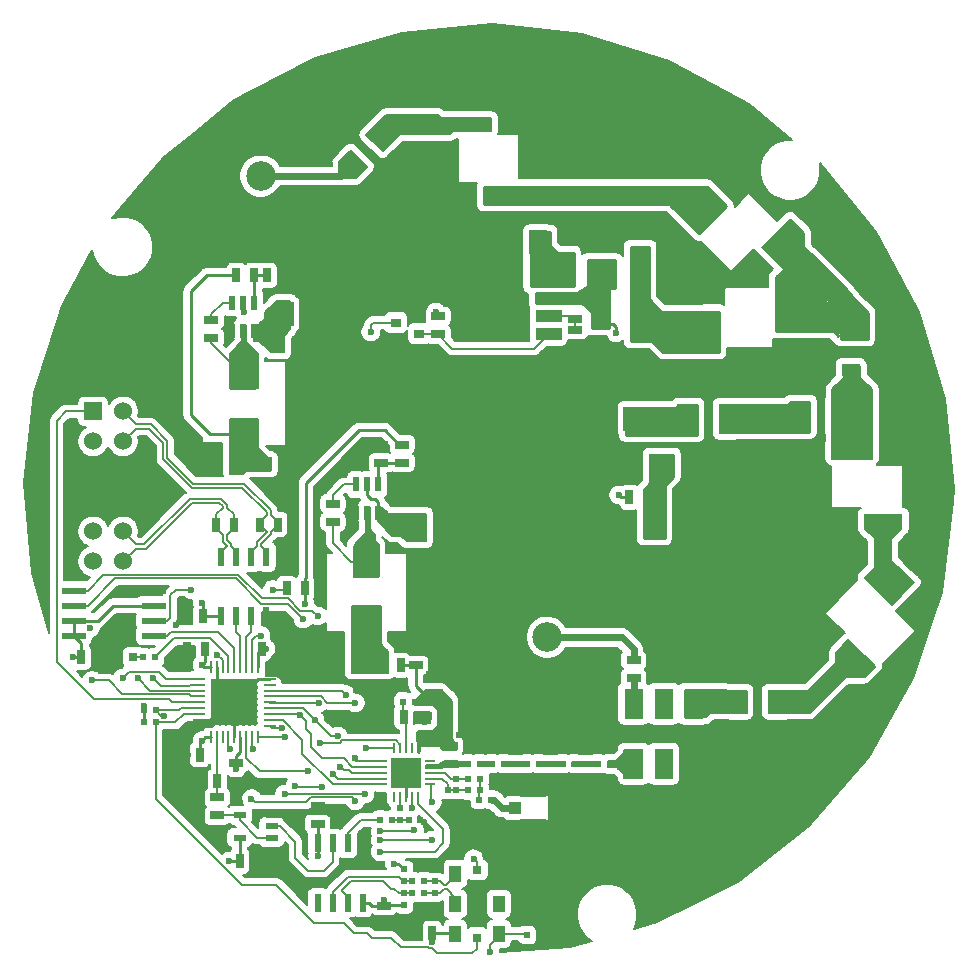
<source format=gtl>
G04 #@! TF.FileFunction,Copper,L1,Top,Signal*
%FSLAX46Y46*%
G04 Gerber Fmt 4.6, Leading zero omitted, Abs format (unit mm)*
G04 Created by KiCad (PCBNEW 4.0.7) date 06/12/18 23:46:00*
%MOMM*%
%LPD*%
G01*
G04 APERTURE LIST*
%ADD10C,0.100000*%
%ADD11C,0.609600*%
%ADD12R,1.524000X2.032000*%
%ADD13R,0.500000X1.300000*%
%ADD14R,0.600000X0.500000*%
%ADD15R,0.635000X1.143000*%
%ADD16R,1.143000X0.635000*%
%ADD17R,4.000000X4.000000*%
%ADD18C,0.600000*%
%ADD19R,0.250000X1.050000*%
%ADD20R,1.050000X0.250000*%
%ADD21R,1.397000X0.889000*%
%ADD22R,2.032000X1.524000*%
%ADD23R,1.270000X3.300000*%
%ADD24R,1.500000X1.000000*%
%ADD25R,1.800000X1.000000*%
%ADD26R,1.840000X2.200000*%
%ADD27R,1.270000X2.540000*%
%ADD28R,0.600000X1.500000*%
%ADD29R,2.200000X1.000000*%
%ADD30R,1.800000X3.400000*%
%ADD31R,1.524000X1.524000*%
%ADD32C,1.524000*%
%ADD33C,2.500000*%
%ADD34C,2.700000*%
%ADD35R,0.900000X0.800000*%
%ADD36R,2.200000X2.700000*%
%ADD37R,0.500000X0.600000*%
%ADD38R,2.600000X2.600000*%
%ADD39O,0.900000X0.250000*%
%ADD40O,0.250000X0.900000*%
%ADD41R,0.889000X1.397000*%
%ADD42R,3.300000X1.270000*%
%ADD43R,0.797560X0.797560*%
%ADD44R,1.100000X0.600000*%
%ADD45R,1.000000X1.400000*%
%ADD46R,0.800000X0.800000*%
%ADD47R,1.650000X2.540000*%
%ADD48R,2.200000X1.050000*%
%ADD49R,1.050000X1.000000*%
%ADD50R,2.000000X0.600000*%
%ADD51C,0.150000*%
%ADD52C,0.250000*%
%ADD53C,0.600000*%
%ADD54C,0.254000*%
G04 APERTURE END LIST*
D10*
D11*
X152000000Y-138000000D03*
X150000000Y-137000000D03*
X148000000Y-137000000D03*
X156000000Y-134000000D03*
X152000000Y-134000000D03*
X151000000Y-134000000D03*
X149000000Y-131000000D03*
X151000000Y-130000000D03*
X150000000Y-130000000D03*
X156000000Y-127000000D03*
X154000000Y-127000000D03*
X158000000Y-127000000D03*
X152000000Y-127000000D03*
X155000000Y-128000000D03*
X153000000Y-128000000D03*
X157000000Y-128000000D03*
X151000000Y-128000000D03*
X160000000Y-130000000D03*
X160000000Y-128000000D03*
X156000000Y-129000000D03*
X158000000Y-129000000D03*
X152000000Y-129000000D03*
X154000000Y-129000000D03*
X157000000Y-134000000D03*
X159000000Y-134000000D03*
X153000000Y-140000000D03*
X155000000Y-140000000D03*
X172000000Y-100000000D03*
X174000000Y-100000000D03*
X170000000Y-100000000D03*
X174000000Y-98000000D03*
X172000000Y-98000000D03*
X154000000Y-115000000D03*
X154000000Y-117000000D03*
X154000000Y-113000000D03*
X156000000Y-117000000D03*
X156000000Y-115000000D03*
X156000000Y-113000000D03*
X159000000Y-115000000D03*
X159000000Y-117000000D03*
X159000000Y-113000000D03*
X161000000Y-117000000D03*
X161000000Y-115000000D03*
X161000000Y-113000000D03*
X145000000Y-118000000D03*
X145000000Y-120000000D03*
X145000000Y-116000000D03*
X147000000Y-120000000D03*
X147000000Y-118000000D03*
X147000000Y-116000000D03*
X155000000Y-107000000D03*
X155000000Y-109000000D03*
X155000000Y-105000000D03*
X157000000Y-109000000D03*
X157000000Y-107000000D03*
X157000000Y-105000000D03*
X149000000Y-107000000D03*
X149000000Y-109000000D03*
X149000000Y-105000000D03*
X151000000Y-109000000D03*
X151000000Y-107000000D03*
X151000000Y-105000000D03*
X154000000Y-101000000D03*
X154000000Y-103000000D03*
X154000000Y-99000000D03*
X156000000Y-103000000D03*
X156000000Y-101000000D03*
X156000000Y-99000000D03*
X150000000Y-101000000D03*
X150000000Y-103000000D03*
X150000000Y-99000000D03*
X152000000Y-103000000D03*
X152000000Y-101000000D03*
X152000000Y-99000000D03*
X146000000Y-101000000D03*
X146000000Y-103000000D03*
X146000000Y-99000000D03*
X148000000Y-103000000D03*
X148000000Y-101000000D03*
X148000000Y-99000000D03*
X142000000Y-101000000D03*
X142000000Y-103000000D03*
X142000000Y-99000000D03*
X144000000Y-103000000D03*
X144000000Y-101000000D03*
X144000000Y-99000000D03*
X142000000Y-90000000D03*
X142000000Y-92000000D03*
X142000000Y-88000000D03*
X144000000Y-92000000D03*
X144000000Y-90000000D03*
X144000000Y-88000000D03*
X184000000Y-98000000D03*
X184000000Y-100000000D03*
X184000000Y-96000000D03*
X186000000Y-100000000D03*
X186000000Y-98000000D03*
X186000000Y-96000000D03*
X186000000Y-109000000D03*
X186000000Y-111000000D03*
X186000000Y-107000000D03*
X188000000Y-111000000D03*
X188000000Y-109000000D03*
X188000000Y-107000000D03*
X173000000Y-109000000D03*
X171000000Y-109000000D03*
X175000000Y-109000000D03*
X171000000Y-111000000D03*
X173000000Y-111000000D03*
X175000000Y-111000000D03*
X165000000Y-142000000D03*
X163000000Y-142000000D03*
X167000000Y-142000000D03*
X163000000Y-144000000D03*
X165000000Y-144000000D03*
X167000000Y-144000000D03*
X155000000Y-142000000D03*
X153000000Y-142000000D03*
X157000000Y-142000000D03*
X153000000Y-144000000D03*
X155000000Y-144000000D03*
X157000000Y-144000000D03*
X159000000Y-136000000D03*
X159000000Y-138000000D03*
X161000000Y-138000000D03*
X161000000Y-136000000D03*
X161000000Y-140000000D03*
X157000000Y-140000000D03*
X157000000Y-138000000D03*
X159000000Y-140000000D03*
X157000000Y-136000000D03*
X170000000Y-136000000D03*
X172000000Y-138000000D03*
X172000000Y-136000000D03*
X172000000Y-140000000D03*
X170000000Y-140000000D03*
X170000000Y-138000000D03*
X168000000Y-140000000D03*
X166000000Y-140000000D03*
X166000000Y-136000000D03*
X166000000Y-138000000D03*
X168000000Y-138000000D03*
X168000000Y-136000000D03*
X164000000Y-136000000D03*
X164000000Y-140000000D03*
X164000000Y-138000000D03*
X176000000Y-134000000D03*
X178000000Y-134000000D03*
X176000000Y-132000000D03*
X176000000Y-130000000D03*
X180000000Y-132000000D03*
X178000000Y-132000000D03*
X180000000Y-130000000D03*
X178000000Y-130000000D03*
X170000000Y-134000000D03*
X172000000Y-134000000D03*
X170000000Y-132000000D03*
X170000000Y-130000000D03*
X174000000Y-132000000D03*
X172000000Y-132000000D03*
X174000000Y-130000000D03*
X172000000Y-130000000D03*
X174000000Y-134000000D03*
X164000000Y-122000000D03*
X166000000Y-122000000D03*
X164000000Y-120000000D03*
X164000000Y-118000000D03*
X168000000Y-120000000D03*
X166000000Y-120000000D03*
X168000000Y-118000000D03*
X166000000Y-118000000D03*
X168000000Y-122000000D03*
X170000000Y-122000000D03*
X172000000Y-122000000D03*
X170000000Y-120000000D03*
X170000000Y-118000000D03*
X174000000Y-120000000D03*
X172000000Y-120000000D03*
X174000000Y-118000000D03*
X172000000Y-118000000D03*
X174000000Y-122000000D03*
X170000000Y-116000000D03*
X172000000Y-116000000D03*
X170000000Y-114000000D03*
X170000000Y-112000000D03*
X174000000Y-114000000D03*
X172000000Y-114000000D03*
X174000000Y-112000000D03*
X172000000Y-112000000D03*
X174000000Y-116000000D03*
X176000000Y-116000000D03*
X178000000Y-116000000D03*
X176000000Y-114000000D03*
X176000000Y-112000000D03*
X180000000Y-114000000D03*
X178000000Y-114000000D03*
X180000000Y-112000000D03*
X178000000Y-112000000D03*
X180000000Y-116000000D03*
X135000000Y-78000000D03*
X137000000Y-78000000D03*
X135000000Y-76000000D03*
X135000000Y-74000000D03*
X139000000Y-76000000D03*
X137000000Y-76000000D03*
X139000000Y-74000000D03*
X137000000Y-74000000D03*
X139000000Y-78000000D03*
X136000000Y-90000000D03*
X138000000Y-90000000D03*
X136000000Y-88000000D03*
X136000000Y-86000000D03*
X140000000Y-88000000D03*
X138000000Y-88000000D03*
X140000000Y-86000000D03*
X138000000Y-86000000D03*
X140000000Y-90000000D03*
X142000000Y-86000000D03*
X144000000Y-86000000D03*
X142000000Y-84000000D03*
X142000000Y-82000000D03*
X146000000Y-84000000D03*
X144000000Y-84000000D03*
X146000000Y-82000000D03*
X144000000Y-82000000D03*
X146000000Y-86000000D03*
X162000000Y-78000000D03*
X164000000Y-78000000D03*
X162000000Y-76000000D03*
X162000000Y-74000000D03*
X166000000Y-76000000D03*
X164000000Y-76000000D03*
X166000000Y-74000000D03*
X164000000Y-74000000D03*
X166000000Y-78000000D03*
X156000000Y-76000000D03*
X158000000Y-76000000D03*
X156000000Y-74000000D03*
X156000000Y-72000000D03*
X160000000Y-74000000D03*
X158000000Y-74000000D03*
X160000000Y-72000000D03*
X158000000Y-72000000D03*
X160000000Y-76000000D03*
X154000000Y-75000000D03*
X152000000Y-75000000D03*
X150000000Y-75000000D03*
X154000000Y-73000000D03*
X152000000Y-73000000D03*
X150000000Y-73000000D03*
X154000000Y-71000000D03*
X152000000Y-71000000D03*
D10*
G36*
X181846949Y-124959331D02*
X179513497Y-122625879D01*
X180411523Y-121727853D01*
X182744975Y-124061305D01*
X181846949Y-124959331D01*
X181846949Y-124959331D01*
G37*
G36*
X184088477Y-118772147D02*
X181755025Y-116438695D01*
X182653051Y-115540669D01*
X184986503Y-117874121D01*
X184088477Y-118772147D01*
X184088477Y-118772147D01*
G37*
D12*
X186651000Y-114000000D03*
X183349000Y-114000000D03*
D13*
X138750000Y-108600000D03*
X138750000Y-111000000D03*
X139700000Y-108600000D03*
X139700000Y-111000000D03*
X140650000Y-108600000D03*
X140650000Y-111000000D03*
D14*
X142500000Y-137000000D03*
X142500000Y-136000000D03*
D15*
X132274000Y-122500000D03*
X130750000Y-122500000D03*
D16*
X128600000Y-133724000D03*
X128600000Y-132200000D03*
D15*
X123988000Y-131500000D03*
X125512000Y-131500000D03*
X124476000Y-122500000D03*
X126000000Y-122500000D03*
D17*
X128451185Y-127048815D03*
D18*
X126951185Y-128548815D03*
X128451185Y-128548815D03*
X129951185Y-128548815D03*
X126951185Y-127048815D03*
X128451185Y-127048815D03*
X129951185Y-127048815D03*
X126951185Y-125548815D03*
X128451185Y-125548815D03*
X129951185Y-125548815D03*
D19*
X126451185Y-130023815D03*
X126951185Y-130023815D03*
X127451185Y-130023815D03*
X127951185Y-130023815D03*
X128451185Y-130023815D03*
X128951185Y-130023815D03*
X129451185Y-130023815D03*
X129951185Y-130023815D03*
X130451185Y-130023815D03*
D20*
X131426185Y-129048815D03*
X131426185Y-128548815D03*
X131426185Y-128048815D03*
X131426185Y-127548815D03*
X131426185Y-127048815D03*
X131426185Y-126548815D03*
X131426185Y-126048815D03*
X131426185Y-125548815D03*
X131426185Y-125048815D03*
D19*
X130451185Y-124073815D03*
X129951185Y-124073815D03*
X129451185Y-124073815D03*
X128951185Y-124073815D03*
X128451185Y-124073815D03*
X127951185Y-124073815D03*
X127451185Y-124073815D03*
X126951185Y-124073815D03*
X126451185Y-124073815D03*
D20*
X125476185Y-125048815D03*
X125476185Y-125548815D03*
X125476185Y-126048815D03*
X125476185Y-126548815D03*
X125476185Y-127048815D03*
X125476185Y-127548815D03*
X125476185Y-128048815D03*
X125476185Y-128548815D03*
X125476185Y-129048815D03*
D15*
X125774000Y-119750000D03*
X124250000Y-119750000D03*
D12*
X154200000Y-88100000D03*
X150898000Y-88100000D03*
D16*
X156400000Y-89224000D03*
X156400000Y-87700000D03*
D21*
X159500000Y-94995000D03*
X159500000Y-96900000D03*
D12*
X164200000Y-112100000D03*
X167502000Y-112100000D03*
X162152000Y-103050000D03*
X158850000Y-103050000D03*
D22*
X159500000Y-87100000D03*
X159500000Y-90402000D03*
D12*
X166151000Y-89600000D03*
X162849000Y-89600000D03*
D22*
X173100000Y-102998000D03*
X173100000Y-106300000D03*
D10*
G36*
X176309331Y-87103051D02*
X173975879Y-89436503D01*
X173077853Y-88538477D01*
X175411305Y-86205025D01*
X176309331Y-87103051D01*
X176309331Y-87103051D01*
G37*
G36*
X170122147Y-84861523D02*
X167788695Y-87194975D01*
X166890669Y-86296949D01*
X169224121Y-83963497D01*
X170122147Y-84861523D01*
X170122147Y-84861523D01*
G37*
D23*
X168920000Y-95495000D03*
X174880000Y-92705000D03*
D10*
G36*
X176924500Y-98500000D02*
X176074500Y-97900000D01*
X176074500Y-96900000D01*
X176924500Y-96300000D01*
X176924500Y-98500000D01*
X176924500Y-98500000D01*
G37*
D24*
X180646500Y-98900000D03*
D25*
X180500000Y-97400000D03*
D24*
X180646500Y-95900000D03*
D26*
X177833000Y-97400000D03*
D10*
G36*
X178742700Y-96300000D02*
X179742700Y-97000000D01*
X179742700Y-97800000D01*
X178742700Y-98500000D01*
X178742700Y-96300000D01*
X178742700Y-96300000D01*
G37*
D15*
X134400000Y-117400000D03*
X132876000Y-117400000D03*
D16*
X157300000Y-97024000D03*
X157300000Y-95500000D03*
X157300000Y-93076000D03*
X157300000Y-94600000D03*
D15*
X164676000Y-109700000D03*
X166200000Y-109700000D03*
X161900000Y-109700000D03*
X163424000Y-109700000D03*
D27*
X167052000Y-103050000D03*
X170100000Y-103050000D03*
X176500000Y-102800000D03*
X179548000Y-102800000D03*
D28*
X127345000Y-119750000D03*
X128615000Y-119750000D03*
X129885000Y-119750000D03*
X131155000Y-119750000D03*
X127345000Y-114750000D03*
X128615000Y-114750000D03*
X129885000Y-114750000D03*
X131155000Y-114750000D03*
D29*
X155050000Y-91350000D03*
X155050000Y-94350000D03*
D30*
X148750000Y-93600000D03*
D29*
X155050000Y-92850000D03*
X155050000Y-95850000D03*
D12*
X174401000Y-127000000D03*
X171099000Y-127000000D03*
D10*
G36*
X175575331Y-122762172D02*
X177012172Y-121325331D01*
X178089803Y-122402962D01*
X176652962Y-123839803D01*
X175575331Y-122762172D01*
X175575331Y-122762172D01*
G37*
G36*
X177910197Y-125097038D02*
X179347038Y-123660197D01*
X180424669Y-124737828D01*
X178987828Y-126174669D01*
X177910197Y-125097038D01*
X177910197Y-125097038D01*
G37*
D21*
X139200000Y-123895000D03*
X139200000Y-125800000D03*
D15*
X138762000Y-122500000D03*
X137238000Y-122500000D03*
D16*
X136800000Y-111762000D03*
X136800000Y-110238000D03*
D31*
X116500000Y-102420000D03*
D32*
X119040000Y-102420000D03*
X116500000Y-104960000D03*
X119040000Y-104960000D03*
X116500000Y-107500000D03*
X119040000Y-107500000D03*
X116500000Y-110040000D03*
X119040000Y-110040000D03*
X116500000Y-112580000D03*
X119040000Y-112580000D03*
X116500000Y-115120000D03*
X119040000Y-115120000D03*
D33*
X130700000Y-82500000D03*
D34*
X133240000Y-85040000D03*
X133240000Y-79960000D03*
X128160000Y-79960000D03*
X128160000Y-85040000D03*
D35*
X142100000Y-94900000D03*
X142100000Y-96800000D03*
X144100000Y-95850000D03*
D16*
X142650000Y-105226000D03*
X142650000Y-106750000D03*
X140900000Y-106774000D03*
X140900000Y-105250000D03*
D36*
X139600000Y-120250000D03*
X139600000Y-115150000D03*
D37*
X160250000Y-132250000D03*
X159250000Y-132250000D03*
D14*
X158250000Y-132250000D03*
X158250000Y-131250000D03*
X155250000Y-132250000D03*
X155250000Y-131250000D03*
D37*
X149200000Y-135300000D03*
X150200000Y-135300000D03*
D14*
X152250000Y-132250000D03*
X152250000Y-131250000D03*
D37*
X151250000Y-132250000D03*
X150250000Y-132250000D03*
X149250000Y-133500000D03*
X148250000Y-133500000D03*
D14*
X146500000Y-134500000D03*
X146500000Y-135500000D03*
D16*
X143800000Y-123900000D03*
X143800000Y-122376000D03*
D37*
X157250000Y-132250000D03*
X156250000Y-132250000D03*
X154250000Y-132250000D03*
X153250000Y-132250000D03*
X149250000Y-134500000D03*
X148250000Y-134500000D03*
D14*
X147250000Y-133500000D03*
X147250000Y-134500000D03*
D37*
X149250000Y-132250000D03*
X148250000Y-132250000D03*
D16*
X146750000Y-130750000D03*
X146750000Y-132274000D03*
D15*
X141000000Y-123900000D03*
X142524000Y-123900000D03*
D37*
X142750000Y-127000000D03*
X143750000Y-127000000D03*
D38*
X143000000Y-133000000D03*
D18*
X144000000Y-134000000D03*
X144000000Y-133000000D03*
X144000000Y-132000000D03*
X143000000Y-134000000D03*
X143000000Y-133000000D03*
X143000000Y-132000000D03*
X142000000Y-134000000D03*
X142000000Y-133000000D03*
X142000000Y-132000000D03*
D39*
X145050000Y-134000000D03*
X145050000Y-133500000D03*
X145050000Y-133000000D03*
X145050000Y-132500000D03*
X145050000Y-132000000D03*
D40*
X144000000Y-130950000D03*
X143500000Y-130950000D03*
X143000000Y-130950000D03*
X142500000Y-130950000D03*
X142000000Y-130950000D03*
D39*
X140950000Y-132000000D03*
X140950000Y-132500000D03*
X140950000Y-133000000D03*
X140950000Y-133500000D03*
X140950000Y-134000000D03*
D40*
X142000000Y-135050000D03*
X142500000Y-135050000D03*
X143000000Y-135050000D03*
X143500000Y-135050000D03*
X144000000Y-135050000D03*
D41*
X146295000Y-128400000D03*
X148200000Y-128400000D03*
D16*
X145250000Y-126262000D03*
X145250000Y-124738000D03*
X144600000Y-129724000D03*
X144600000Y-128200000D03*
D37*
X146500000Y-129800000D03*
X147500000Y-129800000D03*
D22*
X163000000Y-99100000D03*
X163000000Y-95798000D03*
D42*
X183395000Y-111730000D03*
X180605000Y-105770000D03*
D12*
X184902000Y-102800000D03*
X181600000Y-102800000D03*
D10*
G36*
X179505261Y-86807898D02*
X180942102Y-88244739D01*
X179864471Y-89322370D01*
X178427630Y-87885529D01*
X179505261Y-86807898D01*
X179505261Y-86807898D01*
G37*
G36*
X177170395Y-89142764D02*
X178607236Y-90579605D01*
X177529605Y-91657236D01*
X176092764Y-90220395D01*
X177170395Y-89142764D01*
X177170395Y-89142764D01*
G37*
D22*
X165000000Y-80798000D03*
X165000000Y-84100000D03*
X162100000Y-80798000D03*
X162100000Y-84100000D03*
X159000000Y-80798000D03*
X159000000Y-84100000D03*
X155900000Y-80800000D03*
X155900000Y-84102000D03*
D42*
X151295000Y-84080000D03*
X148505000Y-78120000D03*
D22*
X144700000Y-74798000D03*
X144700000Y-78100000D03*
D10*
G36*
X138679605Y-82757236D02*
X137242764Y-81320395D01*
X138320395Y-80242764D01*
X139757236Y-81679605D01*
X138679605Y-82757236D01*
X138679605Y-82757236D01*
G37*
G36*
X141014471Y-80422370D02*
X139577630Y-78985529D01*
X140655261Y-77907898D01*
X142092102Y-79344739D01*
X141014471Y-80422370D01*
X141014471Y-80422370D01*
G37*
D15*
X142774000Y-128250000D03*
X141250000Y-128250000D03*
D22*
X164600000Y-106800000D03*
X164600000Y-103498000D03*
D12*
X159498000Y-92900000D03*
X162800000Y-92900000D03*
D16*
X145700000Y-95900000D03*
X145700000Y-94376000D03*
D12*
X144000000Y-112300000D03*
X147302000Y-112300000D03*
D21*
X142200000Y-111505000D03*
X142200000Y-109600000D03*
D41*
X128505000Y-107000000D03*
X126600000Y-107000000D03*
D15*
X131300000Y-106900000D03*
X132824000Y-106900000D03*
D16*
X126500000Y-96162000D03*
X126500000Y-94638000D03*
D15*
X126876000Y-112000000D03*
X128400000Y-112000000D03*
X130600000Y-112000000D03*
X132124000Y-112000000D03*
X128600000Y-90900000D03*
X130124000Y-90900000D03*
X131238000Y-90900000D03*
X132762000Y-90900000D03*
D36*
X129200000Y-104350000D03*
X129200000Y-99250000D03*
D12*
X132698000Y-94200000D03*
X136000000Y-94200000D03*
D41*
X132347500Y-96700000D03*
X134252500Y-96700000D03*
D13*
X128250000Y-93200000D03*
X128250000Y-95600000D03*
X129200000Y-93200000D03*
X129200000Y-95600000D03*
X130150000Y-93200000D03*
X130150000Y-95600000D03*
D16*
X135500000Y-137362000D03*
X135500000Y-135838000D03*
D15*
X128900000Y-140500000D03*
X130424000Y-140500000D03*
D16*
X141100000Y-145800000D03*
X141100000Y-144276000D03*
D37*
X143500000Y-142200000D03*
X144500000Y-142200000D03*
X144500000Y-143200000D03*
X143500000Y-143200000D03*
D15*
X127000000Y-133700000D03*
X125476000Y-133700000D03*
X145200000Y-146600000D03*
X143676000Y-146600000D03*
D43*
X119900000Y-123250000D03*
X118401400Y-123250000D03*
D14*
X142800000Y-143200000D03*
X142800000Y-144200000D03*
X142800000Y-142200000D03*
X142800000Y-141200000D03*
D16*
X127000000Y-136624000D03*
X127000000Y-135100000D03*
D14*
X145400000Y-142200000D03*
X145400000Y-143200000D03*
D37*
X140800000Y-137000000D03*
X141800000Y-137000000D03*
X143200000Y-137000000D03*
X144200000Y-137000000D03*
X120800000Y-127700000D03*
X121800000Y-127700000D03*
X120800000Y-128700000D03*
X121800000Y-128700000D03*
X121750000Y-123250000D03*
X120750000Y-123250000D03*
D28*
X135495000Y-144000000D03*
X136765000Y-144000000D03*
X138035000Y-144000000D03*
X139305000Y-144000000D03*
X135495000Y-139000000D03*
X136765000Y-139000000D03*
X138035000Y-139000000D03*
X139305000Y-139000000D03*
D44*
X128900000Y-138500000D03*
X131600000Y-138500000D03*
X131600000Y-137550000D03*
X128900000Y-136600000D03*
X131600000Y-136600000D03*
D45*
X150850000Y-144100000D03*
X150850000Y-146640000D03*
X150850000Y-141560000D03*
X147150000Y-141560000D03*
X147150000Y-144100000D03*
X147150000Y-146640000D03*
D46*
X149000000Y-146965000D03*
X149000000Y-141235000D03*
D37*
X153250000Y-146750000D03*
X154250000Y-146750000D03*
D16*
X162250000Y-123476000D03*
X162250000Y-125000000D03*
D33*
X154960000Y-121540000D03*
D34*
X152420000Y-119000000D03*
X152420000Y-124080000D03*
X157500000Y-124080000D03*
X157500000Y-119000000D03*
D47*
X167330000Y-127170000D03*
X164790000Y-127170000D03*
X162250000Y-127170000D03*
X162250000Y-132250000D03*
X164790000Y-132250000D03*
X167330000Y-132250000D03*
D48*
X153750000Y-134525000D03*
X153750000Y-137475000D03*
D49*
X152225000Y-136000000D03*
D15*
X117024000Y-123250000D03*
X115500000Y-123250000D03*
D50*
X114875000Y-121405000D03*
X121625000Y-121405000D03*
X114875000Y-120135000D03*
X121625000Y-120135000D03*
X114875000Y-118865000D03*
X121625000Y-118865000D03*
X114875000Y-117595000D03*
X121625000Y-117595000D03*
D11*
X150000000Y-71000000D03*
D18*
X119200000Y-122100000D03*
X128500000Y-135000000D03*
X166000000Y-88500000D03*
X166000000Y-91000000D03*
X167000000Y-90000000D03*
X120250000Y-117500000D03*
X123500000Y-120500000D03*
X134250000Y-95750000D03*
X134250000Y-97500000D03*
X135000000Y-96750000D03*
X128000000Y-94750000D03*
X150900000Y-86900000D03*
X149900000Y-88100000D03*
X150900000Y-89400000D03*
X144700000Y-73800000D03*
X146000000Y-74800000D03*
X143400000Y-74800000D03*
X160800000Y-87100000D03*
X159500000Y-86100000D03*
X156400000Y-87100000D03*
X157200000Y-87700000D03*
X158300000Y-87100000D03*
X178800000Y-87200000D03*
X180400000Y-87300000D03*
X180600000Y-89000000D03*
X184900000Y-104200000D03*
X184900000Y-101400000D03*
X186000000Y-102800000D03*
X186700000Y-115300000D03*
X186700000Y-112700000D03*
X187800000Y-114000000D03*
X175900000Y-123500000D03*
X177800000Y-121600000D03*
X176000000Y-121800000D03*
X167300000Y-133700000D03*
X167300000Y-130700000D03*
X168600000Y-132300000D03*
X158750000Y-104250000D03*
X158750000Y-101750000D03*
X158000000Y-103000000D03*
X172000000Y-106250000D03*
X174250000Y-106250000D03*
X173000000Y-107250000D03*
X167500000Y-113500000D03*
X167500000Y-110750000D03*
X168500000Y-112250000D03*
X166750000Y-109750000D03*
X175500000Y-98500000D03*
X175500000Y-96750000D03*
X176499500Y-97400000D03*
X179065835Y-97399999D03*
X182227165Y-97400000D03*
X177833000Y-97400000D03*
X161750000Y-99000000D03*
X163000000Y-100000000D03*
X164250000Y-99000000D03*
X147800000Y-93600000D03*
X148800000Y-95500000D03*
X148800000Y-91700000D03*
X149900000Y-93600000D03*
X158400000Y-97000000D03*
X157300000Y-97700000D03*
X124200000Y-118800000D03*
X142200000Y-108800000D03*
X147300000Y-113700000D03*
X148400000Y-112300000D03*
X147300000Y-110900000D03*
X143400000Y-109600000D03*
X140000000Y-105200000D03*
X138200000Y-111000000D03*
X133300000Y-106900000D03*
X125900000Y-107000000D03*
X149000000Y-128400000D03*
X148200000Y-129800000D03*
X144600000Y-128700000D03*
X136600000Y-122500000D03*
X141300000Y-127400000D03*
X140200000Y-125900000D03*
X143800000Y-121700000D03*
X143000000Y-122400000D03*
X144600000Y-122400000D03*
X145300000Y-124100000D03*
X158200000Y-130700000D03*
X155200000Y-130700000D03*
X152200000Y-130700000D03*
X144500000Y-137200000D03*
X147100000Y-135500000D03*
X141400000Y-96800000D03*
X131000000Y-140500000D03*
X132400000Y-136600000D03*
X135400000Y-136300000D03*
X139300000Y-140300000D03*
X151600000Y-141500000D03*
X141800000Y-145800000D03*
X143000000Y-146600000D03*
X154900000Y-146800000D03*
X132900000Y-122500000D03*
X131700000Y-119700000D03*
X124000000Y-122500000D03*
X125800000Y-133700000D03*
X124500000Y-131500000D03*
X114750000Y-123250000D03*
X116250000Y-120750000D03*
X134400000Y-118700000D03*
X140600000Y-122500000D03*
X140300000Y-123900000D03*
X139600000Y-122500000D03*
X120800000Y-127375010D03*
X128000000Y-140500000D03*
X135500000Y-140100000D03*
X128600000Y-132700000D03*
X145200000Y-147300000D03*
X125700000Y-118600000D03*
X131100000Y-122500000D03*
X125700000Y-123900000D03*
X125700000Y-130300000D03*
X127000000Y-123000000D03*
X118980000Y-125000000D03*
X120250000Y-125000000D03*
X121520000Y-125000000D03*
X128110913Y-131000102D03*
X134250000Y-120000000D03*
X134000000Y-128100000D03*
X124750000Y-117500000D03*
X135250000Y-128550000D03*
X137400000Y-132500000D03*
X137200000Y-129900000D03*
X135500000Y-119750000D03*
X135591268Y-127108732D03*
X136800000Y-133100000D03*
X138700000Y-131800000D03*
X138700000Y-127100000D03*
X130500000Y-107000000D03*
X129500000Y-106000000D03*
X129500000Y-107000000D03*
X154000000Y-90000000D03*
X156500000Y-90500000D03*
X155000000Y-90500000D03*
X145500000Y-94000000D03*
X160750000Y-95750000D03*
X161000000Y-109500000D03*
X135700000Y-130500000D03*
X134700000Y-132900000D03*
X129900000Y-135200000D03*
X130000000Y-131000000D03*
X138700000Y-135400000D03*
X139600000Y-130900000D03*
X143500000Y-136000000D03*
X143700000Y-137900000D03*
X140800000Y-137949997D03*
X139500000Y-134800000D03*
X132700000Y-134800000D03*
X132700000Y-130000000D03*
X135900000Y-134200000D03*
X133600000Y-134100000D03*
X132478768Y-129221232D03*
X140800000Y-139700000D03*
X145200000Y-135500000D03*
X145200000Y-138700000D03*
X140800000Y-138700000D03*
X137900000Y-126400000D03*
X131700000Y-117500000D03*
X140000000Y-95700000D03*
X130700000Y-121400000D03*
X141500000Y-111500000D03*
X143250000Y-112250000D03*
X142000000Y-112250000D03*
X129250000Y-94000000D03*
X131500000Y-94250000D03*
X131750000Y-96750000D03*
X122482688Y-128175000D03*
X148700000Y-140300000D03*
X116400000Y-125200000D03*
X150100000Y-148200000D03*
X142000000Y-140700000D03*
X141100000Y-143800000D03*
D51*
X143200000Y-137000000D02*
X142500000Y-137000000D01*
X141800000Y-137000000D02*
X142500000Y-137000000D01*
D52*
X118401400Y-123250000D02*
X118401400Y-122898600D01*
X118401400Y-122898600D02*
X119200000Y-122100000D01*
X128600000Y-133724000D02*
X128600000Y-134900000D01*
X128600000Y-134900000D02*
X128500000Y-135000000D01*
X166151000Y-89600000D02*
X166151000Y-88651000D01*
X166151000Y-88651000D02*
X166000000Y-88500000D01*
X166151000Y-89600000D02*
X166151000Y-90849000D01*
X166151000Y-90849000D02*
X166000000Y-91000000D01*
X166151000Y-89600000D02*
X166600000Y-89600000D01*
X166600000Y-89600000D02*
X167000000Y-90000000D01*
X121625000Y-117595000D02*
X120345000Y-117595000D01*
X120345000Y-117595000D02*
X120250000Y-117500000D01*
X134252500Y-96700000D02*
X134252500Y-95752500D01*
X134252500Y-95752500D02*
X134250000Y-95750000D01*
X134252500Y-96700000D02*
X134252500Y-97497500D01*
X134252500Y-97497500D02*
X134250000Y-97500000D01*
X134252500Y-96700000D02*
X134950000Y-96700000D01*
X134950000Y-96700000D02*
X135000000Y-96750000D01*
X128250000Y-95600000D02*
X128250000Y-95000000D01*
X128250000Y-95000000D02*
X128000000Y-94750000D01*
X150898000Y-88100000D02*
X150898000Y-86902000D01*
X150898000Y-86902000D02*
X150900000Y-86900000D01*
X150898000Y-88100000D02*
X149900000Y-88100000D01*
X150898000Y-88100000D02*
X150898000Y-89398000D01*
X150898000Y-89398000D02*
X150900000Y-89400000D01*
X144700000Y-74798000D02*
X144700000Y-73800000D01*
X144700000Y-74798000D02*
X145998000Y-74798000D01*
X145998000Y-74798000D02*
X146000000Y-74800000D01*
X144700000Y-74798000D02*
X143402000Y-74798000D01*
X143402000Y-74798000D02*
X143400000Y-74800000D01*
X159500000Y-87100000D02*
X160800000Y-87100000D01*
X159500000Y-87100000D02*
X159500000Y-86100000D01*
X156400000Y-87700000D02*
X156400000Y-87100000D01*
X156400000Y-87700000D02*
X157200000Y-87700000D01*
X159500000Y-87100000D02*
X158300000Y-87100000D01*
X179684866Y-88065134D02*
X179665134Y-88065134D01*
X179665134Y-88065134D02*
X178800000Y-87200000D01*
X179684866Y-88065134D02*
X179684866Y-88015134D01*
X179684866Y-88015134D02*
X180400000Y-87300000D01*
X179684866Y-88065134D02*
X179684866Y-88084866D01*
X179684866Y-88084866D02*
X180600000Y-89000000D01*
X184902000Y-102800000D02*
X184902000Y-104198000D01*
X184902000Y-104198000D02*
X184900000Y-104200000D01*
X184902000Y-102800000D02*
X184902000Y-101402000D01*
X184902000Y-101402000D02*
X184900000Y-101400000D01*
X184902000Y-102800000D02*
X186000000Y-102800000D01*
X186651000Y-114000000D02*
X186651000Y-115251000D01*
X186651000Y-115251000D02*
X186700000Y-115300000D01*
X186651000Y-114000000D02*
X186651000Y-112749000D01*
X186651000Y-112749000D02*
X186700000Y-112700000D01*
X186651000Y-114000000D02*
X187800000Y-114000000D01*
X176832567Y-122582567D02*
X176817433Y-122582567D01*
X176817433Y-122582567D02*
X175900000Y-123500000D01*
X176832567Y-122582567D02*
X176832567Y-122567433D01*
X176832567Y-122567433D02*
X177800000Y-121600000D01*
X176832567Y-122582567D02*
X176782567Y-122582567D01*
X176782567Y-122582567D02*
X176000000Y-121800000D01*
X167330000Y-132250000D02*
X167330000Y-133670000D01*
X167330000Y-133670000D02*
X167300000Y-133700000D01*
X167330000Y-132250000D02*
X167330000Y-130730000D01*
X167330000Y-130730000D02*
X167300000Y-130700000D01*
X167330000Y-132250000D02*
X168550000Y-132250000D01*
X168550000Y-132250000D02*
X168600000Y-132300000D01*
X117024000Y-123250000D02*
X118401400Y-123250000D01*
X118500000Y-122525000D02*
X118500000Y-123151400D01*
X118500000Y-123151400D02*
X118401400Y-123250000D01*
X158850000Y-103050000D02*
X158850000Y-104150000D01*
X158850000Y-104150000D02*
X158750000Y-104250000D01*
X158850000Y-103050000D02*
X158850000Y-101850000D01*
X158850000Y-101850000D02*
X158750000Y-101750000D01*
X158850000Y-103050000D02*
X158050000Y-103050000D01*
X158050000Y-103050000D02*
X158000000Y-103000000D01*
X173100000Y-106300000D02*
X172050000Y-106300000D01*
X172050000Y-106300000D02*
X172000000Y-106250000D01*
X173100000Y-106300000D02*
X174200000Y-106300000D01*
X174200000Y-106300000D02*
X174250000Y-106250000D01*
X173100000Y-106300000D02*
X173100000Y-107150000D01*
X173100000Y-107150000D02*
X173000000Y-107250000D01*
X167502000Y-112100000D02*
X167502000Y-113498000D01*
X167502000Y-113498000D02*
X167500000Y-113500000D01*
X167502000Y-112100000D02*
X167502000Y-110752000D01*
X167502000Y-110752000D02*
X167500000Y-110750000D01*
X167502000Y-112100000D02*
X168350000Y-112100000D01*
X168350000Y-112100000D02*
X168500000Y-112250000D01*
X166200000Y-109700000D02*
X166700000Y-109700000D01*
X166700000Y-109700000D02*
X166750000Y-109750000D01*
X176499500Y-97400000D02*
X176499500Y-97500500D01*
X176499500Y-97500500D02*
X175500000Y-98500000D01*
X176499500Y-97400000D02*
X176150000Y-97400000D01*
X176150000Y-97400000D02*
X175500000Y-96750000D01*
X179242700Y-97400000D02*
X179065836Y-97400000D01*
X179065836Y-97400000D02*
X179065835Y-97399999D01*
X180500000Y-97400000D02*
X182227165Y-97400000D01*
X163000000Y-99100000D02*
X161850000Y-99100000D01*
X161850000Y-99100000D02*
X161750000Y-99000000D01*
X163000000Y-99100000D02*
X163000000Y-100000000D01*
X163000000Y-99100000D02*
X164150000Y-99100000D01*
X164150000Y-99100000D02*
X164250000Y-99000000D01*
X148750000Y-93600000D02*
X147800000Y-93600000D01*
X148750000Y-93600000D02*
X148750000Y-95450000D01*
X148750000Y-95450000D02*
X148800000Y-95500000D01*
X148750000Y-93600000D02*
X148750000Y-91750000D01*
X148750000Y-91750000D02*
X148800000Y-91700000D01*
X148750000Y-93600000D02*
X149900000Y-93600000D01*
X159500000Y-96900000D02*
X158500000Y-96900000D01*
X158500000Y-96900000D02*
X158400000Y-97000000D01*
X157300000Y-97024000D02*
X158376000Y-97024000D01*
X158376000Y-97024000D02*
X158400000Y-97000000D01*
X157300000Y-97024000D02*
X157300000Y-97700000D01*
X124250000Y-119750000D02*
X124250000Y-118850000D01*
X124250000Y-118850000D02*
X124200000Y-118800000D01*
X142200000Y-109600000D02*
X142200000Y-108800000D01*
X147302000Y-112300000D02*
X147302000Y-113698000D01*
X147302000Y-113698000D02*
X147300000Y-113700000D01*
X147302000Y-112300000D02*
X148400000Y-112300000D01*
X147302000Y-112300000D02*
X147302000Y-110902000D01*
X147302000Y-110902000D02*
X147300000Y-110900000D01*
X142200000Y-109600000D02*
X143400000Y-109600000D01*
X140900000Y-105250000D02*
X140050000Y-105250000D01*
X140050000Y-105250000D02*
X140000000Y-105200000D01*
X138750000Y-111000000D02*
X138200000Y-111000000D01*
X132824000Y-106900000D02*
X133300000Y-106900000D01*
X126600000Y-107000000D02*
X125900000Y-107000000D01*
X148200000Y-128400000D02*
X149000000Y-128400000D01*
X147500000Y-129800000D02*
X148200000Y-129800000D01*
X144600000Y-128200000D02*
X144600000Y-128700000D01*
X137238000Y-122500000D02*
X136600000Y-122500000D01*
X141250000Y-128250000D02*
X141250000Y-127450000D01*
X141250000Y-127450000D02*
X141300000Y-127400000D01*
X139200000Y-125800000D02*
X140100000Y-125800000D01*
X140100000Y-125800000D02*
X140200000Y-125900000D01*
X143800000Y-122376000D02*
X143800000Y-121700000D01*
X143800000Y-122376000D02*
X143024000Y-122376000D01*
X143024000Y-122376000D02*
X143000000Y-122400000D01*
X143800000Y-122376000D02*
X144576000Y-122376000D01*
X144576000Y-122376000D02*
X144600000Y-122400000D01*
X145250000Y-124738000D02*
X145250000Y-124150000D01*
X145250000Y-124150000D02*
X145300000Y-124100000D01*
X158250000Y-131250000D02*
X158250000Y-130750000D01*
X158250000Y-130750000D02*
X158200000Y-130700000D01*
X155250000Y-131250000D02*
X155250000Y-130750000D01*
X155250000Y-130750000D02*
X155200000Y-130700000D01*
X152250000Y-131250000D02*
X152250000Y-130750000D01*
X152250000Y-130750000D02*
X152200000Y-130700000D01*
X143000000Y-135050000D02*
X143000000Y-134000000D01*
X144200000Y-137000000D02*
X144300000Y-137000000D01*
X144300000Y-137000000D02*
X144500000Y-137200000D01*
X146500000Y-135500000D02*
X147100000Y-135500000D01*
X142100000Y-96800000D02*
X141400000Y-96800000D01*
X130424000Y-140500000D02*
X131000000Y-140500000D01*
X131600000Y-136600000D02*
X132400000Y-136600000D01*
X135500000Y-135838000D02*
X135500000Y-136200000D01*
X135500000Y-136200000D02*
X135400000Y-136300000D01*
X139305000Y-139000000D02*
X139305000Y-140295000D01*
X139305000Y-140295000D02*
X139300000Y-140300000D01*
X150850000Y-141560000D02*
X151540000Y-141560000D01*
X151540000Y-141560000D02*
X151600000Y-141500000D01*
X141100000Y-145800000D02*
X141800000Y-145800000D01*
X143676000Y-146600000D02*
X143000000Y-146600000D01*
X154250000Y-146750000D02*
X154850000Y-146750000D01*
X154850000Y-146750000D02*
X154900000Y-146800000D01*
X131426185Y-125048815D02*
X130451185Y-125048815D01*
X130451185Y-125048815D02*
X129951185Y-125548815D01*
X126951185Y-124073815D02*
X126951185Y-125548815D01*
X132274000Y-122500000D02*
X132900000Y-122500000D01*
X131155000Y-119750000D02*
X131650000Y-119750000D01*
X131650000Y-119750000D02*
X131700000Y-119700000D01*
X124476000Y-122500000D02*
X124000000Y-122500000D01*
X125476000Y-133700000D02*
X125800000Y-133700000D01*
X123988000Y-131500000D02*
X124500000Y-131500000D01*
X128451185Y-130023815D02*
X128451185Y-128548815D01*
X125476185Y-129048815D02*
X126451185Y-129048815D01*
X126451185Y-129048815D02*
X126951185Y-128548815D01*
X125476185Y-128548815D02*
X126951185Y-128548815D01*
X139000000Y-104000000D02*
X141170000Y-104000000D01*
X141170000Y-104000000D02*
X142396000Y-105226000D01*
X142396000Y-105226000D02*
X142650000Y-105226000D01*
X134500000Y-108500000D02*
X139000000Y-104000000D01*
X134500000Y-116478500D02*
X134500000Y-108500000D01*
X134400000Y-117400000D02*
X134400000Y-116578500D01*
X134400000Y-116578500D02*
X134500000Y-116478500D01*
X121625000Y-118865000D02*
X118135000Y-118865000D01*
X118135000Y-118865000D02*
X116865000Y-120135000D01*
X116865000Y-120135000D02*
X116125000Y-120135000D01*
X116125000Y-120135000D02*
X114875000Y-120135000D01*
X114875000Y-121405000D02*
X114875000Y-120135000D01*
X115500000Y-123250000D02*
X114750000Y-123250000D01*
X115500000Y-123250000D02*
X115500000Y-122030000D01*
X115500000Y-122030000D02*
X114875000Y-121405000D01*
X134400000Y-117400000D02*
X134400000Y-118700000D01*
X141000000Y-123900000D02*
X141000000Y-122900000D01*
X141000000Y-122900000D02*
X140600000Y-122500000D01*
X141000000Y-123900000D02*
X140300000Y-123900000D01*
X138762000Y-122500000D02*
X139600000Y-122500000D01*
X120800000Y-127700000D02*
X120800000Y-127375010D01*
X135500000Y-137362000D02*
X135500000Y-138995000D01*
X135500000Y-138995000D02*
X135495000Y-139000000D01*
X135495000Y-139000000D02*
X135495000Y-140095000D01*
X135495000Y-140095000D02*
X135500000Y-140100000D01*
X128600000Y-132200000D02*
X128600000Y-132700000D01*
X128951185Y-130023815D02*
X128951185Y-131281315D01*
X128951185Y-131281315D02*
X128600000Y-131632500D01*
X128600000Y-131632500D02*
X128600000Y-132200000D01*
X145200000Y-146600000D02*
X145200000Y-147300000D01*
X145200000Y-146600000D02*
X147110000Y-146600000D01*
X147110000Y-146600000D02*
X147150000Y-146640000D01*
X125774000Y-119750000D02*
X125774000Y-118674000D01*
X125774000Y-118674000D02*
X125700000Y-118600000D01*
X127345000Y-119750000D02*
X125774000Y-119750000D01*
X128900000Y-140500000D02*
X128000000Y-140500000D01*
X128900000Y-138500000D02*
X128900000Y-140500000D01*
X120800000Y-127700000D02*
X120800000Y-128700000D01*
X130750000Y-122500000D02*
X131100000Y-122500000D01*
X130451185Y-124073815D02*
X130451185Y-122798815D01*
X130451185Y-122798815D02*
X130750000Y-122500000D01*
X126451185Y-124073815D02*
X125873815Y-124073815D01*
X125873815Y-124073815D02*
X125700000Y-123900000D01*
X126000000Y-122500000D02*
X126000000Y-123600000D01*
X126000000Y-123600000D02*
X125700000Y-123900000D01*
X126451185Y-130023815D02*
X125976185Y-130023815D01*
X125976185Y-130023815D02*
X125700000Y-130300000D01*
X125512000Y-131500000D02*
X125512000Y-130488000D01*
X125512000Y-130488000D02*
X125700000Y-130300000D01*
D51*
X127000000Y-123000000D02*
X127451185Y-123451185D01*
X127451185Y-123451185D02*
X127451185Y-124073815D01*
X122074999Y-124474999D02*
X119505001Y-124474999D01*
X125476185Y-125048815D02*
X122648815Y-125048815D01*
X122648815Y-125048815D02*
X122074999Y-124474999D01*
X119505001Y-124474999D02*
X118980000Y-125000000D01*
X125476185Y-126048815D02*
X121298815Y-126048815D01*
X121298815Y-126048815D02*
X120250000Y-125000000D01*
X124650000Y-125700000D02*
X122220000Y-125700000D01*
X122220000Y-125700000D02*
X121520000Y-125000000D01*
X125476185Y-125548815D02*
X124801185Y-125548815D01*
X124801185Y-125548815D02*
X124650000Y-125700000D01*
X127951185Y-130023815D02*
X127951185Y-130840374D01*
X127951185Y-130840374D02*
X128110913Y-131000102D01*
X140950000Y-134000000D02*
X136800000Y-134000000D01*
X132548815Y-128548815D02*
X131426185Y-128548815D01*
X136800000Y-134000000D02*
X134200000Y-131400000D01*
X134200000Y-131400000D02*
X134200000Y-130200000D01*
X134200000Y-130200000D02*
X132548815Y-128548815D01*
X134050001Y-119800001D02*
X134250000Y-120000000D01*
X118339990Y-116550010D02*
X118500000Y-116550010D01*
X118500000Y-116550010D02*
X128550010Y-116550010D01*
X114875000Y-118865000D02*
X116025000Y-118865000D01*
X116025000Y-118865000D02*
X118339990Y-116550010D01*
X134500009Y-128600009D02*
X134000000Y-128100000D01*
X134000000Y-128100000D02*
X133948815Y-128048815D01*
X133000000Y-118750000D02*
X134050001Y-119800001D01*
X132224999Y-118724999D02*
X132250000Y-118750000D01*
X132250000Y-118750000D02*
X133000000Y-118750000D01*
X128550010Y-116550010D02*
X130724999Y-118724999D01*
X130724999Y-118724999D02*
X132224999Y-118724999D01*
X140950000Y-132500000D02*
X138447998Y-132500000D01*
X138447998Y-132500000D02*
X137747998Y-131800000D01*
X135900000Y-131800000D02*
X134900000Y-130800000D01*
X137747998Y-131800000D02*
X135900000Y-131800000D01*
X134900000Y-130800000D02*
X134900000Y-129700000D01*
X134900000Y-129700000D02*
X134500009Y-129300009D01*
X134500009Y-129300009D02*
X134500009Y-128600009D01*
X133948815Y-128048815D02*
X131426185Y-128048815D01*
X124750000Y-117500000D02*
X123500000Y-117500000D01*
X123000000Y-119910000D02*
X123000000Y-118000000D01*
X123000000Y-118000000D02*
X123500000Y-117500000D01*
X121625000Y-120135000D02*
X122775000Y-120135000D01*
X122775000Y-120135000D02*
X123000000Y-119910000D01*
X135250000Y-128550000D02*
X136600000Y-129900000D01*
X134248815Y-127548815D02*
X135250000Y-128550000D01*
X131426185Y-127548815D02*
X134248815Y-127548815D01*
X136600000Y-129900000D02*
X137200000Y-129900000D01*
X137400000Y-132500000D02*
X137699999Y-132799999D01*
X138375722Y-133000000D02*
X140350000Y-133000000D01*
X137699999Y-132799999D02*
X138175721Y-132799999D01*
X138175721Y-132799999D02*
X138375722Y-133000000D01*
X140350000Y-133000000D02*
X140950000Y-133000000D01*
X128750000Y-116250000D02*
X118250000Y-116250000D01*
X118250000Y-116250000D02*
X118115000Y-116250000D01*
X114875000Y-117595000D02*
X116025000Y-117595000D01*
X116025000Y-117595000D02*
X117370000Y-116250000D01*
X117370000Y-116250000D02*
X118250000Y-116250000D01*
X130750000Y-118250000D02*
X128750000Y-116250000D01*
X133000000Y-118250000D02*
X130750000Y-118250000D01*
X134025001Y-119275001D02*
X133000000Y-118250000D01*
X135500000Y-119750000D02*
X135025001Y-119275001D01*
X135025001Y-119275001D02*
X134025001Y-119275001D01*
X135591268Y-127108732D02*
X131486102Y-127108732D01*
X131486102Y-127108732D02*
X131426185Y-127048815D01*
X140950000Y-133500000D02*
X137200000Y-133500000D01*
X137200000Y-133500000D02*
X136800000Y-133100000D01*
X138725000Y-132000000D02*
X138725000Y-131825000D01*
X138725000Y-131825000D02*
X138700000Y-131800000D01*
X138700000Y-127100000D02*
X136325000Y-127100000D01*
X136325000Y-127100000D02*
X135773815Y-126548815D01*
X140950000Y-132000000D02*
X138725000Y-132000000D01*
X135773815Y-126548815D02*
X132101185Y-126548815D01*
X132101185Y-126548815D02*
X131426185Y-126548815D01*
X129451185Y-121548815D02*
X129885000Y-121115000D01*
X129885000Y-121115000D02*
X129885000Y-119750000D01*
X129451185Y-124073815D02*
X129451185Y-121548815D01*
X128951185Y-121451185D02*
X128615000Y-121115000D01*
X128615000Y-121115000D02*
X128615000Y-119750000D01*
X128951185Y-124073815D02*
X128951185Y-121451185D01*
D52*
X131300000Y-106900000D02*
X130600000Y-106900000D01*
X130600000Y-106900000D02*
X130500000Y-107000000D01*
X129200000Y-104350000D02*
X129200000Y-105700000D01*
X129200000Y-105700000D02*
X129500000Y-106000000D01*
X128505000Y-107000000D02*
X129500000Y-107000000D01*
X154200000Y-88100000D02*
X154200000Y-89800000D01*
X154200000Y-89800000D02*
X154000000Y-90000000D01*
X156400000Y-89224000D02*
X156400000Y-90400000D01*
X156400000Y-90400000D02*
X156500000Y-90500000D01*
X155050000Y-91350000D02*
X155050000Y-90550000D01*
X155050000Y-90550000D02*
X155000000Y-90500000D01*
X145700000Y-94376000D02*
X145700000Y-94200000D01*
X145700000Y-94200000D02*
X145500000Y-94000000D01*
X124750000Y-92250000D02*
X126100000Y-90900000D01*
X126100000Y-90900000D02*
X128600000Y-90900000D01*
X124750000Y-102750000D02*
X124750000Y-92250000D01*
X126350000Y-104350000D02*
X124750000Y-102750000D01*
X129200000Y-104350000D02*
X126350000Y-104350000D01*
X160750000Y-95250000D02*
X160495000Y-94995000D01*
X160495000Y-94995000D02*
X159500000Y-94995000D01*
X160750000Y-95750000D02*
X160750000Y-95250000D01*
X161900000Y-109700000D02*
X161200000Y-109700000D01*
X161200000Y-109700000D02*
X161000000Y-109500000D01*
D51*
X155050000Y-94350000D02*
X157050000Y-94350000D01*
X157050000Y-94350000D02*
X157300000Y-94600000D01*
X157300000Y-95500000D02*
X157300000Y-94600000D01*
X135700000Y-130500000D02*
X137377002Y-130500000D01*
X137377002Y-130500000D02*
X137602012Y-130274990D01*
X137602012Y-130274990D02*
X142149990Y-130274990D01*
X142149990Y-130274990D02*
X142500000Y-130625000D01*
X142500000Y-130625000D02*
X142500000Y-130950000D01*
X129451185Y-131751185D02*
X130600000Y-132900000D01*
X130600000Y-132900000D02*
X134700000Y-132900000D01*
X129451185Y-131651185D02*
X129451185Y-131751185D01*
X129451185Y-130023815D02*
X129451185Y-131651185D01*
X129900000Y-135200000D02*
X130199999Y-135499999D01*
X130199999Y-135499999D02*
X134553500Y-135499999D01*
X134553500Y-135499999D02*
X134953498Y-135100001D01*
X134953498Y-135100001D02*
X138400001Y-135100001D01*
X138400001Y-135100001D02*
X138700000Y-135400000D01*
X129951185Y-130023815D02*
X129951185Y-130951185D01*
X129951185Y-130951185D02*
X130000000Y-131000000D01*
X142000000Y-130950000D02*
X139650000Y-130950000D01*
X139650000Y-130950000D02*
X139600000Y-130900000D01*
X143500000Y-136000000D02*
X143500000Y-135050000D01*
X140800000Y-137949997D02*
X143650003Y-137949997D01*
X143650003Y-137949997D02*
X143700000Y-137900000D01*
X132700000Y-134800000D02*
X139500000Y-134800000D01*
X130451185Y-130023815D02*
X132676185Y-130023815D01*
X132676185Y-130023815D02*
X132700000Y-130000000D01*
X135900000Y-134200000D02*
X133700000Y-134200000D01*
X133700000Y-134200000D02*
X133600000Y-134100000D01*
X132478768Y-129221232D02*
X131598602Y-129221232D01*
X131598602Y-129221232D02*
X131426185Y-129048815D01*
X145400000Y-139700000D02*
X140800000Y-139700000D01*
X140700000Y-139700000D02*
X140800000Y-139700000D01*
X146100000Y-139000000D02*
X145400000Y-139700000D01*
X146100000Y-137750000D02*
X146100000Y-139000000D01*
X144450000Y-136100000D02*
X146100000Y-137750000D01*
X144000000Y-135050000D02*
X144000000Y-135650000D01*
X144000000Y-135650000D02*
X144450000Y-136100000D01*
X145100000Y-134800000D02*
X145100000Y-135400000D01*
X145100000Y-135400000D02*
X145200000Y-135500000D01*
X145100000Y-134800000D02*
X145100000Y-134050000D01*
X145100000Y-134050000D02*
X145050000Y-134000000D01*
X140800000Y-138700000D02*
X145200000Y-138700000D01*
X131426185Y-126048815D02*
X137548815Y-126048815D01*
X137548815Y-126048815D02*
X137900000Y-126400000D01*
D53*
X130700000Y-82500000D02*
X137500000Y-82500000D01*
X137500000Y-82500000D02*
X138500000Y-81500000D01*
D51*
X137700000Y-108600000D02*
X136800000Y-109500000D01*
X136800000Y-109500000D02*
X136800000Y-110238000D01*
X138750000Y-108600000D02*
X137700000Y-108600000D01*
X131700000Y-117500000D02*
X132776000Y-117500000D01*
X132776000Y-117500000D02*
X132876000Y-117400000D01*
X140000000Y-95700000D02*
X140000000Y-95100000D01*
X140000000Y-95100000D02*
X140200000Y-94900000D01*
X140200000Y-94900000D02*
X140575736Y-94900000D01*
X140575736Y-94900000D02*
X142100000Y-94900000D01*
X129951185Y-121748815D02*
X130300000Y-121400000D01*
X130300000Y-121400000D02*
X130700000Y-121400000D01*
X129951185Y-124073815D02*
X129951185Y-121748815D01*
X145700000Y-95900000D02*
X146900000Y-97100000D01*
X153800000Y-97100000D02*
X155050000Y-95850000D01*
X146900000Y-97100000D02*
X153800000Y-97100000D01*
X144100000Y-95850000D02*
X145650000Y-95850000D01*
X145650000Y-95850000D02*
X145700000Y-95900000D01*
D52*
X142650000Y-106750000D02*
X140924000Y-106750000D01*
X140924000Y-106750000D02*
X140900000Y-106774000D01*
X140650000Y-108600000D02*
X140650000Y-107024000D01*
X140650000Y-107024000D02*
X140900000Y-106774000D01*
D51*
X149250000Y-133500000D02*
X149250000Y-134500000D01*
X149200000Y-135300000D02*
X149200000Y-134550000D01*
X149200000Y-134550000D02*
X149250000Y-134500000D01*
D53*
X152225000Y-136000000D02*
X151100000Y-136000000D01*
X151100000Y-136000000D02*
X150400000Y-135300000D01*
X150400000Y-135300000D02*
X150250001Y-135300000D01*
D51*
X147250000Y-133500000D02*
X146800000Y-133500000D01*
X146800000Y-133500000D02*
X146300000Y-133000000D01*
X146300000Y-133000000D02*
X145650000Y-133000000D01*
X145650000Y-133000000D02*
X145050000Y-133000000D01*
X148250000Y-133500000D02*
X147250000Y-133500000D01*
X146500000Y-134000000D02*
X146000000Y-133500000D01*
X146000000Y-133500000D02*
X145050000Y-133500000D01*
X146500000Y-134500000D02*
X146500000Y-134000000D01*
X146500000Y-134500000D02*
X146375000Y-134500000D01*
X145375000Y-133500000D02*
X145050000Y-133500000D01*
X147250000Y-134500000D02*
X146500000Y-134500000D01*
X148250000Y-134500000D02*
X147250000Y-134500000D01*
D52*
X144000000Y-130950000D02*
X144000000Y-130324000D01*
X144000000Y-130324000D02*
X144600000Y-129724000D01*
X144676000Y-129800000D02*
X144600000Y-129724000D01*
X144428500Y-126262000D02*
X143800000Y-125633500D01*
X143800000Y-125633500D02*
X143800000Y-123900000D01*
X142524000Y-123900000D02*
X143800000Y-123900000D01*
X144300000Y-126400000D02*
X144300000Y-126390500D01*
X144300000Y-126390500D02*
X144428500Y-126262000D01*
X144428500Y-126262000D02*
X145250000Y-126262000D01*
X143750000Y-127000000D02*
X143750000Y-126950000D01*
X143750000Y-126950000D02*
X144300000Y-126400000D01*
D51*
X142750000Y-127000000D02*
X142750000Y-128226000D01*
X142750000Y-128226000D02*
X142774000Y-128250000D01*
X143000000Y-130950000D02*
X143000000Y-128476000D01*
X143000000Y-128476000D02*
X142774000Y-128250000D01*
D52*
X140650000Y-111000000D02*
X141000000Y-111000000D01*
X141000000Y-111000000D02*
X141500000Y-111500000D01*
X144000000Y-112300000D02*
X143300000Y-112300000D01*
X143300000Y-112300000D02*
X143250000Y-112250000D01*
X142200000Y-111505000D02*
X142200000Y-112050000D01*
X142200000Y-112050000D02*
X142000000Y-112250000D01*
X129200000Y-93200000D02*
X129200000Y-93950000D01*
X129200000Y-93950000D02*
X129250000Y-94000000D01*
X132698000Y-94200000D02*
X131550000Y-94200000D01*
X131550000Y-94200000D02*
X131500000Y-94250000D01*
X132347500Y-96700000D02*
X131800000Y-96700000D01*
X131800000Y-96700000D02*
X131750000Y-96750000D01*
X140000000Y-109800000D02*
X140350000Y-109800000D01*
X140350000Y-109800000D02*
X140650000Y-110100000D01*
X140650000Y-110100000D02*
X140650000Y-111000000D01*
X139700000Y-108600000D02*
X139700000Y-109500000D01*
X139700000Y-109500000D02*
X140000000Y-109800000D01*
X140650000Y-111000000D02*
X140650000Y-111050000D01*
D51*
X126500000Y-94638000D02*
X126500000Y-94170500D01*
X126500000Y-94170500D02*
X127470500Y-93200000D01*
X127470500Y-93200000D02*
X127850000Y-93200000D01*
X127850000Y-93200000D02*
X128250000Y-93200000D01*
D52*
X130150000Y-93200000D02*
X130150000Y-90926000D01*
X130150000Y-90926000D02*
X130124000Y-90900000D01*
X131238000Y-90900000D02*
X130124000Y-90900000D01*
D51*
X127000000Y-133700000D02*
X127000000Y-130072630D01*
X127000000Y-130072630D02*
X126951185Y-130023815D01*
X127000000Y-133700000D02*
X127000000Y-135100000D01*
X142500000Y-136000000D02*
X142500000Y-135050000D01*
X125476185Y-127048815D02*
X123148815Y-127048815D01*
X123148815Y-127048815D02*
X122900000Y-126800000D01*
X116600000Y-126800000D02*
X113400000Y-123600000D01*
X122900000Y-126800000D02*
X116600000Y-126800000D01*
X113400000Y-123600000D02*
X113400000Y-103200000D01*
X113400000Y-103200000D02*
X114180000Y-102420000D01*
X114180000Y-102420000D02*
X116500000Y-102420000D01*
X120750000Y-123250000D02*
X119900000Y-123250000D01*
X131600000Y-138500000D02*
X130350000Y-138500000D01*
X130350000Y-138500000D02*
X128900000Y-137050000D01*
X128900000Y-137050000D02*
X128900000Y-136600000D01*
X128900000Y-136600000D02*
X127024000Y-136600000D01*
X127024000Y-136600000D02*
X127000000Y-136624000D01*
X138035000Y-139000000D02*
X138035000Y-138100000D01*
X140400000Y-137000000D02*
X140800000Y-137000000D01*
X138035000Y-138100000D02*
X139135000Y-137000000D01*
X139135000Y-137000000D02*
X140400000Y-137000000D01*
X122482688Y-128175000D02*
X122275000Y-128175000D01*
X122275000Y-128175000D02*
X121800000Y-127700000D01*
X149000000Y-141235000D02*
X149000000Y-140600000D01*
X149000000Y-140600000D02*
X148700000Y-140300000D01*
X123800000Y-127700000D02*
X123951185Y-127548815D01*
X123951185Y-127548815D02*
X125476185Y-127548815D01*
X121800000Y-127700000D02*
X123800000Y-127700000D01*
X149000000Y-146965000D02*
X149000000Y-147900000D01*
X121800000Y-135200000D02*
X121800000Y-128700000D01*
X135200000Y-145700000D02*
X132000000Y-142500000D01*
X145175001Y-147875001D02*
X144923999Y-147875001D01*
X149000000Y-147900000D02*
X148600000Y-148300000D01*
X144848998Y-147800000D02*
X142550000Y-147800000D01*
X148600000Y-148300000D02*
X145600000Y-148300000D01*
X132000000Y-142500000D02*
X129100000Y-142500000D01*
X145600000Y-148300000D02*
X145175001Y-147875001D01*
X144923999Y-147875001D02*
X144848998Y-147800000D01*
X138600000Y-146600000D02*
X137700000Y-145700000D01*
X142550000Y-147800000D02*
X141750000Y-147000000D01*
X141750000Y-147000000D02*
X140100000Y-147000000D01*
X140100000Y-147000000D02*
X139700000Y-146600000D01*
X139700000Y-146600000D02*
X138600000Y-146600000D01*
X137700000Y-145700000D02*
X135200000Y-145700000D01*
X129100000Y-142500000D02*
X121800000Y-135200000D01*
X121800000Y-128700000D02*
X121850000Y-128750000D01*
X121850000Y-128750000D02*
X123450000Y-128750000D01*
X123450000Y-128750000D02*
X124151185Y-128048815D01*
X124151185Y-128048815D02*
X125476185Y-128048815D01*
X123350000Y-121600000D02*
X123500000Y-121600000D01*
X123500000Y-121600000D02*
X126394002Y-121600000D01*
X121750000Y-123250000D02*
X121750000Y-123200000D01*
X121750000Y-123200000D02*
X123350000Y-121600000D01*
X126394002Y-121600000D02*
X127951185Y-123157183D01*
X127951185Y-123157183D02*
X127951185Y-123398815D01*
X127951185Y-123398815D02*
X127951185Y-124073815D01*
X136000000Y-141300000D02*
X136765000Y-140535000D01*
X136765000Y-140535000D02*
X136765000Y-139000000D01*
X134700000Y-141300000D02*
X136000000Y-141300000D01*
X133600000Y-140200000D02*
X134700000Y-141300000D01*
X133600000Y-138850000D02*
X133600000Y-140200000D01*
X131600000Y-137550000D02*
X132300000Y-137550000D01*
X132300000Y-137550000D02*
X133600000Y-138850000D01*
X116400000Y-125200000D02*
X117800000Y-125200000D01*
X117800000Y-125200000D02*
X118948825Y-126348825D01*
X125476185Y-126548815D02*
X124801185Y-126548815D01*
X124801185Y-126548815D02*
X124601195Y-126348825D01*
X124601195Y-126348825D02*
X118948825Y-126348825D01*
X150850000Y-146640000D02*
X150850000Y-146840000D01*
X150850000Y-146840000D02*
X150100000Y-147590000D01*
X150100000Y-147590000D02*
X150100000Y-148200000D01*
X150850000Y-146640000D02*
X153140000Y-146640000D01*
X153140000Y-146640000D02*
X153250000Y-146750000D01*
X122775000Y-104927514D02*
X121362487Y-103515001D01*
X121362487Y-103515001D02*
X120135001Y-103515001D01*
X120135001Y-103515001D02*
X119040000Y-102420000D01*
X122775000Y-106327514D02*
X122775000Y-104927514D01*
X124972486Y-108525000D02*
X122775000Y-106327514D01*
X129272486Y-108525000D02*
X124972486Y-108525000D01*
X131537000Y-110789514D02*
X129272486Y-108525000D01*
X132124000Y-111746000D02*
X131537000Y-111159000D01*
X131537000Y-111159000D02*
X131537000Y-110789514D01*
X131155000Y-114300000D02*
X130695000Y-113840000D01*
X131155000Y-114750000D02*
X131155000Y-114300000D01*
X130695000Y-113652486D02*
X131536999Y-112810487D01*
X130695000Y-113840000D02*
X130695000Y-113652486D01*
X131536999Y-112810487D02*
X131536999Y-112587001D01*
X131536999Y-112587001D02*
X132124000Y-112000000D01*
X132124000Y-112000000D02*
X132124000Y-111746000D01*
X122425000Y-105072486D02*
X121217513Y-103864999D01*
X120135001Y-103864999D02*
X119040000Y-104960000D01*
X121217513Y-103864999D02*
X120135001Y-103864999D01*
X122425000Y-106472486D02*
X122425000Y-105072486D01*
X124827514Y-108875000D02*
X122425000Y-106472486D01*
X129127514Y-108875000D02*
X124827514Y-108875000D01*
X131187000Y-110934486D02*
X129127514Y-108875000D01*
X130600000Y-111746000D02*
X131187000Y-111159000D01*
X131187000Y-111159000D02*
X131187000Y-110934486D01*
X129885000Y-114750000D02*
X129885000Y-114300000D01*
X129885000Y-114300000D02*
X130345000Y-113840000D01*
X130345000Y-113840000D02*
X130345000Y-113507514D01*
X130345000Y-113507514D02*
X131187001Y-112665513D01*
X131187001Y-112665513D02*
X131187001Y-112587001D01*
X131187001Y-112587001D02*
X130600000Y-112000000D01*
X130600000Y-112000000D02*
X130600000Y-111746000D01*
X127813000Y-110315514D02*
X127813000Y-110555750D01*
X127322486Y-109825000D02*
X127813000Y-110315514D01*
X128400000Y-111142750D02*
X128400000Y-112000000D01*
X127813000Y-110555750D02*
X128400000Y-111142750D01*
X124677514Y-109825000D02*
X127322486Y-109825000D01*
X120827513Y-113675001D02*
X124677514Y-109825000D01*
X119040000Y-112580000D02*
X120135001Y-113675001D01*
X120135001Y-113675001D02*
X120827513Y-113675001D01*
X128155000Y-113657514D02*
X127813000Y-113315514D01*
X127813000Y-113315514D02*
X127813000Y-112841000D01*
X127813000Y-112841000D02*
X128400000Y-112254000D01*
X128615000Y-114300000D02*
X128155000Y-113840000D01*
X128155000Y-113840000D02*
X128155000Y-113657514D01*
X128400000Y-112254000D02*
X128400000Y-112000000D01*
X128615000Y-114750000D02*
X128615000Y-114300000D01*
X127177514Y-110175000D02*
X127463000Y-110460486D01*
X127463000Y-110460486D02*
X127463000Y-110555750D01*
X127463000Y-110555750D02*
X126876000Y-111142750D01*
X126876000Y-111142750D02*
X126876000Y-112000000D01*
X124822486Y-110175000D02*
X127177514Y-110175000D01*
X120972487Y-114024999D02*
X124822486Y-110175000D01*
X119040000Y-115120000D02*
X120135001Y-114024999D01*
X120135001Y-114024999D02*
X120972487Y-114024999D01*
X127805000Y-113802486D02*
X127463000Y-113460486D01*
X127463000Y-113460486D02*
X127463000Y-112841000D01*
X127463000Y-112841000D02*
X126876000Y-112254000D01*
X127345000Y-114300000D02*
X127805000Y-113840000D01*
X127805000Y-113840000D02*
X127805000Y-113802486D01*
X126876000Y-112254000D02*
X126876000Y-112000000D01*
X127345000Y-114750000D02*
X127345000Y-114300000D01*
X142350000Y-141800000D02*
X142750000Y-142200000D01*
X138065000Y-141800000D02*
X142350000Y-141800000D01*
X136765000Y-143100000D02*
X138065000Y-141800000D01*
X136765000Y-144000000D02*
X136765000Y-143100000D01*
X142750000Y-142200000D02*
X142800000Y-142200000D01*
X143500000Y-142200000D02*
X142800000Y-142200000D01*
X146175000Y-142525000D02*
X146385000Y-142525000D01*
X146385000Y-142525000D02*
X147150000Y-141760000D01*
X147150000Y-141760000D02*
X147150000Y-141560000D01*
X145400000Y-142200000D02*
X145850000Y-142200000D01*
X145850000Y-142200000D02*
X146175000Y-142525000D01*
X145400000Y-142200000D02*
X145450000Y-142200000D01*
X144500000Y-142200000D02*
X145400000Y-142200000D01*
X147150000Y-143650000D02*
X146750000Y-143250000D01*
X146750000Y-143250000D02*
X146750000Y-143165722D01*
X147150000Y-144100000D02*
X147150000Y-143650000D01*
X146175000Y-142875000D02*
X146459278Y-142875000D01*
X146459278Y-142875000D02*
X146750000Y-143165722D01*
X145400000Y-143200000D02*
X145850000Y-143200000D01*
X145850000Y-143200000D02*
X146175000Y-142875000D01*
X147150000Y-144100000D02*
X147150000Y-143900000D01*
X145400000Y-143200000D02*
X145450000Y-143200000D01*
X144500000Y-143200000D02*
X145400000Y-143200000D01*
X138035000Y-144000000D02*
X138035000Y-143550000D01*
X138035000Y-143550000D02*
X137550000Y-143065000D01*
X137550000Y-143065000D02*
X137550000Y-142950000D01*
X141737868Y-142850000D02*
X142000000Y-142850000D01*
X137550000Y-142950000D02*
X138350000Y-142150000D01*
X141037868Y-142150000D02*
X141737868Y-142850000D01*
X142000000Y-142850000D02*
X142350000Y-143200000D01*
X138350000Y-142150000D02*
X141037868Y-142150000D01*
X142350000Y-143200000D02*
X142800000Y-143200000D01*
X143500000Y-143200000D02*
X142800000Y-143200000D01*
D52*
X142000000Y-140700000D02*
X142300000Y-140700000D01*
X142300000Y-140700000D02*
X142800000Y-141200000D01*
X141100000Y-144276000D02*
X141100000Y-143800000D01*
X142800000Y-144200000D02*
X141176000Y-144200000D01*
X141176000Y-144200000D02*
X141100000Y-144276000D01*
X139305000Y-144000000D02*
X139855000Y-144000000D01*
X139855000Y-144000000D02*
X140131000Y-144276000D01*
X140131000Y-144276000D02*
X141100000Y-144276000D01*
D51*
X136800000Y-111762000D02*
X136800000Y-113600000D01*
X136800000Y-113600000D02*
X138350000Y-115150000D01*
X138350000Y-115150000D02*
X139600000Y-115150000D01*
X139600000Y-115150000D02*
X139600000Y-114900000D01*
X126500000Y-96162000D02*
X126500000Y-96629500D01*
X126500000Y-96629500D02*
X129120500Y-99250000D01*
X129120500Y-99250000D02*
X129200000Y-99250000D01*
D53*
X174693592Y-87820764D02*
X174770764Y-87820764D01*
X174770764Y-87820764D02*
X177350000Y-90400000D01*
X177350000Y-90400000D02*
X177272828Y-90400000D01*
X162100000Y-84100000D02*
X165000000Y-84100000D01*
X159000000Y-84100000D02*
X162100000Y-84100000D01*
X151295000Y-84080000D02*
X155878000Y-84080000D01*
X155878000Y-84080000D02*
X155900000Y-84102000D01*
X155900000Y-84102000D02*
X158998000Y-84102000D01*
X158998000Y-84102000D02*
X159000000Y-84100000D01*
X144720000Y-78120000D02*
X144700000Y-78100000D01*
D51*
X121625000Y-121405000D02*
X122775000Y-121405000D01*
X122775000Y-121405000D02*
X123080000Y-121100000D01*
X123080000Y-121100000D02*
X127100000Y-121100000D01*
X127100000Y-121100000D02*
X128451185Y-122451185D01*
X128451185Y-122451185D02*
X128451185Y-123398815D01*
X128451185Y-123398815D02*
X128451185Y-124073815D01*
D53*
X161240000Y-121540000D02*
X162250000Y-122550000D01*
X162250000Y-122550000D02*
X162250000Y-123476000D01*
X154960000Y-121540000D02*
X161240000Y-121540000D01*
X162250000Y-125000000D02*
X162250000Y-127170000D01*
D51*
G36*
X140825000Y-122000000D02*
X140837596Y-122041603D01*
X141037596Y-122341603D01*
X141046967Y-122353033D01*
X141425000Y-122731066D01*
X141425000Y-124525000D01*
X138375000Y-124525000D01*
X138375000Y-118875000D01*
X140825000Y-118875000D01*
X140825000Y-122000000D01*
X140825000Y-122000000D01*
G37*
X140825000Y-122000000D02*
X140837596Y-122041603D01*
X141037596Y-122341603D01*
X141046967Y-122353033D01*
X141425000Y-122731066D01*
X141425000Y-124525000D01*
X138375000Y-124525000D01*
X138375000Y-118875000D01*
X140825000Y-118875000D01*
X140825000Y-122000000D01*
D54*
G36*
X146405230Y-126484836D02*
X146773000Y-126944549D01*
X146773000Y-130000000D01*
X146783006Y-130049410D01*
X146823800Y-130101600D01*
X146872836Y-130138377D01*
X146891903Y-130239708D01*
X146974470Y-130368020D01*
X147100453Y-130454101D01*
X147173000Y-130468792D01*
X147173000Y-130973000D01*
X146152606Y-130973000D01*
X145889803Y-130710197D01*
X145847789Y-130682334D01*
X145800000Y-130673000D01*
X144200000Y-130673000D01*
X144150590Y-130683006D01*
X144108965Y-130711447D01*
X144081685Y-130753841D01*
X144073000Y-130800000D01*
X144073000Y-131200842D01*
X144002000Y-131218592D01*
X144002000Y-130608798D01*
X143963788Y-130416691D01*
X143927000Y-130361634D01*
X143927000Y-129527000D01*
X145200000Y-129527000D01*
X145249410Y-129516994D01*
X145289803Y-129489803D01*
X145689803Y-129089803D01*
X145717666Y-129047789D01*
X145727000Y-129000000D01*
X145727000Y-127700000D01*
X145716994Y-127650590D01*
X145689803Y-127610197D01*
X145289803Y-127210197D01*
X145247789Y-127182334D01*
X145200000Y-127173000D01*
X143627000Y-127173000D01*
X143627000Y-126827000D01*
X143800000Y-126827000D01*
X143849410Y-126816994D01*
X143889803Y-126789803D01*
X144652606Y-126027000D01*
X145947394Y-126027000D01*
X146405230Y-126484836D01*
X146405230Y-126484836D01*
G37*
X146405230Y-126484836D02*
X146773000Y-126944549D01*
X146773000Y-130000000D01*
X146783006Y-130049410D01*
X146823800Y-130101600D01*
X146872836Y-130138377D01*
X146891903Y-130239708D01*
X146974470Y-130368020D01*
X147100453Y-130454101D01*
X147173000Y-130468792D01*
X147173000Y-130973000D01*
X146152606Y-130973000D01*
X145889803Y-130710197D01*
X145847789Y-130682334D01*
X145800000Y-130673000D01*
X144200000Y-130673000D01*
X144150590Y-130683006D01*
X144108965Y-130711447D01*
X144081685Y-130753841D01*
X144073000Y-130800000D01*
X144073000Y-131200842D01*
X144002000Y-131218592D01*
X144002000Y-130608798D01*
X143963788Y-130416691D01*
X143927000Y-130361634D01*
X143927000Y-129527000D01*
X145200000Y-129527000D01*
X145249410Y-129516994D01*
X145289803Y-129489803D01*
X145689803Y-129089803D01*
X145717666Y-129047789D01*
X145727000Y-129000000D01*
X145727000Y-127700000D01*
X145716994Y-127650590D01*
X145689803Y-127610197D01*
X145289803Y-127210197D01*
X145247789Y-127182334D01*
X145200000Y-127173000D01*
X143627000Y-127173000D01*
X143627000Y-126827000D01*
X143800000Y-126827000D01*
X143849410Y-126816994D01*
X143889803Y-126789803D01*
X144652606Y-126027000D01*
X145947394Y-126027000D01*
X146405230Y-126484836D01*
G36*
X139873000Y-112400000D02*
X139883006Y-112449410D01*
X139910197Y-112489803D01*
X140273000Y-112852606D01*
X140273000Y-113300000D01*
X140283006Y-113349410D01*
X140310197Y-113389803D01*
X140573000Y-113652606D01*
X140573000Y-116373000D01*
X138627000Y-116373000D01*
X138627000Y-113652606D01*
X139589803Y-112689803D01*
X139617666Y-112647789D01*
X139627000Y-112600000D01*
X139627000Y-110527000D01*
X139873000Y-110527000D01*
X139873000Y-112400000D01*
X139873000Y-112400000D01*
G37*
X139873000Y-112400000D02*
X139883006Y-112449410D01*
X139910197Y-112489803D01*
X140273000Y-112852606D01*
X140273000Y-113300000D01*
X140283006Y-113349410D01*
X140310197Y-113389803D01*
X140573000Y-113652606D01*
X140573000Y-116373000D01*
X138627000Y-116373000D01*
X138627000Y-113652606D01*
X139589803Y-112689803D01*
X139617666Y-112647789D01*
X139627000Y-112600000D01*
X139627000Y-110527000D01*
X139873000Y-110527000D01*
X139873000Y-112400000D01*
G36*
X160673000Y-91973000D02*
X160300000Y-91973000D01*
X160250590Y-91983006D01*
X160208965Y-92011447D01*
X160181685Y-92053841D01*
X160173000Y-92100000D01*
X160173000Y-95373000D01*
X158727000Y-95373000D01*
X158727000Y-94000000D01*
X158716994Y-93950590D01*
X158688553Y-93908965D01*
X158646159Y-93881685D01*
X158600000Y-93873000D01*
X158552606Y-93873000D01*
X157989803Y-93310197D01*
X157947789Y-93282334D01*
X157900000Y-93273000D01*
X154027000Y-93273000D01*
X154027000Y-92427000D01*
X157400000Y-92427000D01*
X157470447Y-92405670D01*
X158370447Y-91805670D01*
X158406008Y-91769937D01*
X158427000Y-91700000D01*
X158427000Y-89627000D01*
X160673000Y-89627000D01*
X160673000Y-91973000D01*
X160673000Y-91973000D01*
G37*
X160673000Y-91973000D02*
X160300000Y-91973000D01*
X160250590Y-91983006D01*
X160208965Y-92011447D01*
X160181685Y-92053841D01*
X160173000Y-92100000D01*
X160173000Y-95373000D01*
X158727000Y-95373000D01*
X158727000Y-94000000D01*
X158716994Y-93950590D01*
X158688553Y-93908965D01*
X158646159Y-93881685D01*
X158600000Y-93873000D01*
X158552606Y-93873000D01*
X157989803Y-93310197D01*
X157947789Y-93282334D01*
X157900000Y-93273000D01*
X154027000Y-93273000D01*
X154027000Y-92427000D01*
X157400000Y-92427000D01*
X157470447Y-92405670D01*
X158370447Y-91805670D01*
X158406008Y-91769937D01*
X158427000Y-91700000D01*
X158427000Y-89627000D01*
X160673000Y-89627000D01*
X160673000Y-91973000D01*
G36*
X163573000Y-92900000D02*
X163583006Y-92949410D01*
X163610197Y-92989803D01*
X164610197Y-93989803D01*
X164652211Y-94017666D01*
X164700000Y-94027000D01*
X169473000Y-94027000D01*
X169473000Y-97373000D01*
X164752606Y-97373000D01*
X163889803Y-96510197D01*
X163847789Y-96482334D01*
X163800000Y-96473000D01*
X162027000Y-96473000D01*
X162027000Y-88527000D01*
X163573000Y-88527000D01*
X163573000Y-92900000D01*
X163573000Y-92900000D01*
G37*
X163573000Y-92900000D02*
X163583006Y-92949410D01*
X163610197Y-92989803D01*
X164610197Y-93989803D01*
X164652211Y-94017666D01*
X164700000Y-94027000D01*
X169473000Y-94027000D01*
X169473000Y-97373000D01*
X164752606Y-97373000D01*
X163889803Y-96510197D01*
X163847789Y-96482334D01*
X163800000Y-96473000D01*
X162027000Y-96473000D01*
X162027000Y-88527000D01*
X163573000Y-88527000D01*
X163573000Y-92900000D01*
G36*
X180207843Y-92087449D02*
X181105602Y-93084959D01*
X181110197Y-93089803D01*
X182073000Y-94052606D01*
X182073000Y-96273000D01*
X179827000Y-96273000D01*
X179827000Y-95900000D01*
X179816994Y-95850590D01*
X179789803Y-95810197D01*
X179427000Y-95447394D01*
X179427000Y-94400000D01*
X179416994Y-94350590D01*
X179389803Y-94310197D01*
X178827000Y-93747394D01*
X178827000Y-93100000D01*
X178816994Y-93050590D01*
X178789803Y-93010197D01*
X176027000Y-90247394D01*
X176027000Y-89952606D01*
X176852606Y-89127000D01*
X177247394Y-89127000D01*
X180207843Y-92087449D01*
X180207843Y-92087449D01*
G37*
X180207843Y-92087449D02*
X181105602Y-93084959D01*
X181110197Y-93089803D01*
X182073000Y-94052606D01*
X182073000Y-96273000D01*
X179827000Y-96273000D01*
X179827000Y-95900000D01*
X179816994Y-95850590D01*
X179789803Y-95810197D01*
X179427000Y-95447394D01*
X179427000Y-94400000D01*
X179416994Y-94350590D01*
X179389803Y-94310197D01*
X178827000Y-93747394D01*
X178827000Y-93100000D01*
X178816994Y-93050590D01*
X178789803Y-93010197D01*
X176027000Y-90247394D01*
X176027000Y-89952606D01*
X176852606Y-89127000D01*
X177247394Y-89127000D01*
X180207843Y-92087449D01*
G36*
X175973000Y-90500000D02*
X175983006Y-90549410D01*
X176010197Y-90589803D01*
X178573000Y-93152606D01*
X178573000Y-93800000D01*
X178583006Y-93849410D01*
X178610197Y-93889803D01*
X179173000Y-94452606D01*
X179173000Y-95500000D01*
X179183006Y-95549410D01*
X179210197Y-95589803D01*
X179573000Y-95952606D01*
X179573000Y-96056685D01*
X179196426Y-95617349D01*
X179156673Y-95586346D01*
X179100000Y-95573000D01*
X174327000Y-95573000D01*
X174327000Y-91055868D01*
X175449401Y-90027000D01*
X175973000Y-90027000D01*
X175973000Y-90500000D01*
X175973000Y-90500000D01*
G37*
X175973000Y-90500000D02*
X175983006Y-90549410D01*
X176010197Y-90589803D01*
X178573000Y-93152606D01*
X178573000Y-93800000D01*
X178583006Y-93849410D01*
X178610197Y-93889803D01*
X179173000Y-94452606D01*
X179173000Y-95500000D01*
X179183006Y-95549410D01*
X179210197Y-95589803D01*
X179573000Y-95952606D01*
X179573000Y-96056685D01*
X179196426Y-95617349D01*
X179156673Y-95586346D01*
X179100000Y-95573000D01*
X174327000Y-95573000D01*
X174327000Y-91055868D01*
X175449401Y-90027000D01*
X175973000Y-90027000D01*
X175973000Y-90500000D01*
G36*
X155173000Y-88300000D02*
X155183006Y-88349410D01*
X155210197Y-88389803D01*
X155810197Y-88989803D01*
X155852211Y-89017666D01*
X155900000Y-89027000D01*
X157173000Y-89027000D01*
X157173000Y-91773000D01*
X153527000Y-91773000D01*
X153527000Y-87227000D01*
X155173000Y-87227000D01*
X155173000Y-88300000D01*
X155173000Y-88300000D01*
G37*
X155173000Y-88300000D02*
X155183006Y-88349410D01*
X155210197Y-88389803D01*
X155810197Y-88989803D01*
X155852211Y-89017666D01*
X155900000Y-89027000D01*
X157173000Y-89027000D01*
X157173000Y-91773000D01*
X153527000Y-91773000D01*
X153527000Y-87227000D01*
X155173000Y-87227000D01*
X155173000Y-88300000D01*
G36*
X167623000Y-104373000D02*
X161627000Y-104373000D01*
X161627000Y-102127000D01*
X165750000Y-102127000D01*
X165799410Y-102116994D01*
X165839803Y-102089803D01*
X166052606Y-101877000D01*
X167623000Y-101877000D01*
X167623000Y-104373000D01*
X167623000Y-104373000D01*
G37*
X167623000Y-104373000D02*
X161627000Y-104373000D01*
X161627000Y-102127000D01*
X165750000Y-102127000D01*
X165799410Y-102116994D01*
X165839803Y-102089803D01*
X166052606Y-101877000D01*
X167623000Y-101877000D01*
X167623000Y-104373000D01*
G36*
X177123000Y-104123000D02*
X169627000Y-104123000D01*
X169627000Y-101877000D01*
X175250000Y-101877000D01*
X175299410Y-101866994D01*
X175339803Y-101839803D01*
X175552606Y-101627000D01*
X177123000Y-101627000D01*
X177123000Y-104123000D01*
X177123000Y-104123000D01*
G37*
X177123000Y-104123000D02*
X169627000Y-104123000D01*
X169627000Y-101877000D01*
X175250000Y-101877000D01*
X175299410Y-101866994D01*
X175339803Y-101839803D01*
X175552606Y-101627000D01*
X177123000Y-101627000D01*
X177123000Y-104123000D01*
G36*
X165623000Y-107947394D02*
X164910197Y-108660197D01*
X164882334Y-108702211D01*
X164873000Y-108750000D01*
X164873000Y-113123000D01*
X163127000Y-113123000D01*
X163127000Y-109052606D01*
X163589803Y-108589803D01*
X163617666Y-108547789D01*
X163627000Y-108500000D01*
X163627000Y-106127000D01*
X165623000Y-106127000D01*
X165623000Y-107947394D01*
X165623000Y-107947394D01*
G37*
X165623000Y-107947394D02*
X164910197Y-108660197D01*
X164882334Y-108702211D01*
X164873000Y-108750000D01*
X164873000Y-113123000D01*
X163127000Y-113123000D01*
X163127000Y-109052606D01*
X163589803Y-108589803D01*
X163617666Y-108547789D01*
X163627000Y-108500000D01*
X163627000Y-106127000D01*
X165623000Y-106127000D01*
X165623000Y-107947394D01*
G36*
X176623000Y-87302606D02*
X176623000Y-88500000D01*
X176633006Y-88549410D01*
X176660197Y-88589803D01*
X177314208Y-89243814D01*
X175505788Y-90826182D01*
X173179606Y-88500000D01*
X175500000Y-86179606D01*
X176623000Y-87302606D01*
X176623000Y-87302606D01*
G37*
X176623000Y-87302606D02*
X176623000Y-88500000D01*
X176633006Y-88549410D01*
X176660197Y-88589803D01*
X177314208Y-89243814D01*
X175505788Y-90826182D01*
X173179606Y-88500000D01*
X175500000Y-86179606D01*
X176623000Y-87302606D01*
G36*
X170070394Y-85000000D02*
X167750000Y-87320394D01*
X165339803Y-84910197D01*
X165297789Y-84882334D01*
X165250000Y-84873000D01*
X149627000Y-84873000D01*
X149627000Y-83377000D01*
X168447394Y-83377000D01*
X170070394Y-85000000D01*
X170070394Y-85000000D01*
G37*
X170070394Y-85000000D02*
X167750000Y-87320394D01*
X165339803Y-84910197D01*
X165297789Y-84882334D01*
X165250000Y-84873000D01*
X149627000Y-84873000D01*
X149627000Y-83377000D01*
X168447394Y-83377000D01*
X170070394Y-85000000D01*
D51*
X161475000Y-131075000D02*
X162925000Y-131075000D01*
X161475000Y-131174200D02*
X162925000Y-131174200D01*
X161475000Y-131273400D02*
X162925000Y-131273400D01*
X161433466Y-131372600D02*
X162925000Y-131372600D01*
X161334266Y-131471800D02*
X162925000Y-131471800D01*
X161235066Y-131571000D02*
X162925000Y-131571000D01*
X161135866Y-131670200D02*
X162925000Y-131670200D01*
X161036666Y-131769400D02*
X162925000Y-131769400D01*
X160937466Y-131868600D02*
X162925000Y-131868600D01*
X160830280Y-131967800D02*
X162925000Y-131967800D01*
X160077782Y-132067000D02*
X162925000Y-132067000D01*
X160077782Y-132166200D02*
X162925000Y-132166200D01*
X160077782Y-132265400D02*
X162925000Y-132265400D01*
X160077782Y-132364600D02*
X162925000Y-132364600D01*
X160077782Y-132463800D02*
X162925000Y-132463800D01*
X160869066Y-132563000D02*
X162925000Y-132563000D01*
X160968266Y-132662200D02*
X162925000Y-132662200D01*
X161067466Y-132761400D02*
X162925000Y-132761400D01*
X161166666Y-132860600D02*
X162925000Y-132860600D01*
X161265866Y-132959800D02*
X162925000Y-132959800D01*
X161365066Y-133059000D02*
X162925000Y-133059000D01*
X161462026Y-133158200D02*
X162925000Y-133158200D01*
X161475000Y-133257400D02*
X162925000Y-133257400D01*
X161475000Y-133356600D02*
X162925000Y-133356600D01*
X162925000Y-133425000D02*
X161475000Y-133425000D01*
X161475000Y-133200000D01*
X161472031Y-133179105D01*
X161463358Y-133159865D01*
X161453033Y-133146967D01*
X160853033Y-132546967D01*
X160836159Y-132534292D01*
X160816421Y-132526820D01*
X160800000Y-132525000D01*
X160077782Y-132525000D01*
X160077782Y-131975000D01*
X160800000Y-131975000D01*
X160820895Y-131972031D01*
X160840135Y-131963358D01*
X160853033Y-131953033D01*
X161453033Y-131353033D01*
X161465708Y-131336159D01*
X161473180Y-131316421D01*
X161475000Y-131300000D01*
X161475000Y-131075000D01*
X162925000Y-131075000D01*
X162925000Y-133425000D01*
X157077782Y-132075000D02*
X157930424Y-132075000D01*
X158584886Y-132075000D02*
X159422218Y-132075000D01*
X157077782Y-132174200D02*
X159422218Y-132174200D01*
X157077782Y-132273400D02*
X159422218Y-132273400D01*
X157077782Y-132372600D02*
X159422218Y-132372600D01*
X157950000Y-132077782D02*
X158550000Y-132077782D01*
X158584886Y-132075000D01*
X159422218Y-132075000D01*
X159422218Y-132425000D01*
X157077782Y-132425000D01*
X157077782Y-132075000D01*
X157930424Y-132075000D01*
X157950000Y-132077782D01*
X154077782Y-132075000D02*
X154930424Y-132075000D01*
X155584886Y-132075000D02*
X156422218Y-132075000D01*
X154077782Y-132174200D02*
X156422218Y-132174200D01*
X154077782Y-132273400D02*
X156422218Y-132273400D01*
X154077782Y-132372600D02*
X156422218Y-132372600D01*
X154950000Y-132077782D02*
X155550000Y-132077782D01*
X155584886Y-132075000D01*
X156422218Y-132075000D01*
X156422218Y-132425000D01*
X154077782Y-132425000D01*
X154077782Y-132075000D01*
X154930424Y-132075000D01*
X154950000Y-132077782D01*
X151077782Y-132075000D02*
X151930424Y-132075000D01*
X152584886Y-132075000D02*
X153422218Y-132075000D01*
X151077782Y-132174200D02*
X153422218Y-132174200D01*
X151077782Y-132273400D02*
X153422218Y-132273400D01*
X151077782Y-132372600D02*
X153422218Y-132372600D01*
X151950000Y-132077782D02*
X152550000Y-132077782D01*
X152584886Y-132075000D01*
X153422218Y-132075000D01*
X153422218Y-132425000D01*
X151077782Y-132425000D01*
X151077782Y-132075000D01*
X151930424Y-132075000D01*
X151950000Y-132077782D01*
X149077782Y-132075000D02*
X150422218Y-132075000D01*
X149077782Y-132174200D02*
X150422218Y-132174200D01*
X149077782Y-132273400D02*
X150422218Y-132273400D01*
X149077782Y-132372600D02*
X150422218Y-132372600D01*
X150422218Y-132425000D02*
X149077782Y-132425000D01*
X149077782Y-132075000D01*
X150422218Y-132075000D01*
X150422218Y-132425000D01*
X146031066Y-132075000D02*
X148422218Y-132075000D01*
X145931866Y-132174200D02*
X148422218Y-132174200D01*
X145832666Y-132273400D02*
X148422218Y-132273400D01*
X145716890Y-132372600D02*
X148422218Y-132372600D01*
X144675000Y-132471800D02*
X147422134Y-132471800D01*
X144675000Y-132571000D02*
X146022934Y-132571000D01*
X148422218Y-132425000D02*
X147500000Y-132425000D01*
X147479105Y-132427969D01*
X147459865Y-132436642D01*
X147446967Y-132446967D01*
X147368934Y-132525000D01*
X146100000Y-132525000D01*
X146079105Y-132527969D01*
X146059865Y-132536642D01*
X146046967Y-132546967D01*
X145968934Y-132625000D01*
X144675000Y-132625000D01*
X144675000Y-132375000D01*
X145700000Y-132375000D01*
X145720895Y-132372031D01*
X145740135Y-132363358D01*
X145753033Y-132353033D01*
X146031066Y-132075000D01*
X148422218Y-132075000D01*
X148422218Y-132425000D01*
G36*
X170146967Y-126053033D02*
X170171778Y-126069488D01*
X170200000Y-126075000D01*
X171825000Y-126075000D01*
X171825000Y-127925000D01*
X168800000Y-127925000D01*
X168770821Y-127930909D01*
X168746967Y-127946967D01*
X168368934Y-128325000D01*
X166575000Y-128325000D01*
X166575000Y-125975000D01*
X170068934Y-125975000D01*
X170146967Y-126053033D01*
X170146967Y-126053033D01*
G37*
X170146967Y-126053033D02*
X170171778Y-126069488D01*
X170200000Y-126075000D01*
X171825000Y-126075000D01*
X171825000Y-127925000D01*
X168800000Y-127925000D01*
X168770821Y-127930909D01*
X168746967Y-127946967D01*
X168368934Y-128325000D01*
X166575000Y-128325000D01*
X166575000Y-125975000D01*
X170068934Y-125975000D01*
X170146967Y-126053033D01*
G36*
X182692794Y-124001140D02*
X181768934Y-124925000D01*
X180200000Y-124925000D01*
X180170821Y-124930909D01*
X180146967Y-124946967D01*
X177168934Y-127925000D01*
X173675000Y-127925000D01*
X173675000Y-126075000D01*
X177000000Y-126075000D01*
X177029179Y-126069091D01*
X177053033Y-126053033D01*
X179353033Y-123753033D01*
X179369488Y-123728222D01*
X179375000Y-123700000D01*
X179375000Y-122831066D01*
X180401116Y-121804950D01*
X182692794Y-124001140D01*
X182692794Y-124001140D01*
G37*
X182692794Y-124001140D02*
X181768934Y-124925000D01*
X180200000Y-124925000D01*
X180170821Y-124930909D01*
X180146967Y-124946967D01*
X177168934Y-127925000D01*
X173675000Y-127925000D01*
X173675000Y-126075000D01*
X177000000Y-126075000D01*
X177029179Y-126069091D01*
X177053033Y-126053033D01*
X179353033Y-123753033D01*
X179369488Y-123728222D01*
X179375000Y-123700000D01*
X179375000Y-122831066D01*
X180401116Y-121804950D01*
X182692794Y-124001140D01*
G36*
X184925000Y-112368934D02*
X184046967Y-113246967D01*
X184030512Y-113271778D01*
X184025000Y-113300000D01*
X184025000Y-115000000D01*
X184030909Y-115029179D01*
X184046967Y-115053033D01*
X184946967Y-115953033D01*
X184950173Y-115956056D01*
X185848526Y-116754592D01*
X185993934Y-116900000D01*
X184100000Y-118793934D01*
X181806066Y-116500000D01*
X182653033Y-115653033D01*
X182669488Y-115628222D01*
X182675000Y-115600000D01*
X182675000Y-113200000D01*
X182669091Y-113170821D01*
X182653033Y-113146967D01*
X181875000Y-112368934D01*
X181875000Y-111175000D01*
X184925000Y-111175000D01*
X184925000Y-112368934D01*
X184925000Y-112368934D01*
G37*
X184925000Y-112368934D02*
X184046967Y-113246967D01*
X184030512Y-113271778D01*
X184025000Y-113300000D01*
X184025000Y-115000000D01*
X184030909Y-115029179D01*
X184046967Y-115053033D01*
X184946967Y-115953033D01*
X184950173Y-115956056D01*
X185848526Y-116754592D01*
X185993934Y-116900000D01*
X184100000Y-118793934D01*
X181806066Y-116500000D01*
X182653033Y-115653033D01*
X182669488Y-115628222D01*
X182675000Y-115600000D01*
X182675000Y-113200000D01*
X182669091Y-113170821D01*
X182653033Y-113146967D01*
X181875000Y-112368934D01*
X181875000Y-111175000D01*
X184925000Y-111175000D01*
X184925000Y-112368934D01*
G36*
X139643934Y-81750000D02*
X138718934Y-82675000D01*
X137531066Y-82675000D01*
X137325000Y-82468934D01*
X137325000Y-81281066D01*
X138250000Y-80356066D01*
X139643934Y-81750000D01*
X139643934Y-81750000D01*
G37*
X139643934Y-81750000D02*
X138718934Y-82675000D01*
X137531066Y-82675000D01*
X137325000Y-82468934D01*
X137325000Y-81281066D01*
X138250000Y-80356066D01*
X139643934Y-81750000D01*
G36*
X145946967Y-77553033D02*
X145971778Y-77569488D01*
X146000000Y-77575000D01*
X150175000Y-77575000D01*
X150175000Y-78675000D01*
X147000000Y-78675000D01*
X146970821Y-78680909D01*
X146946967Y-78696967D01*
X146718934Y-78925000D01*
X142500000Y-78925000D01*
X142470821Y-78930909D01*
X142446967Y-78946967D01*
X141000000Y-80393934D01*
X139606066Y-79000000D01*
X141281066Y-77325000D01*
X145718934Y-77325000D01*
X145946967Y-77553033D01*
X145946967Y-77553033D01*
G37*
X145946967Y-77553033D02*
X145971778Y-77569488D01*
X146000000Y-77575000D01*
X150175000Y-77575000D01*
X150175000Y-78675000D01*
X147000000Y-78675000D01*
X146970821Y-78680909D01*
X146946967Y-78696967D01*
X146718934Y-78925000D01*
X142500000Y-78925000D01*
X142470821Y-78930909D01*
X142446967Y-78946967D01*
X141000000Y-80393934D01*
X139606066Y-79000000D01*
X141281066Y-77325000D01*
X145718934Y-77325000D01*
X145946967Y-77553033D01*
G36*
X133175000Y-95468934D02*
X132696967Y-95946967D01*
X132680512Y-95971778D01*
X132675000Y-96000000D01*
X132675000Y-97425000D01*
X131531066Y-97425000D01*
X130553033Y-96446967D01*
X130528222Y-96430512D01*
X130500000Y-96425000D01*
X130075000Y-96425000D01*
X130075000Y-95075000D01*
X130500000Y-95075000D01*
X130529179Y-95069091D01*
X130553033Y-95053033D01*
X131053033Y-94553033D01*
X131069488Y-94528222D01*
X131075000Y-94500000D01*
X131075000Y-94031066D01*
X132031066Y-93075000D01*
X133175000Y-93075000D01*
X133175000Y-95468934D01*
X133175000Y-95468934D01*
G37*
X133175000Y-95468934D02*
X132696967Y-95946967D01*
X132680512Y-95971778D01*
X132675000Y-96000000D01*
X132675000Y-97425000D01*
X131531066Y-97425000D01*
X130553033Y-96446967D01*
X130528222Y-96430512D01*
X130500000Y-96425000D01*
X130075000Y-96425000D01*
X130075000Y-95075000D01*
X130500000Y-95075000D01*
X130529179Y-95069091D01*
X130553033Y-95053033D01*
X131053033Y-94553033D01*
X131069488Y-94528222D01*
X131075000Y-94500000D01*
X131075000Y-94031066D01*
X132031066Y-93075000D01*
X133175000Y-93075000D01*
X133175000Y-95468934D01*
G36*
X141446967Y-111053033D02*
X141471778Y-111069488D01*
X141500000Y-111075000D01*
X144675000Y-111075000D01*
X144675000Y-113425000D01*
X143031066Y-113425000D01*
X142553033Y-112946967D01*
X142528222Y-112930512D01*
X142500000Y-112925000D01*
X141781066Y-112925000D01*
X140575000Y-111718934D01*
X140575000Y-110575000D01*
X140968934Y-110575000D01*
X141446967Y-111053033D01*
X141446967Y-111053033D01*
G37*
X141446967Y-111053033D02*
X141471778Y-111069488D01*
X141500000Y-111075000D01*
X144675000Y-111075000D01*
X144675000Y-113425000D01*
X143031066Y-113425000D01*
X142553033Y-112946967D01*
X142528222Y-112930512D01*
X142500000Y-112925000D01*
X141781066Y-112925000D01*
X140575000Y-111718934D01*
X140575000Y-110575000D01*
X140968934Y-110575000D01*
X141446967Y-111053033D01*
G36*
X130425000Y-105500000D02*
X130430909Y-105529179D01*
X130446967Y-105553033D01*
X131196967Y-106303033D01*
X131221778Y-106319488D01*
X131250000Y-106325000D01*
X131425000Y-106325000D01*
X131425000Y-107425000D01*
X129500000Y-107425000D01*
X129470821Y-107430909D01*
X129446967Y-107446967D01*
X129218934Y-107675000D01*
X128075000Y-107675000D01*
X128075000Y-103075000D01*
X130425000Y-103075000D01*
X130425000Y-105500000D01*
X130425000Y-105500000D01*
G37*
X130425000Y-105500000D02*
X130430909Y-105529179D01*
X130446967Y-105553033D01*
X131196967Y-106303033D01*
X131221778Y-106319488D01*
X131250000Y-106325000D01*
X131425000Y-106325000D01*
X131425000Y-107425000D01*
X129500000Y-107425000D01*
X129470821Y-107430909D01*
X129446967Y-107446967D01*
X129218934Y-107675000D01*
X128075000Y-107675000D01*
X128075000Y-103075000D01*
X130425000Y-103075000D01*
X130425000Y-105500000D01*
G36*
X157912416Y-70453714D02*
X165248738Y-72724685D01*
X172004241Y-76377372D01*
X175689581Y-79426150D01*
X175265492Y-79423190D01*
X174769453Y-79517814D01*
X174301241Y-79706985D01*
X173878688Y-79983495D01*
X173517891Y-80336813D01*
X173232592Y-80753482D01*
X173033658Y-81217630D01*
X172928666Y-81711579D01*
X172921616Y-82216513D01*
X173012775Y-82713200D01*
X173198672Y-83182722D01*
X173472225Y-83607194D01*
X173823016Y-83970449D01*
X174237683Y-84258650D01*
X174700431Y-84460820D01*
X175193635Y-84569258D01*
X175698507Y-84579833D01*
X176195819Y-84492144D01*
X176666627Y-84309529D01*
X177092999Y-84038946D01*
X177458694Y-83690699D01*
X177749782Y-83278054D01*
X177955178Y-82816729D01*
X178067056Y-82324295D01*
X178075110Y-81747508D01*
X178000154Y-81368951D01*
X182775451Y-87224043D01*
X186380886Y-94004881D01*
X188600585Y-101356878D01*
X189350000Y-109000000D01*
X189334658Y-110098716D01*
X188372127Y-117717933D01*
X185948014Y-125005087D01*
X182154652Y-131682612D01*
X177136529Y-137496163D01*
X171084784Y-142224304D01*
X164229927Y-145686942D01*
X162269227Y-146234379D01*
X162455178Y-145816729D01*
X162567056Y-145324295D01*
X162575110Y-144747508D01*
X162477025Y-144252142D01*
X162284591Y-143785262D01*
X162005137Y-143364650D01*
X161649308Y-143006329D01*
X161230658Y-142723945D01*
X160765132Y-142528256D01*
X160270463Y-142426715D01*
X159765492Y-142423190D01*
X159269453Y-142517814D01*
X158801241Y-142706985D01*
X158378688Y-142983495D01*
X158017891Y-143336813D01*
X157732592Y-143753482D01*
X157533658Y-144217630D01*
X157428666Y-144711579D01*
X157421616Y-145216513D01*
X157512775Y-145713200D01*
X157698672Y-146182722D01*
X157972225Y-146607194D01*
X158323016Y-146970449D01*
X158698425Y-147231365D01*
X156833056Y-147752185D01*
X150973798Y-148203031D01*
X150975038Y-148114202D01*
X150941708Y-147945873D01*
X150930130Y-147917782D01*
X151350000Y-147917782D01*
X151441567Y-147910480D01*
X151596873Y-147862384D01*
X151732632Y-147772926D01*
X151838094Y-147649187D01*
X151904907Y-147500966D01*
X151927782Y-147340000D01*
X151927782Y-147290000D01*
X152475488Y-147290000D01*
X152477616Y-147296873D01*
X152567074Y-147432632D01*
X152690813Y-147538094D01*
X152839034Y-147604907D01*
X153000000Y-147627782D01*
X153500000Y-147627782D01*
X153591567Y-147620480D01*
X153746873Y-147572384D01*
X153882632Y-147482926D01*
X153988094Y-147359187D01*
X154054907Y-147210966D01*
X154077782Y-147050000D01*
X154077782Y-146450000D01*
X154070480Y-146358433D01*
X154022384Y-146203127D01*
X153932926Y-146067368D01*
X153809187Y-145961906D01*
X153660966Y-145895093D01*
X153500000Y-145872218D01*
X153000000Y-145872218D01*
X152908433Y-145879520D01*
X152753127Y-145927616D01*
X152658455Y-145990000D01*
X151927782Y-145990000D01*
X151927782Y-145940000D01*
X151920480Y-145848433D01*
X151872384Y-145693127D01*
X151782926Y-145557368D01*
X151659187Y-145451906D01*
X151510966Y-145385093D01*
X151420154Y-145372188D01*
X151441567Y-145370480D01*
X151596873Y-145322384D01*
X151732632Y-145232926D01*
X151838094Y-145109187D01*
X151904907Y-144960966D01*
X151927782Y-144800000D01*
X151927782Y-143400000D01*
X151920480Y-143308433D01*
X151872384Y-143153127D01*
X151782926Y-143017368D01*
X151659187Y-142911906D01*
X151510966Y-142845093D01*
X151350000Y-142822218D01*
X150350000Y-142822218D01*
X150258433Y-142829520D01*
X150103127Y-142877616D01*
X149967368Y-142967074D01*
X149861906Y-143090813D01*
X149795093Y-143239034D01*
X149772218Y-143400000D01*
X149772218Y-144800000D01*
X149779520Y-144891567D01*
X149827616Y-145046873D01*
X149917074Y-145182632D01*
X150040813Y-145288094D01*
X150189034Y-145354907D01*
X150279846Y-145367812D01*
X150258433Y-145369520D01*
X150103127Y-145417616D01*
X149967368Y-145507074D01*
X149861906Y-145630813D01*
X149795093Y-145779034D01*
X149772218Y-145940000D01*
X149772218Y-146130627D01*
X149709187Y-146076906D01*
X149560966Y-146010093D01*
X149400000Y-145987218D01*
X148600000Y-145987218D01*
X148508433Y-145994520D01*
X148353127Y-146042616D01*
X148227782Y-146125212D01*
X148227782Y-145940000D01*
X148220480Y-145848433D01*
X148172384Y-145693127D01*
X148082926Y-145557368D01*
X147959187Y-145451906D01*
X147810966Y-145385093D01*
X147720154Y-145372188D01*
X147741567Y-145370480D01*
X147896873Y-145322384D01*
X148032632Y-145232926D01*
X148138094Y-145109187D01*
X148204907Y-144960966D01*
X148227782Y-144800000D01*
X148227782Y-143400000D01*
X148220480Y-143308433D01*
X148172384Y-143153127D01*
X148082926Y-143017368D01*
X147959187Y-142911906D01*
X147810966Y-142845093D01*
X147720154Y-142832188D01*
X147741567Y-142830480D01*
X147896873Y-142782384D01*
X148032632Y-142692926D01*
X148138094Y-142569187D01*
X148204907Y-142420966D01*
X148227782Y-142260000D01*
X148227782Y-142069373D01*
X148290813Y-142123094D01*
X148439034Y-142189907D01*
X148600000Y-142212782D01*
X149400000Y-142212782D01*
X149491567Y-142205480D01*
X149646873Y-142157384D01*
X149782632Y-142067926D01*
X149888094Y-141944187D01*
X149954907Y-141795966D01*
X149977782Y-141635000D01*
X149977782Y-140835000D01*
X149970480Y-140743433D01*
X149922384Y-140588127D01*
X149832926Y-140452368D01*
X149709187Y-140346906D01*
X149574036Y-140285984D01*
X149575038Y-140214202D01*
X149541708Y-140045873D01*
X149476318Y-139887225D01*
X149381358Y-139744298D01*
X149260445Y-139622539D01*
X149118185Y-139526583D01*
X148959997Y-139460087D01*
X148791905Y-139425583D01*
X148620313Y-139424385D01*
X148451756Y-139456539D01*
X148292654Y-139520820D01*
X148149069Y-139614780D01*
X148026468Y-139734839D01*
X147929521Y-139876426D01*
X147861922Y-140034146D01*
X147826245Y-140201993D01*
X147824719Y-140311293D01*
X147810966Y-140305093D01*
X147650000Y-140282218D01*
X146650000Y-140282218D01*
X146558433Y-140289520D01*
X146403127Y-140337616D01*
X146267368Y-140427074D01*
X146161906Y-140550813D01*
X146095093Y-140699034D01*
X146072218Y-140860000D01*
X146072218Y-141515627D01*
X146009187Y-141461906D01*
X145860966Y-141395093D01*
X145700000Y-141372218D01*
X145100000Y-141372218D01*
X145008433Y-141379520D01*
X144995930Y-141383392D01*
X144910966Y-141345093D01*
X144750000Y-141322218D01*
X144250000Y-141322218D01*
X144158433Y-141329520D01*
X144003127Y-141377616D01*
X143994999Y-141382972D01*
X143910966Y-141345093D01*
X143750000Y-141322218D01*
X143677782Y-141322218D01*
X143677782Y-140950000D01*
X143670480Y-140858433D01*
X143622384Y-140703127D01*
X143532926Y-140567368D01*
X143409187Y-140461906D01*
X143260966Y-140395093D01*
X143100000Y-140372218D01*
X142962168Y-140372218D01*
X142939950Y-140350000D01*
X145400000Y-140350000D01*
X145459778Y-140344139D01*
X145519568Y-140338908D01*
X145522850Y-140337955D01*
X145526252Y-140337621D01*
X145583735Y-140320266D01*
X145641389Y-140303516D01*
X145644424Y-140301943D01*
X145647696Y-140300955D01*
X145700731Y-140272756D01*
X145754015Y-140245136D01*
X145756684Y-140243005D01*
X145759705Y-140241399D01*
X145806232Y-140203452D01*
X145853158Y-140165992D01*
X145857913Y-140161302D01*
X145858012Y-140161221D01*
X145858088Y-140161129D01*
X145859619Y-140159619D01*
X146559619Y-139459620D01*
X146597721Y-139413234D01*
X146636324Y-139367229D01*
X146637972Y-139364231D01*
X146640139Y-139361593D01*
X146668504Y-139308694D01*
X146697438Y-139256062D01*
X146698471Y-139252806D01*
X146700087Y-139249792D01*
X146717640Y-139192378D01*
X146735796Y-139135143D01*
X146736177Y-139131744D01*
X146737176Y-139128477D01*
X146743240Y-139068779D01*
X146749937Y-139009075D01*
X146749983Y-139002393D01*
X146749996Y-139002269D01*
X146749985Y-139002153D01*
X146750000Y-139000000D01*
X146750000Y-137750000D01*
X146744139Y-137690226D01*
X146738908Y-137630432D01*
X146737955Y-137627150D01*
X146737621Y-137623748D01*
X146720256Y-137566232D01*
X146703515Y-137508610D01*
X146701944Y-137505579D01*
X146700955Y-137502304D01*
X146672747Y-137449252D01*
X146645136Y-137395985D01*
X146643005Y-137393316D01*
X146641399Y-137390295D01*
X146603452Y-137343768D01*
X146565992Y-137296842D01*
X146561298Y-137292083D01*
X146561221Y-137291988D01*
X146561133Y-137291915D01*
X146559619Y-137290380D01*
X145565879Y-136296641D01*
X145596427Y-136284792D01*
X145741311Y-136192846D01*
X145865576Y-136074510D01*
X145964490Y-135934290D01*
X146034284Y-135777529D01*
X146072301Y-135610197D01*
X146075038Y-135414202D01*
X146053813Y-135307007D01*
X146200000Y-135327782D01*
X146800000Y-135327782D01*
X146891567Y-135320480D01*
X146893785Y-135319793D01*
X146950000Y-135327782D01*
X147550000Y-135327782D01*
X147641567Y-135320480D01*
X147713346Y-135298251D01*
X147839034Y-135354907D01*
X148000000Y-135377782D01*
X148372218Y-135377782D01*
X148372218Y-135600000D01*
X148379520Y-135691567D01*
X148427616Y-135846873D01*
X148517074Y-135982632D01*
X148640813Y-136088094D01*
X148789034Y-136154907D01*
X148950000Y-136177782D01*
X149450000Y-136177782D01*
X149541567Y-136170480D01*
X149696873Y-136122384D01*
X149705001Y-136117028D01*
X149789034Y-136154907D01*
X149950000Y-136177782D01*
X150040346Y-136177782D01*
X150481281Y-136618718D01*
X150543750Y-136670031D01*
X150605654Y-136721974D01*
X150609685Y-136724190D01*
X150613241Y-136727111D01*
X150684511Y-136765326D01*
X150755301Y-136804243D01*
X150759683Y-136805633D01*
X150763741Y-136807809D01*
X150841055Y-136831446D01*
X150918077Y-136855879D01*
X150922651Y-136856392D01*
X150927050Y-136857737D01*
X151007406Y-136865899D01*
X151087783Y-136874915D01*
X151096785Y-136874978D01*
X151096946Y-136874994D01*
X151097096Y-136874980D01*
X151100000Y-136875000D01*
X151262045Y-136875000D01*
X151267074Y-136882632D01*
X151390813Y-136988094D01*
X151539034Y-137054907D01*
X151700000Y-137077782D01*
X152750000Y-137077782D01*
X152784886Y-137075000D01*
X155000000Y-137075000D01*
X155027259Y-137069871D01*
X155052295Y-137053761D01*
X155069091Y-137029179D01*
X155075000Y-137000000D01*
X155075000Y-135000000D01*
X155069871Y-134972741D01*
X155053761Y-134947705D01*
X155029179Y-134930909D01*
X155000000Y-134925000D01*
X152769576Y-134925000D01*
X152750000Y-134922218D01*
X151700000Y-134922218D01*
X151608433Y-134929520D01*
X151453127Y-134977616D01*
X151369897Y-135032460D01*
X151018718Y-134681282D01*
X150956248Y-134629967D01*
X150894346Y-134578026D01*
X150890319Y-134575812D01*
X150886759Y-134572888D01*
X150815469Y-134534663D01*
X150744699Y-134495757D01*
X150740315Y-134494366D01*
X150736258Y-134492191D01*
X150671589Y-134472420D01*
X150610966Y-134445093D01*
X150450000Y-134422218D01*
X150077782Y-134422218D01*
X150077782Y-134200000D01*
X150070480Y-134108433D01*
X150037068Y-134000542D01*
X150054907Y-133960966D01*
X150077782Y-133800000D01*
X150077782Y-133200000D01*
X150072023Y-133127782D01*
X150500000Y-133127782D01*
X150591567Y-133120480D01*
X150746873Y-133072384D01*
X150755001Y-133067028D01*
X150839034Y-133104907D01*
X151000000Y-133127782D01*
X151500000Y-133127782D01*
X151591567Y-133120480D01*
X151738426Y-133075000D01*
X151930424Y-133075000D01*
X151950000Y-133077782D01*
X152550000Y-133077782D01*
X152584886Y-133075000D01*
X152772687Y-133075000D01*
X152839034Y-133104907D01*
X153000000Y-133127782D01*
X153500000Y-133127782D01*
X153591567Y-133120480D01*
X153746873Y-133072384D01*
X153755001Y-133067028D01*
X153839034Y-133104907D01*
X154000000Y-133127782D01*
X154500000Y-133127782D01*
X154591567Y-133120480D01*
X154738426Y-133075000D01*
X154930424Y-133075000D01*
X154950000Y-133077782D01*
X155550000Y-133077782D01*
X155584886Y-133075000D01*
X155772687Y-133075000D01*
X155839034Y-133104907D01*
X156000000Y-133127782D01*
X156500000Y-133127782D01*
X156591567Y-133120480D01*
X156746873Y-133072384D01*
X156755001Y-133067028D01*
X156839034Y-133104907D01*
X157000000Y-133127782D01*
X157500000Y-133127782D01*
X157591567Y-133120480D01*
X157738426Y-133075000D01*
X157930424Y-133075000D01*
X157950000Y-133077782D01*
X158550000Y-133077782D01*
X158584886Y-133075000D01*
X158772687Y-133075000D01*
X158839034Y-133104907D01*
X159000000Y-133127782D01*
X159500000Y-133127782D01*
X159591567Y-133120480D01*
X159709397Y-133083990D01*
X159776293Y-133129698D01*
X160000000Y-133175000D01*
X160561828Y-133175000D01*
X160825000Y-133438172D01*
X160825000Y-133500000D01*
X160864324Y-133708988D01*
X160987836Y-133900931D01*
X160999142Y-133908656D01*
X161115813Y-134008094D01*
X161264034Y-134074907D01*
X161425000Y-134097782D01*
X163075000Y-134097782D01*
X163166567Y-134090480D01*
X163321873Y-134042384D01*
X163457632Y-133952926D01*
X163518306Y-133881737D01*
X163532074Y-133902632D01*
X163655813Y-134008094D01*
X163804034Y-134074907D01*
X163965000Y-134097782D01*
X165615000Y-134097782D01*
X165706567Y-134090480D01*
X165861873Y-134042384D01*
X165997632Y-133952926D01*
X166103094Y-133829187D01*
X166169907Y-133680966D01*
X166192782Y-133520000D01*
X166192782Y-130980000D01*
X166185480Y-130888433D01*
X166137384Y-130733127D01*
X166047926Y-130597368D01*
X165924187Y-130491906D01*
X165775966Y-130425093D01*
X165615000Y-130402218D01*
X163965000Y-130402218D01*
X163873433Y-130409520D01*
X163718127Y-130457616D01*
X163582368Y-130547074D01*
X163521694Y-130618263D01*
X163507926Y-130597368D01*
X163384187Y-130491906D01*
X163235966Y-130425093D01*
X163075000Y-130402218D01*
X161425000Y-130402218D01*
X161333433Y-130409520D01*
X161178127Y-130457616D01*
X161042368Y-130547074D01*
X161018020Y-130575641D01*
X160999069Y-130587836D01*
X160964476Y-130638465D01*
X160936906Y-130670813D01*
X160926306Y-130694328D01*
X160870302Y-130776293D01*
X160825000Y-131000000D01*
X160825000Y-131061828D01*
X160561828Y-131325000D01*
X160000000Y-131325000D01*
X159791012Y-131364324D01*
X159709322Y-131416890D01*
X159660966Y-131395093D01*
X159500000Y-131372218D01*
X159000000Y-131372218D01*
X158908433Y-131379520D01*
X158761574Y-131425000D01*
X158569576Y-131425000D01*
X158550000Y-131422218D01*
X157950000Y-131422218D01*
X157915114Y-131425000D01*
X157727313Y-131425000D01*
X157660966Y-131395093D01*
X157500000Y-131372218D01*
X157000000Y-131372218D01*
X156908433Y-131379520D01*
X156753127Y-131427616D01*
X156744999Y-131432972D01*
X156660966Y-131395093D01*
X156500000Y-131372218D01*
X156000000Y-131372218D01*
X155908433Y-131379520D01*
X155761574Y-131425000D01*
X155569576Y-131425000D01*
X155550000Y-131422218D01*
X154950000Y-131422218D01*
X154915114Y-131425000D01*
X154727313Y-131425000D01*
X154660966Y-131395093D01*
X154500000Y-131372218D01*
X154000000Y-131372218D01*
X153908433Y-131379520D01*
X153753127Y-131427616D01*
X153744999Y-131432972D01*
X153660966Y-131395093D01*
X153500000Y-131372218D01*
X153000000Y-131372218D01*
X152908433Y-131379520D01*
X152761574Y-131425000D01*
X152569576Y-131425000D01*
X152550000Y-131422218D01*
X151950000Y-131422218D01*
X151915114Y-131425000D01*
X151727313Y-131425000D01*
X151660966Y-131395093D01*
X151500000Y-131372218D01*
X151000000Y-131372218D01*
X150908433Y-131379520D01*
X150753127Y-131427616D01*
X150744999Y-131432972D01*
X150660966Y-131395093D01*
X150500000Y-131372218D01*
X150000000Y-131372218D01*
X149908433Y-131379520D01*
X149761574Y-131425000D01*
X149727313Y-131425000D01*
X149660966Y-131395093D01*
X149500000Y-131372218D01*
X149000000Y-131372218D01*
X148908433Y-131379520D01*
X148753127Y-131427616D01*
X148744999Y-131432972D01*
X148660966Y-131395093D01*
X148500000Y-131372218D01*
X148000000Y-131372218D01*
X147908433Y-131379520D01*
X147770871Y-131422121D01*
X147809594Y-131376687D01*
X147876407Y-131228466D01*
X147899282Y-131067500D01*
X147899282Y-130432500D01*
X147891980Y-130340933D01*
X147845600Y-130191169D01*
X147796785Y-130010466D01*
X147645000Y-129840000D01*
X147475000Y-129712500D01*
X147475000Y-126900000D01*
X147453374Y-126743786D01*
X147349000Y-126540800D01*
X146949000Y-126040800D01*
X146906586Y-125993414D01*
X146406586Y-125493414D01*
X146223707Y-125370302D01*
X146000000Y-125325000D01*
X144600000Y-125325000D01*
X144500822Y-125344372D01*
X144500000Y-125343550D01*
X144500000Y-124776542D01*
X144618373Y-124739884D01*
X144754132Y-124650426D01*
X144859594Y-124526687D01*
X144926407Y-124378466D01*
X144949282Y-124217500D01*
X144949282Y-123582500D01*
X144941980Y-123490933D01*
X144893884Y-123335627D01*
X144804426Y-123199868D01*
X144680687Y-123094406D01*
X144532466Y-123027593D01*
X144371500Y-123004718D01*
X143313205Y-123004718D01*
X143274426Y-122945868D01*
X143150687Y-122840406D01*
X143002466Y-122773593D01*
X142841500Y-122750718D01*
X142206500Y-122750718D01*
X142114933Y-122758020D01*
X142075000Y-122770387D01*
X142075000Y-122700000D01*
X142032738Y-122483632D01*
X141906586Y-122293414D01*
X141546849Y-121933677D01*
X141475000Y-121825904D01*
X141475000Y-121693451D01*
X153132601Y-121693451D01*
X153197209Y-122045472D01*
X153328962Y-122378240D01*
X153522839Y-122679079D01*
X153771458Y-122936532D01*
X154065348Y-123140791D01*
X154393315Y-123284076D01*
X154742867Y-123360930D01*
X155100690Y-123368425D01*
X155453153Y-123306276D01*
X155786833Y-123176851D01*
X156089018Y-122985078D01*
X156348200Y-122738262D01*
X156554506Y-122445805D01*
X156568221Y-122415000D01*
X160877564Y-122415000D01*
X161246298Y-122783735D01*
X161190406Y-122849313D01*
X161123593Y-122997534D01*
X161100718Y-123158500D01*
X161100718Y-123793500D01*
X161108020Y-123885067D01*
X161156116Y-124040373D01*
X161245574Y-124176132D01*
X161316101Y-124236242D01*
X161295868Y-124249574D01*
X161190406Y-124373313D01*
X161123593Y-124521534D01*
X161100718Y-124682500D01*
X161100718Y-125317500D01*
X161108020Y-125409067D01*
X161111813Y-125421314D01*
X161042368Y-125467074D01*
X160936906Y-125590813D01*
X160870093Y-125739034D01*
X160847218Y-125900000D01*
X160847218Y-128440000D01*
X160854520Y-128531567D01*
X160902616Y-128686873D01*
X160992074Y-128822632D01*
X161115813Y-128928094D01*
X161264034Y-128994907D01*
X161425000Y-129017782D01*
X163075000Y-129017782D01*
X163166567Y-129010480D01*
X163321873Y-128962384D01*
X163457632Y-128872926D01*
X163518306Y-128801737D01*
X163532074Y-128822632D01*
X163655813Y-128928094D01*
X163804034Y-128994907D01*
X163965000Y-129017782D01*
X165615000Y-129017782D01*
X165706567Y-129010480D01*
X165861873Y-128962384D01*
X165997632Y-128872926D01*
X166058306Y-128801737D01*
X166072074Y-128822632D01*
X166195813Y-128928094D01*
X166344034Y-128994907D01*
X166505000Y-129017782D01*
X168155000Y-129017782D01*
X168246567Y-129010480D01*
X168361135Y-128975000D01*
X168400000Y-128975000D01*
X168616368Y-128932738D01*
X168806586Y-128806586D01*
X169038172Y-128575000D01*
X170204835Y-128575000D01*
X170337000Y-128593782D01*
X171861000Y-128593782D01*
X171952567Y-128586480D01*
X172107873Y-128538384D01*
X172236589Y-128453567D01*
X172300931Y-128412164D01*
X172429698Y-128223707D01*
X172475000Y-128000000D01*
X172475000Y-126000000D01*
X173025000Y-126000000D01*
X173025000Y-128000000D01*
X173064324Y-128208988D01*
X173187836Y-128400931D01*
X173293402Y-128473061D01*
X173329813Y-128504094D01*
X173356283Y-128516026D01*
X173376293Y-128529698D01*
X173395033Y-128533493D01*
X173478034Y-128570907D01*
X173639000Y-128593782D01*
X175163000Y-128593782D01*
X175254567Y-128586480D01*
X175291637Y-128575000D01*
X177200000Y-128575000D01*
X177416368Y-128532738D01*
X177606586Y-128406586D01*
X180438172Y-125575000D01*
X181800000Y-125575000D01*
X182016368Y-125532738D01*
X182107333Y-125472410D01*
X182125507Y-125465530D01*
X182184326Y-125421349D01*
X182206586Y-125406586D01*
X182214452Y-125398720D01*
X182255503Y-125367885D01*
X183153529Y-124469859D01*
X183213113Y-124399948D01*
X183220958Y-124385063D01*
X183331352Y-124219750D01*
X183374984Y-123995712D01*
X183329006Y-123777060D01*
X186053033Y-121053033D01*
X186068681Y-121030131D01*
X186074993Y-121001036D01*
X186069488Y-120971778D01*
X186053033Y-120946967D01*
X184450108Y-119344042D01*
X184506586Y-119306586D01*
X186506586Y-117306586D01*
X186626557Y-117131003D01*
X186674945Y-116907943D01*
X186632738Y-116683632D01*
X186506586Y-116493414D01*
X186306586Y-116293414D01*
X186282009Y-116270240D01*
X185394636Y-115481464D01*
X184688782Y-114775610D01*
X184688782Y-113524390D01*
X185391315Y-112821857D01*
X185427632Y-112797926D01*
X185533094Y-112674187D01*
X185599907Y-112525966D01*
X185622782Y-112365000D01*
X185622782Y-111095000D01*
X185615480Y-111003433D01*
X185567384Y-110848127D01*
X185477926Y-110712368D01*
X185354187Y-110606906D01*
X185205966Y-110540093D01*
X185070772Y-110520880D01*
X185075000Y-110500000D01*
X185075000Y-107000000D01*
X185069871Y-106972741D01*
X185053761Y-106947705D01*
X185029179Y-106930909D01*
X185000000Y-106925000D01*
X182880983Y-106925000D01*
X182900931Y-106912164D01*
X183029698Y-106723707D01*
X183075000Y-106500000D01*
X183075000Y-100500000D01*
X183032738Y-100283632D01*
X182906586Y-100093414D01*
X182075000Y-99261828D01*
X182075000Y-98500000D01*
X182035676Y-98291012D01*
X181912164Y-98099069D01*
X181859593Y-98063149D01*
X181829426Y-98017368D01*
X181705687Y-97911906D01*
X181557466Y-97845093D01*
X181396500Y-97822218D01*
X179896500Y-97822218D01*
X179804933Y-97829520D01*
X179649627Y-97877616D01*
X179513868Y-97967074D01*
X179408406Y-98090813D01*
X179341593Y-98239034D01*
X179318718Y-98400000D01*
X179318718Y-99368110D01*
X178593414Y-100093414D01*
X178470302Y-100276293D01*
X178425000Y-100500000D01*
X178425000Y-101220703D01*
X178424906Y-101220813D01*
X178358093Y-101369034D01*
X178335218Y-101530000D01*
X178335218Y-104070000D01*
X178342520Y-104161567D01*
X178390616Y-104316873D01*
X178425000Y-104369053D01*
X178425000Y-104918779D01*
X178400093Y-104974034D01*
X178377218Y-105135000D01*
X178377218Y-106405000D01*
X178384520Y-106496567D01*
X178432616Y-106651873D01*
X178461955Y-106696397D01*
X178464324Y-106708988D01*
X178587836Y-106900931D01*
X178776293Y-107029698D01*
X178925000Y-107059812D01*
X178925000Y-110500000D01*
X178930129Y-110527259D01*
X178946239Y-110552295D01*
X178970821Y-110569091D01*
X179000000Y-110575000D01*
X181494509Y-110575000D01*
X181362368Y-110662074D01*
X181256906Y-110785813D01*
X181190093Y-110934034D01*
X181167218Y-111095000D01*
X181167218Y-112365000D01*
X181174520Y-112456567D01*
X181222616Y-112611873D01*
X181312074Y-112747632D01*
X181435813Y-112853094D01*
X181443294Y-112856466D01*
X182009218Y-113422390D01*
X182009218Y-115016000D01*
X182016520Y-115107567D01*
X182025000Y-115134950D01*
X182025000Y-115351612D01*
X181346471Y-116030141D01*
X181286887Y-116100052D01*
X181280167Y-116112802D01*
X181173443Y-116268997D01*
X181125055Y-116492057D01*
X181167262Y-116716368D01*
X181171371Y-116722563D01*
X178446967Y-119446967D01*
X178431319Y-119469869D01*
X178425007Y-119498964D01*
X178430512Y-119528222D01*
X178446967Y-119553033D01*
X180110017Y-121216083D01*
X179993414Y-121293414D01*
X178893414Y-122393414D01*
X178770302Y-122576293D01*
X178725000Y-122800000D01*
X178725000Y-123461828D01*
X176761828Y-125425000D01*
X175295165Y-125425000D01*
X175163000Y-125406218D01*
X173639000Y-125406218D01*
X173547433Y-125413520D01*
X173392127Y-125461616D01*
X173263411Y-125546433D01*
X173199069Y-125587836D01*
X173070302Y-125776293D01*
X173025000Y-126000000D01*
X172475000Y-126000000D01*
X172435676Y-125791012D01*
X172312164Y-125599069D01*
X172206598Y-125526939D01*
X172170187Y-125495906D01*
X172143717Y-125483974D01*
X172123707Y-125470302D01*
X172104967Y-125466507D01*
X172021966Y-125429093D01*
X171861000Y-125406218D01*
X170377059Y-125406218D01*
X170323707Y-125370302D01*
X170100000Y-125325000D01*
X168174576Y-125325000D01*
X168155000Y-125322218D01*
X166505000Y-125322218D01*
X166413433Y-125329520D01*
X166316588Y-125359512D01*
X166291012Y-125364324D01*
X166281701Y-125370315D01*
X166258127Y-125377616D01*
X166122368Y-125467074D01*
X166111478Y-125479851D01*
X166099069Y-125487836D01*
X166076416Y-125520989D01*
X166061694Y-125538263D01*
X166047926Y-125517368D01*
X165924187Y-125411906D01*
X165775966Y-125345093D01*
X165615000Y-125322218D01*
X163965000Y-125322218D01*
X163873433Y-125329520D01*
X163718127Y-125377616D01*
X163582368Y-125467074D01*
X163521694Y-125538263D01*
X163507926Y-125517368D01*
X163385685Y-125413182D01*
X163399282Y-125317500D01*
X163399282Y-124682500D01*
X163391980Y-124590933D01*
X163343884Y-124435627D01*
X163254426Y-124299868D01*
X163183899Y-124239758D01*
X163204132Y-124226426D01*
X163309594Y-124102687D01*
X163376407Y-123954466D01*
X163399282Y-123793500D01*
X163399282Y-123158500D01*
X163391980Y-123066933D01*
X163343884Y-122911627D01*
X163254426Y-122775868D01*
X163130687Y-122670406D01*
X163125000Y-122667842D01*
X163125000Y-122550000D01*
X163117109Y-122469521D01*
X163110068Y-122389043D01*
X163108785Y-122384628D01*
X163108336Y-122380045D01*
X163084956Y-122302605D01*
X163062425Y-122225054D01*
X163060309Y-122220972D01*
X163058978Y-122216563D01*
X163021015Y-122145165D01*
X162983837Y-122073441D01*
X162980966Y-122069845D01*
X162978806Y-122065782D01*
X162927723Y-122003148D01*
X162877297Y-121939981D01*
X162870980Y-121933575D01*
X162870874Y-121933445D01*
X162870754Y-121933346D01*
X162868719Y-121931282D01*
X161858718Y-120921282D01*
X161796248Y-120869967D01*
X161734346Y-120818026D01*
X161730319Y-120815812D01*
X161726759Y-120812888D01*
X161655469Y-120774663D01*
X161584699Y-120735757D01*
X161580315Y-120734366D01*
X161576258Y-120732191D01*
X161498959Y-120708558D01*
X161421923Y-120684121D01*
X161417349Y-120683608D01*
X161412950Y-120682263D01*
X161332594Y-120674101D01*
X161252217Y-120665085D01*
X161243215Y-120665022D01*
X161243054Y-120665006D01*
X161242904Y-120665020D01*
X161240000Y-120665000D01*
X156569829Y-120665000D01*
X156381116Y-120380966D01*
X156128927Y-120127010D01*
X155832214Y-119926874D01*
X155502278Y-119788182D01*
X155151687Y-119716216D01*
X154793795Y-119713717D01*
X154442234Y-119780781D01*
X154110394Y-119914853D01*
X153810915Y-120110827D01*
X153555205Y-120361237D01*
X153353003Y-120656546D01*
X153212010Y-120985505D01*
X153137599Y-121335585D01*
X153132601Y-121693451D01*
X141475000Y-121693451D01*
X141475000Y-121075000D01*
X143000000Y-121075000D01*
X143027259Y-121069871D01*
X143052295Y-121053761D01*
X143069091Y-121029179D01*
X143075000Y-121000000D01*
X143075000Y-114500000D01*
X143069871Y-114472741D01*
X143053761Y-114447705D01*
X143029179Y-114430909D01*
X143000000Y-114425000D01*
X141277782Y-114425000D01*
X141277782Y-113800000D01*
X141275000Y-113765114D01*
X141275000Y-113600000D01*
X141232738Y-113383632D01*
X141106586Y-113193414D01*
X140975000Y-113061828D01*
X140975000Y-113038172D01*
X141343414Y-113406586D01*
X141526293Y-113529698D01*
X141750000Y-113575000D01*
X142261828Y-113575000D01*
X142593414Y-113906586D01*
X142776293Y-114029698D01*
X143000000Y-114075000D01*
X144750000Y-114075000D01*
X144958988Y-114035676D01*
X145150931Y-113912164D01*
X145279698Y-113723707D01*
X145325000Y-113500000D01*
X145325000Y-113420017D01*
X145339782Y-113316000D01*
X145339782Y-111284000D01*
X145332480Y-111192433D01*
X145325000Y-111168279D01*
X145325000Y-111000000D01*
X145285676Y-110791012D01*
X145162164Y-110599069D01*
X144973707Y-110470302D01*
X144750000Y-110425000D01*
X141738172Y-110425000D01*
X141425114Y-110111942D01*
X141422384Y-110103127D01*
X141338449Y-109975750D01*
X141338054Y-109971234D01*
X141337029Y-109967705D01*
X141336669Y-109964036D01*
X141317970Y-109902104D01*
X141299940Y-109840042D01*
X141298245Y-109836772D01*
X141297182Y-109833251D01*
X141266824Y-109776155D01*
X141237069Y-109718753D01*
X141234774Y-109715879D01*
X141234216Y-109714829D01*
X141282632Y-109682926D01*
X141375833Y-109573572D01*
X160123850Y-109573572D01*
X160154826Y-109742350D01*
X160217995Y-109901896D01*
X160310950Y-110046134D01*
X160430151Y-110169570D01*
X160571057Y-110267503D01*
X160728302Y-110336201D01*
X160895895Y-110373049D01*
X161015890Y-110375563D01*
X161060116Y-110518373D01*
X161149574Y-110654132D01*
X161273313Y-110759594D01*
X161421534Y-110826407D01*
X161582500Y-110849282D01*
X162217500Y-110849282D01*
X162309067Y-110841980D01*
X162425000Y-110806077D01*
X162425000Y-113250000D01*
X162464324Y-113458988D01*
X162587836Y-113650931D01*
X162776293Y-113779698D01*
X163000000Y-113825000D01*
X165000000Y-113825000D01*
X165208988Y-113785676D01*
X165400931Y-113662164D01*
X165529698Y-113473707D01*
X165575000Y-113250000D01*
X165575000Y-108988172D01*
X166156586Y-108406586D01*
X166279698Y-108223707D01*
X166325000Y-108000000D01*
X166325000Y-106000000D01*
X166285676Y-105791012D01*
X166162164Y-105599069D01*
X165973707Y-105470302D01*
X165750000Y-105425000D01*
X163500000Y-105425000D01*
X163291012Y-105464324D01*
X163099069Y-105587836D01*
X162970302Y-105776293D01*
X162925000Y-106000000D01*
X162925000Y-108261828D01*
X162593414Y-108593414D01*
X162548986Y-108659411D01*
X162526687Y-108640406D01*
X162378466Y-108573593D01*
X162217500Y-108550718D01*
X161582500Y-108550718D01*
X161490933Y-108558020D01*
X161335627Y-108606116D01*
X161255213Y-108659105D01*
X161091905Y-108625583D01*
X160920313Y-108624385D01*
X160751756Y-108656539D01*
X160592654Y-108720820D01*
X160449069Y-108814780D01*
X160326468Y-108934839D01*
X160229521Y-109076426D01*
X160161922Y-109234146D01*
X160126245Y-109401993D01*
X160123850Y-109573572D01*
X141375833Y-109573572D01*
X141388094Y-109559187D01*
X141454907Y-109410966D01*
X141477782Y-109250000D01*
X141477782Y-107950000D01*
X141470480Y-107858433D01*
X141422384Y-107703127D01*
X141400082Y-107669282D01*
X141471500Y-107669282D01*
X141563067Y-107661980D01*
X141718373Y-107613884D01*
X141791592Y-107565637D01*
X141917534Y-107622407D01*
X142078500Y-107645282D01*
X143221500Y-107645282D01*
X143313067Y-107637980D01*
X143468373Y-107589884D01*
X143604132Y-107500426D01*
X143709594Y-107376687D01*
X143776407Y-107228466D01*
X143799282Y-107067500D01*
X143799282Y-106432500D01*
X143791980Y-106340933D01*
X143743884Y-106185627D01*
X143654426Y-106049868D01*
X143583899Y-105989758D01*
X143604132Y-105976426D01*
X143709594Y-105852687D01*
X143776407Y-105704466D01*
X143799282Y-105543500D01*
X143799282Y-104908500D01*
X143791980Y-104816933D01*
X143743884Y-104661627D01*
X143654426Y-104525868D01*
X143530687Y-104420406D01*
X143382466Y-104353593D01*
X143221500Y-104330718D01*
X142490668Y-104330718D01*
X141664975Y-103505025D01*
X141614981Y-103463959D01*
X141565477Y-103422421D01*
X141562252Y-103420648D01*
X141559407Y-103418311D01*
X141502415Y-103387752D01*
X141445759Y-103356605D01*
X141442250Y-103355492D01*
X141439007Y-103353753D01*
X141377158Y-103334844D01*
X141315538Y-103315297D01*
X141311883Y-103314887D01*
X141308360Y-103313810D01*
X141244007Y-103307273D01*
X141179774Y-103300068D01*
X141172581Y-103300018D01*
X141172444Y-103300004D01*
X141172316Y-103300016D01*
X141170000Y-103300000D01*
X139000000Y-103300000D01*
X138935563Y-103306318D01*
X138871234Y-103311946D01*
X138867705Y-103312971D01*
X138864036Y-103313331D01*
X138802104Y-103332030D01*
X138740042Y-103350060D01*
X138736772Y-103351755D01*
X138733251Y-103352818D01*
X138676155Y-103383176D01*
X138618753Y-103412931D01*
X138615879Y-103415226D01*
X138612626Y-103416955D01*
X138562487Y-103457847D01*
X138511985Y-103498162D01*
X138506862Y-103503213D01*
X138506756Y-103503300D01*
X138506675Y-103503398D01*
X138505025Y-103505025D01*
X134005025Y-108005025D01*
X133963959Y-108055019D01*
X133922421Y-108104523D01*
X133920648Y-108107748D01*
X133918311Y-108110593D01*
X133887752Y-108167585D01*
X133856605Y-108224241D01*
X133855492Y-108227750D01*
X133853753Y-108230993D01*
X133834844Y-108292842D01*
X133815297Y-108354462D01*
X133814887Y-108358117D01*
X133813810Y-108361640D01*
X133807273Y-108425993D01*
X133800068Y-108490226D01*
X133800018Y-108497419D01*
X133800004Y-108497556D01*
X133800016Y-108497684D01*
X133800000Y-108500000D01*
X133800000Y-116223243D01*
X133787752Y-116246085D01*
X133756605Y-116302741D01*
X133755492Y-116306250D01*
X133753753Y-116309493D01*
X133734844Y-116371342D01*
X133734369Y-116372840D01*
X133699868Y-116395574D01*
X133639758Y-116466101D01*
X133626426Y-116445868D01*
X133502687Y-116340406D01*
X133354466Y-116273593D01*
X133193500Y-116250718D01*
X132558500Y-116250718D01*
X132466933Y-116258020D01*
X132311627Y-116306116D01*
X132175868Y-116395574D01*
X132070406Y-116519313D01*
X132003593Y-116667534D01*
X132002134Y-116677800D01*
X131959997Y-116660087D01*
X131791905Y-116625583D01*
X131620313Y-116624385D01*
X131451756Y-116656539D01*
X131292654Y-116720820D01*
X131149069Y-116814780D01*
X131026468Y-116934839D01*
X130929521Y-117076426D01*
X130861922Y-117234146D01*
X130826245Y-117401993D01*
X130826176Y-117406938D01*
X129482446Y-116063208D01*
X129585000Y-116077782D01*
X130185000Y-116077782D01*
X130276567Y-116070480D01*
X130431873Y-116022384D01*
X130518822Y-115965089D01*
X130545813Y-115988094D01*
X130694034Y-116054907D01*
X130855000Y-116077782D01*
X131455000Y-116077782D01*
X131546567Y-116070480D01*
X131701873Y-116022384D01*
X131837632Y-115932926D01*
X131943094Y-115809187D01*
X132009907Y-115660966D01*
X132032782Y-115500000D01*
X132032782Y-114000000D01*
X132025480Y-113908433D01*
X131977384Y-113753127D01*
X131887926Y-113617368D01*
X131764187Y-113511906D01*
X131757730Y-113508995D01*
X131996618Y-113270107D01*
X132034720Y-113223721D01*
X132073323Y-113177716D01*
X132074971Y-113174718D01*
X132077138Y-113172080D01*
X132089362Y-113149282D01*
X132441500Y-113149282D01*
X132533067Y-113141980D01*
X132688373Y-113093884D01*
X132824132Y-113004426D01*
X132929594Y-112880687D01*
X132996407Y-112732466D01*
X133019282Y-112571500D01*
X133019282Y-111428500D01*
X133011980Y-111336933D01*
X132963884Y-111181627D01*
X132874426Y-111045868D01*
X132750687Y-110940406D01*
X132602466Y-110873593D01*
X132441500Y-110850718D01*
X132187000Y-110850718D01*
X132187000Y-110789514D01*
X132181140Y-110729744D01*
X132175908Y-110669945D01*
X132174954Y-110666663D01*
X132174621Y-110663262D01*
X132157260Y-110605758D01*
X132140515Y-110548124D01*
X132138944Y-110545093D01*
X132137955Y-110541818D01*
X132109747Y-110488766D01*
X132082136Y-110435499D01*
X132080005Y-110432830D01*
X132078399Y-110429809D01*
X132040452Y-110383282D01*
X132002992Y-110336356D01*
X131998298Y-110331597D01*
X131998221Y-110331502D01*
X131998133Y-110331429D01*
X131996619Y-110329894D01*
X129741724Y-108075000D01*
X131500000Y-108075000D01*
X131650785Y-108046628D01*
X131709067Y-108041980D01*
X131864373Y-107993884D01*
X132000132Y-107904426D01*
X132105594Y-107780687D01*
X132172407Y-107632466D01*
X132195282Y-107471500D01*
X132195282Y-106328500D01*
X132187980Y-106236933D01*
X132139884Y-106081627D01*
X132050426Y-105945868D01*
X131926687Y-105840406D01*
X131846748Y-105804372D01*
X131723707Y-105720302D01*
X131500000Y-105675000D01*
X131488172Y-105675000D01*
X131138172Y-105325000D01*
X132750000Y-105325000D01*
X132777259Y-105319871D01*
X132802295Y-105303761D01*
X132819091Y-105279179D01*
X132825000Y-105250000D01*
X132825000Y-102034000D01*
X160812218Y-102034000D01*
X160812218Y-104066000D01*
X160819520Y-104157567D01*
X160867616Y-104312873D01*
X160925000Y-104399957D01*
X160925000Y-104500000D01*
X160964324Y-104708988D01*
X161087836Y-104900931D01*
X161276293Y-105029698D01*
X161500000Y-105075000D01*
X167750000Y-105075000D01*
X167958988Y-105035676D01*
X168150931Y-104912164D01*
X168279698Y-104723707D01*
X168325000Y-104500000D01*
X168325000Y-101780000D01*
X168887218Y-101780000D01*
X168887218Y-104320000D01*
X168894520Y-104411567D01*
X168942616Y-104566873D01*
X169032074Y-104702632D01*
X169155813Y-104808094D01*
X169304034Y-104874907D01*
X169465000Y-104897782D01*
X170735000Y-104897782D01*
X170826567Y-104890480D01*
X170981873Y-104842384D01*
X171008254Y-104825000D01*
X177250000Y-104825000D01*
X177458988Y-104785676D01*
X177650931Y-104662164D01*
X177779698Y-104473707D01*
X177825000Y-104250000D01*
X177825000Y-101500000D01*
X177785676Y-101291012D01*
X177662164Y-101099069D01*
X177473707Y-100970302D01*
X177250000Y-100925000D01*
X175500000Y-100925000D01*
X175283632Y-100967262D01*
X175093414Y-101093414D01*
X175011828Y-101175000D01*
X169500000Y-101175000D01*
X169291012Y-101214324D01*
X169228937Y-101254268D01*
X169218127Y-101257616D01*
X169082368Y-101347074D01*
X168976906Y-101470813D01*
X168910093Y-101619034D01*
X168887218Y-101780000D01*
X168325000Y-101780000D01*
X168325000Y-101750000D01*
X168285676Y-101541012D01*
X168162164Y-101349069D01*
X167973707Y-101220302D01*
X167750000Y-101175000D01*
X166000000Y-101175000D01*
X165783632Y-101217262D01*
X165593414Y-101343414D01*
X165511828Y-101425000D01*
X161500000Y-101425000D01*
X161291012Y-101464324D01*
X161286536Y-101467204D01*
X161143127Y-101511616D01*
X161007368Y-101601074D01*
X160901906Y-101724813D01*
X160835093Y-101873034D01*
X160812218Y-102034000D01*
X132825000Y-102034000D01*
X132825000Y-98250000D01*
X132819871Y-98222741D01*
X132803761Y-98197705D01*
X132779179Y-98180909D01*
X132750000Y-98175000D01*
X131075000Y-98175000D01*
X131075000Y-97888172D01*
X131093414Y-97906586D01*
X131276293Y-98029698D01*
X131500000Y-98075000D01*
X132750000Y-98075000D01*
X132958988Y-98035676D01*
X133150931Y-97912164D01*
X133279698Y-97723707D01*
X133285265Y-97696215D01*
X133346907Y-97559466D01*
X133369782Y-97398500D01*
X133369782Y-96193390D01*
X133656586Y-95906586D01*
X133779698Y-95723707D01*
X133787482Y-95685267D01*
X133842632Y-95648926D01*
X133948094Y-95525187D01*
X134014907Y-95376966D01*
X134037782Y-95216000D01*
X134037782Y-93184000D01*
X134030480Y-93092433D01*
X133982384Y-92937127D01*
X133892926Y-92801368D01*
X133769187Y-92695906D01*
X133706210Y-92667518D01*
X133662164Y-92599069D01*
X133473707Y-92470302D01*
X133250000Y-92425000D01*
X132000000Y-92425000D01*
X131783632Y-92467262D01*
X131593414Y-92593414D01*
X130977782Y-93209046D01*
X130977782Y-92550000D01*
X130970480Y-92458433D01*
X130922384Y-92303127D01*
X130850000Y-92193279D01*
X130850000Y-92039263D01*
X130920500Y-92049282D01*
X131555500Y-92049282D01*
X131647067Y-92041980D01*
X131802373Y-91993884D01*
X131938132Y-91904426D01*
X132043594Y-91780687D01*
X132110407Y-91632466D01*
X132133282Y-91471500D01*
X132133282Y-90328500D01*
X132125980Y-90236933D01*
X132077884Y-90081627D01*
X131988426Y-89945868D01*
X131864687Y-89840406D01*
X131716466Y-89773593D01*
X131555500Y-89750718D01*
X130920500Y-89750718D01*
X130828933Y-89758020D01*
X130674214Y-89805934D01*
X130602466Y-89773593D01*
X130441500Y-89750718D01*
X129806500Y-89750718D01*
X129714933Y-89758020D01*
X129559627Y-89806116D01*
X129423868Y-89895574D01*
X129363758Y-89966101D01*
X129350426Y-89945868D01*
X129226687Y-89840406D01*
X129078466Y-89773593D01*
X128917500Y-89750718D01*
X128282500Y-89750718D01*
X128190933Y-89758020D01*
X128035627Y-89806116D01*
X127899868Y-89895574D01*
X127794406Y-90019313D01*
X127727593Y-90167534D01*
X127722979Y-90200000D01*
X126100000Y-90200000D01*
X126035567Y-90206317D01*
X125971234Y-90211946D01*
X125967705Y-90212971D01*
X125964036Y-90213331D01*
X125902104Y-90232030D01*
X125840042Y-90250060D01*
X125836772Y-90251755D01*
X125833251Y-90252818D01*
X125776155Y-90283176D01*
X125718753Y-90312931D01*
X125715879Y-90315226D01*
X125712626Y-90316955D01*
X125662511Y-90357827D01*
X125611984Y-90398162D01*
X125606861Y-90403215D01*
X125606756Y-90403300D01*
X125606676Y-90403397D01*
X125605025Y-90405025D01*
X124255025Y-91755025D01*
X124213959Y-91805019D01*
X124172421Y-91854523D01*
X124170648Y-91857748D01*
X124168311Y-91860593D01*
X124137752Y-91917585D01*
X124106605Y-91974241D01*
X124105492Y-91977750D01*
X124103753Y-91980993D01*
X124084844Y-92042842D01*
X124065297Y-92104462D01*
X124064887Y-92108117D01*
X124063810Y-92111640D01*
X124057273Y-92175993D01*
X124050068Y-92240226D01*
X124050018Y-92247419D01*
X124050004Y-92247556D01*
X124050016Y-92247684D01*
X124050000Y-92250000D01*
X124050000Y-102750000D01*
X124056318Y-102814437D01*
X124061946Y-102878766D01*
X124062971Y-102882295D01*
X124063331Y-102885964D01*
X124082030Y-102947896D01*
X124100060Y-103009958D01*
X124101755Y-103013228D01*
X124102818Y-103016749D01*
X124133176Y-103073845D01*
X124162931Y-103131247D01*
X124165226Y-103134121D01*
X124166955Y-103137374D01*
X124207847Y-103187513D01*
X124248162Y-103238015D01*
X124253213Y-103243138D01*
X124253300Y-103243244D01*
X124253398Y-103243325D01*
X124255025Y-103244975D01*
X125675000Y-104664950D01*
X125675000Y-105000000D01*
X125680129Y-105027259D01*
X125696239Y-105052295D01*
X125720821Y-105069091D01*
X125750000Y-105075000D01*
X127425000Y-105075000D01*
X127425000Y-107750000D01*
X127448520Y-107875000D01*
X125241725Y-107875000D01*
X123425000Y-106058276D01*
X123425000Y-104927514D01*
X123419139Y-104867736D01*
X123413908Y-104807946D01*
X123412955Y-104804664D01*
X123412621Y-104801262D01*
X123395266Y-104743779D01*
X123378516Y-104686125D01*
X123376943Y-104683090D01*
X123375955Y-104679818D01*
X123347756Y-104626783D01*
X123320136Y-104573499D01*
X123318005Y-104570830D01*
X123316399Y-104567809D01*
X123278452Y-104521282D01*
X123240992Y-104474356D01*
X123236302Y-104469601D01*
X123236221Y-104469502D01*
X123236129Y-104469426D01*
X123234619Y-104467895D01*
X121822106Y-103055382D01*
X121775741Y-103017297D01*
X121729716Y-102978677D01*
X121726718Y-102977029D01*
X121724079Y-102974861D01*
X121671163Y-102946487D01*
X121618549Y-102917563D01*
X121615293Y-102916530D01*
X121612279Y-102914914D01*
X121554823Y-102897348D01*
X121497630Y-102879205D01*
X121494236Y-102878824D01*
X121490964Y-102877824D01*
X121431216Y-102871755D01*
X121371562Y-102865064D01*
X121364880Y-102865018D01*
X121364756Y-102865005D01*
X121364640Y-102865016D01*
X121362487Y-102865001D01*
X120404240Y-102865001D01*
X120327471Y-102788232D01*
X120372875Y-102588381D01*
X120377057Y-102288900D01*
X120326129Y-102031695D01*
X120226213Y-101789280D01*
X120081114Y-101570888D01*
X119896359Y-101384839D01*
X119678986Y-101238219D01*
X119437275Y-101136613D01*
X119180431Y-101083891D01*
X118918238Y-101082060D01*
X118660683Y-101131191D01*
X118417576Y-101229413D01*
X118198177Y-101372984D01*
X118010843Y-101556435D01*
X117862709Y-101772779D01*
X117839782Y-101826272D01*
X117839782Y-101658000D01*
X117832480Y-101566433D01*
X117784384Y-101411127D01*
X117694926Y-101275368D01*
X117571187Y-101169906D01*
X117422966Y-101103093D01*
X117262000Y-101080218D01*
X115738000Y-101080218D01*
X115646433Y-101087520D01*
X115491127Y-101135616D01*
X115355368Y-101225074D01*
X115249906Y-101348813D01*
X115183093Y-101497034D01*
X115160218Y-101658000D01*
X115160218Y-101770000D01*
X114180000Y-101770000D01*
X114120271Y-101775856D01*
X114060432Y-101781091D01*
X114057145Y-101782046D01*
X114053748Y-101782379D01*
X113996306Y-101799722D01*
X113938611Y-101816484D01*
X113935576Y-101818057D01*
X113932304Y-101819045D01*
X113879269Y-101847244D01*
X113825985Y-101874864D01*
X113823316Y-101876995D01*
X113820295Y-101878601D01*
X113773768Y-101916548D01*
X113726842Y-101954008D01*
X113722083Y-101958702D01*
X113721988Y-101958779D01*
X113721916Y-101958867D01*
X113720381Y-101960380D01*
X112940381Y-102740381D01*
X112902296Y-102786746D01*
X112863676Y-102832771D01*
X112862028Y-102835769D01*
X112859860Y-102838408D01*
X112831486Y-102891324D01*
X112802562Y-102943938D01*
X112801529Y-102947194D01*
X112799913Y-102950208D01*
X112782347Y-103007664D01*
X112764204Y-103064857D01*
X112763823Y-103068251D01*
X112762823Y-103071523D01*
X112756757Y-103131247D01*
X112750063Y-103190925D01*
X112750017Y-103197607D01*
X112750004Y-103197731D01*
X112750015Y-103197847D01*
X112750000Y-103200000D01*
X112750000Y-121172516D01*
X111296463Y-116103428D01*
X110653836Y-108450588D01*
X111509892Y-100818675D01*
X113832024Y-93498386D01*
X116431444Y-88770060D01*
X116512775Y-89213200D01*
X116698672Y-89682722D01*
X116972225Y-90107194D01*
X117323016Y-90470449D01*
X117737683Y-90758650D01*
X118200431Y-90960820D01*
X118693635Y-91069258D01*
X119198507Y-91079833D01*
X119695819Y-90992144D01*
X120166627Y-90809529D01*
X120592999Y-90538946D01*
X120958694Y-90190699D01*
X121249782Y-89778054D01*
X121455178Y-89316729D01*
X121567056Y-88824295D01*
X121575110Y-88247508D01*
X121477025Y-87752142D01*
X121284591Y-87285262D01*
X121005137Y-86864650D01*
X120649308Y-86506329D01*
X120230658Y-86223945D01*
X119765132Y-86028256D01*
X119270463Y-85926715D01*
X118765492Y-85923190D01*
X118269453Y-86017814D01*
X118106470Y-86083664D01*
X120984760Y-82653451D01*
X128872601Y-82653451D01*
X128937209Y-83005472D01*
X129068962Y-83338240D01*
X129262839Y-83639079D01*
X129511458Y-83896532D01*
X129805348Y-84100791D01*
X130133315Y-84244076D01*
X130482867Y-84320930D01*
X130840690Y-84328425D01*
X131193153Y-84266276D01*
X131526833Y-84136851D01*
X131829018Y-83945078D01*
X132088200Y-83698262D01*
X132294506Y-83405805D01*
X132308221Y-83375000D01*
X137500000Y-83375000D01*
X137580475Y-83367109D01*
X137660957Y-83360068D01*
X137665372Y-83358785D01*
X137669955Y-83358336D01*
X137747381Y-83334960D01*
X137781663Y-83325000D01*
X138600639Y-83325000D01*
X138644042Y-83333923D01*
X138806111Y-83320999D01*
X138844084Y-83306623D01*
X138966368Y-83282738D01*
X139156586Y-83156586D01*
X140156586Y-82156586D01*
X140276557Y-81981003D01*
X140298625Y-81879275D01*
X140301183Y-81874421D01*
X140333923Y-81715168D01*
X140320999Y-81553099D01*
X140263435Y-81401047D01*
X140165790Y-81271051D01*
X138728949Y-79834210D01*
X138659038Y-79774626D01*
X138515211Y-79698817D01*
X138355958Y-79666077D01*
X138193889Y-79679001D01*
X138151316Y-79695118D01*
X138033632Y-79717262D01*
X137843414Y-79843414D01*
X136843414Y-80843414D01*
X136720302Y-81026293D01*
X136701056Y-81121330D01*
X136698817Y-81125579D01*
X136666077Y-81284832D01*
X136675000Y-81396728D01*
X136675000Y-81625000D01*
X132309829Y-81625000D01*
X132121116Y-81340966D01*
X131868927Y-81087010D01*
X131572214Y-80886874D01*
X131242278Y-80748182D01*
X130891687Y-80676216D01*
X130533795Y-80673717D01*
X130182234Y-80740781D01*
X129850394Y-80874853D01*
X129550915Y-81070827D01*
X129295205Y-81321237D01*
X129093003Y-81616546D01*
X128952010Y-81945505D01*
X128877599Y-82295585D01*
X128872601Y-82653451D01*
X120984760Y-82653451D01*
X122468248Y-80885500D01*
X124823215Y-78992057D01*
X138925055Y-78992057D01*
X138967262Y-79216368D01*
X139093414Y-79406586D01*
X140593414Y-80906586D01*
X140768997Y-81026557D01*
X140992057Y-81074945D01*
X141216368Y-81032738D01*
X141406586Y-80906586D01*
X142738172Y-79575000D01*
X146750000Y-79575000D01*
X146966368Y-79532738D01*
X147156586Y-79406586D01*
X147230390Y-79332782D01*
X147425000Y-79332782D01*
X147425000Y-83000000D01*
X147430129Y-83027259D01*
X147446239Y-83052295D01*
X147470821Y-83069091D01*
X147500000Y-83075000D01*
X148960439Y-83075000D01*
X148925000Y-83250000D01*
X148925000Y-85000000D01*
X148964324Y-85208988D01*
X149087836Y-85400931D01*
X149276293Y-85529698D01*
X149500000Y-85575000D01*
X165011828Y-85575000D01*
X167343414Y-87906586D01*
X167518997Y-88026557D01*
X167742057Y-88074945D01*
X167937153Y-88038235D01*
X167946967Y-88053033D01*
X170446967Y-90553033D01*
X170469869Y-90568681D01*
X170498964Y-90574993D01*
X170528222Y-90569488D01*
X170553033Y-90553033D01*
X172454979Y-88651087D01*
X172467262Y-88716368D01*
X172593414Y-88906586D01*
X174047026Y-90360198D01*
X173811458Y-90576136D01*
X173670302Y-90776293D01*
X173625000Y-91000000D01*
X173625000Y-91925000D01*
X170000000Y-91925000D01*
X169972741Y-91930129D01*
X169947705Y-91946239D01*
X169930909Y-91970821D01*
X169925000Y-92000000D01*
X169925000Y-93408737D01*
X169864187Y-93356906D01*
X169715966Y-93290093D01*
X169555000Y-93267218D01*
X168285000Y-93267218D01*
X168193433Y-93274520D01*
X168038127Y-93322616D01*
X168034509Y-93325000D01*
X164938172Y-93325000D01*
X164275000Y-92661828D01*
X164275000Y-88400000D01*
X164235676Y-88191012D01*
X164112164Y-87999069D01*
X163923707Y-87870302D01*
X163700000Y-87825000D01*
X161900000Y-87825000D01*
X161691012Y-87864324D01*
X161499069Y-87987836D01*
X161370302Y-88176293D01*
X161325000Y-88400000D01*
X161325000Y-89274421D01*
X161212164Y-89099069D01*
X161023707Y-88970302D01*
X160800000Y-88925000D01*
X158300000Y-88925000D01*
X158091012Y-88964324D01*
X157899069Y-89087836D01*
X157875000Y-89123062D01*
X157875000Y-88900000D01*
X157835676Y-88691012D01*
X157712164Y-88499069D01*
X157523707Y-88370302D01*
X157300000Y-88325000D01*
X156138172Y-88325000D01*
X155875000Y-88061828D01*
X155875000Y-87100000D01*
X155835676Y-86891012D01*
X155712164Y-86699069D01*
X155523707Y-86570302D01*
X155300000Y-86525000D01*
X155094165Y-86525000D01*
X154962000Y-86506218D01*
X153438000Y-86506218D01*
X153346433Y-86513520D01*
X153191127Y-86561616D01*
X153055368Y-86651074D01*
X153054359Y-86652258D01*
X152999069Y-86687836D01*
X152870302Y-86876293D01*
X152825000Y-87100000D01*
X152825000Y-91900000D01*
X152864324Y-92108988D01*
X152987836Y-92300931D01*
X153176293Y-92429698D01*
X153325000Y-92459812D01*
X153325000Y-93400000D01*
X153364324Y-93608988D01*
X153403636Y-93670081D01*
X153395093Y-93689034D01*
X153372218Y-93850000D01*
X153372218Y-94850000D01*
X153379520Y-94941567D01*
X153427616Y-95096873D01*
X153432972Y-95105001D01*
X153395093Y-95189034D01*
X153372218Y-95350000D01*
X153372218Y-96350000D01*
X153379520Y-96441567D01*
X153382132Y-96450000D01*
X147169239Y-96450000D01*
X146849282Y-96130043D01*
X146849282Y-95582500D01*
X146841980Y-95490933D01*
X146793884Y-95335627D01*
X146704426Y-95199868D01*
X146633899Y-95139758D01*
X146654132Y-95126426D01*
X146759594Y-95002687D01*
X146826407Y-94854466D01*
X146849282Y-94693500D01*
X146849282Y-94058500D01*
X146841980Y-93966933D01*
X146793884Y-93811627D01*
X146704426Y-93675868D01*
X146580687Y-93570406D01*
X146432466Y-93503593D01*
X146271500Y-93480718D01*
X146205555Y-93480718D01*
X146181358Y-93444298D01*
X146060445Y-93322539D01*
X145918185Y-93226583D01*
X145759997Y-93160087D01*
X145591905Y-93125583D01*
X145420313Y-93124385D01*
X145251756Y-93156539D01*
X145092654Y-93220820D01*
X144949069Y-93314780D01*
X144826468Y-93434839D01*
X144729521Y-93576426D01*
X144670611Y-93713874D01*
X144640406Y-93749313D01*
X144573593Y-93897534D01*
X144550718Y-94058500D01*
X144550718Y-94693500D01*
X144558020Y-94785067D01*
X144586621Y-94877422D01*
X144550000Y-94872218D01*
X143650000Y-94872218D01*
X143558433Y-94879520D01*
X143403127Y-94927616D01*
X143267368Y-95017074D01*
X143161906Y-95140813D01*
X143127782Y-95216515D01*
X143127782Y-94500000D01*
X143120480Y-94408433D01*
X143072384Y-94253127D01*
X142982926Y-94117368D01*
X142859187Y-94011906D01*
X142710966Y-93945093D01*
X142550000Y-93922218D01*
X141650000Y-93922218D01*
X141558433Y-93929520D01*
X141403127Y-93977616D01*
X141267368Y-94067074D01*
X141161906Y-94190813D01*
X141135227Y-94250000D01*
X140200000Y-94250000D01*
X140140271Y-94255856D01*
X140080432Y-94261091D01*
X140077145Y-94262046D01*
X140073748Y-94262379D01*
X140016306Y-94279722D01*
X139958611Y-94296484D01*
X139955576Y-94298057D01*
X139952304Y-94299045D01*
X139899269Y-94327244D01*
X139845985Y-94354864D01*
X139843316Y-94356995D01*
X139840295Y-94358601D01*
X139793768Y-94396548D01*
X139746842Y-94434008D01*
X139742083Y-94438702D01*
X139741988Y-94438779D01*
X139741916Y-94438867D01*
X139740381Y-94440380D01*
X139540381Y-94640381D01*
X139502296Y-94686746D01*
X139463676Y-94732771D01*
X139462028Y-94735769D01*
X139459860Y-94738408D01*
X139431486Y-94791324D01*
X139402562Y-94843938D01*
X139401529Y-94847194D01*
X139399913Y-94850208D01*
X139382347Y-94907664D01*
X139364204Y-94964857D01*
X139363823Y-94968251D01*
X139362823Y-94971523D01*
X139356754Y-95031271D01*
X139350063Y-95090925D01*
X139350017Y-95097607D01*
X139350004Y-95097731D01*
X139350015Y-95097847D01*
X139350000Y-95100000D01*
X139350000Y-95111795D01*
X139326468Y-95134839D01*
X139229521Y-95276426D01*
X139161922Y-95434146D01*
X139126245Y-95601993D01*
X139123850Y-95773572D01*
X139154826Y-95942350D01*
X139217995Y-96101896D01*
X139310950Y-96246134D01*
X139430151Y-96369570D01*
X139571057Y-96467503D01*
X139728302Y-96536201D01*
X139895895Y-96573049D01*
X140067454Y-96576643D01*
X140236443Y-96546845D01*
X140396427Y-96484792D01*
X140541311Y-96392846D01*
X140665576Y-96274510D01*
X140764490Y-96134290D01*
X140834284Y-95977529D01*
X140872301Y-95810197D01*
X140875038Y-95614202D01*
X140862326Y-95550000D01*
X141129677Y-95550000D01*
X141217074Y-95682632D01*
X141340813Y-95788094D01*
X141489034Y-95854907D01*
X141650000Y-95877782D01*
X142550000Y-95877782D01*
X142641567Y-95870480D01*
X142796873Y-95822384D01*
X142932632Y-95732926D01*
X143038094Y-95609187D01*
X143072218Y-95533485D01*
X143072218Y-96250000D01*
X143079520Y-96341567D01*
X143127616Y-96496873D01*
X143217074Y-96632632D01*
X143340813Y-96738094D01*
X143489034Y-96804907D01*
X143650000Y-96827782D01*
X144550000Y-96827782D01*
X144641567Y-96820480D01*
X144796873Y-96772384D01*
X144866175Y-96726718D01*
X144967534Y-96772407D01*
X145128500Y-96795282D01*
X145676044Y-96795282D01*
X146440380Y-97559619D01*
X146486792Y-97597743D01*
X146532771Y-97636324D01*
X146535765Y-97637970D01*
X146538407Y-97640140D01*
X146591345Y-97668525D01*
X146643938Y-97697438D01*
X146647194Y-97698471D01*
X146650208Y-97700087D01*
X146707664Y-97717653D01*
X146764857Y-97735796D01*
X146768251Y-97736177D01*
X146771523Y-97737177D01*
X146831271Y-97743246D01*
X146890925Y-97749937D01*
X146897607Y-97749983D01*
X146897731Y-97749996D01*
X146897847Y-97749985D01*
X146900000Y-97750000D01*
X153800000Y-97750000D01*
X153859778Y-97744139D01*
X153919568Y-97738908D01*
X153922850Y-97737955D01*
X153926252Y-97737621D01*
X153983735Y-97720266D01*
X154041389Y-97703516D01*
X154044424Y-97701943D01*
X154047696Y-97700955D01*
X154100731Y-97672756D01*
X154154015Y-97645136D01*
X154156684Y-97643005D01*
X154159705Y-97641399D01*
X154206232Y-97603452D01*
X154253158Y-97565992D01*
X154257913Y-97561302D01*
X154258012Y-97561221D01*
X154258088Y-97561129D01*
X154259619Y-97559619D01*
X154891456Y-96927782D01*
X156150000Y-96927782D01*
X156241567Y-96920480D01*
X156396873Y-96872384D01*
X156532632Y-96782926D01*
X156638094Y-96659187D01*
X156704907Y-96510966D01*
X156721489Y-96394286D01*
X156728500Y-96395282D01*
X157871500Y-96395282D01*
X157963067Y-96387980D01*
X158118373Y-96339884D01*
X158254132Y-96250426D01*
X158359594Y-96126687D01*
X158401053Y-96034712D01*
X158600000Y-96075000D01*
X159937550Y-96075000D01*
X159967995Y-96151896D01*
X160060950Y-96296134D01*
X160180151Y-96419570D01*
X160321057Y-96517503D01*
X160478302Y-96586201D01*
X160645895Y-96623049D01*
X160817454Y-96626643D01*
X160986443Y-96596845D01*
X161146427Y-96534792D01*
X161291311Y-96442846D01*
X161325000Y-96410764D01*
X161325000Y-96600000D01*
X161364324Y-96808988D01*
X161487836Y-97000931D01*
X161676293Y-97129698D01*
X161900000Y-97175000D01*
X163561828Y-97175000D01*
X164293414Y-97906586D01*
X164476293Y-98029698D01*
X164700000Y-98075000D01*
X169600000Y-98075000D01*
X169808988Y-98035676D01*
X170000931Y-97912164D01*
X170129698Y-97723707D01*
X170175000Y-97500000D01*
X170175000Y-97075000D01*
X174000000Y-97075000D01*
X174027259Y-97069871D01*
X174052295Y-97053761D01*
X174069091Y-97029179D01*
X174075000Y-97000000D01*
X174075000Y-96249687D01*
X174200000Y-96275000D01*
X178835537Y-96275000D01*
X179263427Y-96774205D01*
X179277398Y-96784709D01*
X179287836Y-96800931D01*
X179409874Y-96884316D01*
X179461744Y-96923316D01*
X179469621Y-96925139D01*
X179476293Y-96929698D01*
X179580498Y-96950800D01*
X179684115Y-96974781D01*
X179692079Y-96973396D01*
X179700000Y-96975000D01*
X179876924Y-96975000D01*
X179896500Y-96977782D01*
X181396500Y-96977782D01*
X181431386Y-96975000D01*
X182200000Y-96975000D01*
X182408988Y-96935676D01*
X182600931Y-96812164D01*
X182729698Y-96623707D01*
X182775000Y-96400000D01*
X182775000Y-94000000D01*
X182732738Y-93783632D01*
X182606586Y-93593414D01*
X181617287Y-92604115D01*
X180727394Y-91615345D01*
X180706586Y-91593414D01*
X177706586Y-88593414D01*
X177553593Y-88490421D01*
X177325000Y-88261828D01*
X177325000Y-87250000D01*
X177282738Y-87033632D01*
X177156586Y-86843414D01*
X175906586Y-85593414D01*
X175731003Y-85473443D01*
X175507943Y-85425055D01*
X175283632Y-85467262D01*
X175093414Y-85593414D01*
X174396447Y-86290381D01*
X172053033Y-83946967D01*
X172030131Y-83931319D01*
X172001036Y-83925007D01*
X171971778Y-83930512D01*
X171946967Y-83946967D01*
X170808034Y-85085900D01*
X170824945Y-85007943D01*
X170782738Y-84783632D01*
X170656586Y-84593414D01*
X170574647Y-84511475D01*
X170530701Y-84452969D01*
X169632675Y-83554943D01*
X169562764Y-83495359D01*
X169553813Y-83490641D01*
X168906586Y-82843414D01*
X168723707Y-82720302D01*
X168500000Y-82675000D01*
X152575000Y-82675000D01*
X152575000Y-79000000D01*
X152569871Y-78972741D01*
X152553761Y-78947705D01*
X152529179Y-78930909D01*
X152500000Y-78925000D01*
X150789561Y-78925000D01*
X150825000Y-78750000D01*
X150825000Y-77500000D01*
X150785676Y-77291012D01*
X150662164Y-77099069D01*
X150473707Y-76970302D01*
X150349260Y-76945101D01*
X150315966Y-76930093D01*
X150155000Y-76907218D01*
X146855000Y-76907218D01*
X146763433Y-76914520D01*
X146729592Y-76925000D01*
X146238172Y-76925000D01*
X146156586Y-76843414D01*
X145973707Y-76720302D01*
X145750000Y-76675000D01*
X141250000Y-76675000D01*
X141033632Y-76717262D01*
X140843414Y-76843414D01*
X139093414Y-78593414D01*
X138973443Y-78768997D01*
X138925055Y-78992057D01*
X124823215Y-78992057D01*
X128453387Y-76073324D01*
X135259231Y-72515315D01*
X142626545Y-70346997D01*
X150274713Y-69650959D01*
X157912416Y-70453714D01*
X157912416Y-70453714D01*
G37*
X157912416Y-70453714D02*
X165248738Y-72724685D01*
X172004241Y-76377372D01*
X175689581Y-79426150D01*
X175265492Y-79423190D01*
X174769453Y-79517814D01*
X174301241Y-79706985D01*
X173878688Y-79983495D01*
X173517891Y-80336813D01*
X173232592Y-80753482D01*
X173033658Y-81217630D01*
X172928666Y-81711579D01*
X172921616Y-82216513D01*
X173012775Y-82713200D01*
X173198672Y-83182722D01*
X173472225Y-83607194D01*
X173823016Y-83970449D01*
X174237683Y-84258650D01*
X174700431Y-84460820D01*
X175193635Y-84569258D01*
X175698507Y-84579833D01*
X176195819Y-84492144D01*
X176666627Y-84309529D01*
X177092999Y-84038946D01*
X177458694Y-83690699D01*
X177749782Y-83278054D01*
X177955178Y-82816729D01*
X178067056Y-82324295D01*
X178075110Y-81747508D01*
X178000154Y-81368951D01*
X182775451Y-87224043D01*
X186380886Y-94004881D01*
X188600585Y-101356878D01*
X189350000Y-109000000D01*
X189334658Y-110098716D01*
X188372127Y-117717933D01*
X185948014Y-125005087D01*
X182154652Y-131682612D01*
X177136529Y-137496163D01*
X171084784Y-142224304D01*
X164229927Y-145686942D01*
X162269227Y-146234379D01*
X162455178Y-145816729D01*
X162567056Y-145324295D01*
X162575110Y-144747508D01*
X162477025Y-144252142D01*
X162284591Y-143785262D01*
X162005137Y-143364650D01*
X161649308Y-143006329D01*
X161230658Y-142723945D01*
X160765132Y-142528256D01*
X160270463Y-142426715D01*
X159765492Y-142423190D01*
X159269453Y-142517814D01*
X158801241Y-142706985D01*
X158378688Y-142983495D01*
X158017891Y-143336813D01*
X157732592Y-143753482D01*
X157533658Y-144217630D01*
X157428666Y-144711579D01*
X157421616Y-145216513D01*
X157512775Y-145713200D01*
X157698672Y-146182722D01*
X157972225Y-146607194D01*
X158323016Y-146970449D01*
X158698425Y-147231365D01*
X156833056Y-147752185D01*
X150973798Y-148203031D01*
X150975038Y-148114202D01*
X150941708Y-147945873D01*
X150930130Y-147917782D01*
X151350000Y-147917782D01*
X151441567Y-147910480D01*
X151596873Y-147862384D01*
X151732632Y-147772926D01*
X151838094Y-147649187D01*
X151904907Y-147500966D01*
X151927782Y-147340000D01*
X151927782Y-147290000D01*
X152475488Y-147290000D01*
X152477616Y-147296873D01*
X152567074Y-147432632D01*
X152690813Y-147538094D01*
X152839034Y-147604907D01*
X153000000Y-147627782D01*
X153500000Y-147627782D01*
X153591567Y-147620480D01*
X153746873Y-147572384D01*
X153882632Y-147482926D01*
X153988094Y-147359187D01*
X154054907Y-147210966D01*
X154077782Y-147050000D01*
X154077782Y-146450000D01*
X154070480Y-146358433D01*
X154022384Y-146203127D01*
X153932926Y-146067368D01*
X153809187Y-145961906D01*
X153660966Y-145895093D01*
X153500000Y-145872218D01*
X153000000Y-145872218D01*
X152908433Y-145879520D01*
X152753127Y-145927616D01*
X152658455Y-145990000D01*
X151927782Y-145990000D01*
X151927782Y-145940000D01*
X151920480Y-145848433D01*
X151872384Y-145693127D01*
X151782926Y-145557368D01*
X151659187Y-145451906D01*
X151510966Y-145385093D01*
X151420154Y-145372188D01*
X151441567Y-145370480D01*
X151596873Y-145322384D01*
X151732632Y-145232926D01*
X151838094Y-145109187D01*
X151904907Y-144960966D01*
X151927782Y-144800000D01*
X151927782Y-143400000D01*
X151920480Y-143308433D01*
X151872384Y-143153127D01*
X151782926Y-143017368D01*
X151659187Y-142911906D01*
X151510966Y-142845093D01*
X151350000Y-142822218D01*
X150350000Y-142822218D01*
X150258433Y-142829520D01*
X150103127Y-142877616D01*
X149967368Y-142967074D01*
X149861906Y-143090813D01*
X149795093Y-143239034D01*
X149772218Y-143400000D01*
X149772218Y-144800000D01*
X149779520Y-144891567D01*
X149827616Y-145046873D01*
X149917074Y-145182632D01*
X150040813Y-145288094D01*
X150189034Y-145354907D01*
X150279846Y-145367812D01*
X150258433Y-145369520D01*
X150103127Y-145417616D01*
X149967368Y-145507074D01*
X149861906Y-145630813D01*
X149795093Y-145779034D01*
X149772218Y-145940000D01*
X149772218Y-146130627D01*
X149709187Y-146076906D01*
X149560966Y-146010093D01*
X149400000Y-145987218D01*
X148600000Y-145987218D01*
X148508433Y-145994520D01*
X148353127Y-146042616D01*
X148227782Y-146125212D01*
X148227782Y-145940000D01*
X148220480Y-145848433D01*
X148172384Y-145693127D01*
X148082926Y-145557368D01*
X147959187Y-145451906D01*
X147810966Y-145385093D01*
X147720154Y-145372188D01*
X147741567Y-145370480D01*
X147896873Y-145322384D01*
X148032632Y-145232926D01*
X148138094Y-145109187D01*
X148204907Y-144960966D01*
X148227782Y-144800000D01*
X148227782Y-143400000D01*
X148220480Y-143308433D01*
X148172384Y-143153127D01*
X148082926Y-143017368D01*
X147959187Y-142911906D01*
X147810966Y-142845093D01*
X147720154Y-142832188D01*
X147741567Y-142830480D01*
X147896873Y-142782384D01*
X148032632Y-142692926D01*
X148138094Y-142569187D01*
X148204907Y-142420966D01*
X148227782Y-142260000D01*
X148227782Y-142069373D01*
X148290813Y-142123094D01*
X148439034Y-142189907D01*
X148600000Y-142212782D01*
X149400000Y-142212782D01*
X149491567Y-142205480D01*
X149646873Y-142157384D01*
X149782632Y-142067926D01*
X149888094Y-141944187D01*
X149954907Y-141795966D01*
X149977782Y-141635000D01*
X149977782Y-140835000D01*
X149970480Y-140743433D01*
X149922384Y-140588127D01*
X149832926Y-140452368D01*
X149709187Y-140346906D01*
X149574036Y-140285984D01*
X149575038Y-140214202D01*
X149541708Y-140045873D01*
X149476318Y-139887225D01*
X149381358Y-139744298D01*
X149260445Y-139622539D01*
X149118185Y-139526583D01*
X148959997Y-139460087D01*
X148791905Y-139425583D01*
X148620313Y-139424385D01*
X148451756Y-139456539D01*
X148292654Y-139520820D01*
X148149069Y-139614780D01*
X148026468Y-139734839D01*
X147929521Y-139876426D01*
X147861922Y-140034146D01*
X147826245Y-140201993D01*
X147824719Y-140311293D01*
X147810966Y-140305093D01*
X147650000Y-140282218D01*
X146650000Y-140282218D01*
X146558433Y-140289520D01*
X146403127Y-140337616D01*
X146267368Y-140427074D01*
X146161906Y-140550813D01*
X146095093Y-140699034D01*
X146072218Y-140860000D01*
X146072218Y-141515627D01*
X146009187Y-141461906D01*
X145860966Y-141395093D01*
X145700000Y-141372218D01*
X145100000Y-141372218D01*
X145008433Y-141379520D01*
X144995930Y-141383392D01*
X144910966Y-141345093D01*
X144750000Y-141322218D01*
X144250000Y-141322218D01*
X144158433Y-141329520D01*
X144003127Y-141377616D01*
X143994999Y-141382972D01*
X143910966Y-141345093D01*
X143750000Y-141322218D01*
X143677782Y-141322218D01*
X143677782Y-140950000D01*
X143670480Y-140858433D01*
X143622384Y-140703127D01*
X143532926Y-140567368D01*
X143409187Y-140461906D01*
X143260966Y-140395093D01*
X143100000Y-140372218D01*
X142962168Y-140372218D01*
X142939950Y-140350000D01*
X145400000Y-140350000D01*
X145459778Y-140344139D01*
X145519568Y-140338908D01*
X145522850Y-140337955D01*
X145526252Y-140337621D01*
X145583735Y-140320266D01*
X145641389Y-140303516D01*
X145644424Y-140301943D01*
X145647696Y-140300955D01*
X145700731Y-140272756D01*
X145754015Y-140245136D01*
X145756684Y-140243005D01*
X145759705Y-140241399D01*
X145806232Y-140203452D01*
X145853158Y-140165992D01*
X145857913Y-140161302D01*
X145858012Y-140161221D01*
X145858088Y-140161129D01*
X145859619Y-140159619D01*
X146559619Y-139459620D01*
X146597721Y-139413234D01*
X146636324Y-139367229D01*
X146637972Y-139364231D01*
X146640139Y-139361593D01*
X146668504Y-139308694D01*
X146697438Y-139256062D01*
X146698471Y-139252806D01*
X146700087Y-139249792D01*
X146717640Y-139192378D01*
X146735796Y-139135143D01*
X146736177Y-139131744D01*
X146737176Y-139128477D01*
X146743240Y-139068779D01*
X146749937Y-139009075D01*
X146749983Y-139002393D01*
X146749996Y-139002269D01*
X146749985Y-139002153D01*
X146750000Y-139000000D01*
X146750000Y-137750000D01*
X146744139Y-137690226D01*
X146738908Y-137630432D01*
X146737955Y-137627150D01*
X146737621Y-137623748D01*
X146720256Y-137566232D01*
X146703515Y-137508610D01*
X146701944Y-137505579D01*
X146700955Y-137502304D01*
X146672747Y-137449252D01*
X146645136Y-137395985D01*
X146643005Y-137393316D01*
X146641399Y-137390295D01*
X146603452Y-137343768D01*
X146565992Y-137296842D01*
X146561298Y-137292083D01*
X146561221Y-137291988D01*
X146561133Y-137291915D01*
X146559619Y-137290380D01*
X145565879Y-136296641D01*
X145596427Y-136284792D01*
X145741311Y-136192846D01*
X145865576Y-136074510D01*
X145964490Y-135934290D01*
X146034284Y-135777529D01*
X146072301Y-135610197D01*
X146075038Y-135414202D01*
X146053813Y-135307007D01*
X146200000Y-135327782D01*
X146800000Y-135327782D01*
X146891567Y-135320480D01*
X146893785Y-135319793D01*
X146950000Y-135327782D01*
X147550000Y-135327782D01*
X147641567Y-135320480D01*
X147713346Y-135298251D01*
X147839034Y-135354907D01*
X148000000Y-135377782D01*
X148372218Y-135377782D01*
X148372218Y-135600000D01*
X148379520Y-135691567D01*
X148427616Y-135846873D01*
X148517074Y-135982632D01*
X148640813Y-136088094D01*
X148789034Y-136154907D01*
X148950000Y-136177782D01*
X149450000Y-136177782D01*
X149541567Y-136170480D01*
X149696873Y-136122384D01*
X149705001Y-136117028D01*
X149789034Y-136154907D01*
X149950000Y-136177782D01*
X150040346Y-136177782D01*
X150481281Y-136618718D01*
X150543750Y-136670031D01*
X150605654Y-136721974D01*
X150609685Y-136724190D01*
X150613241Y-136727111D01*
X150684511Y-136765326D01*
X150755301Y-136804243D01*
X150759683Y-136805633D01*
X150763741Y-136807809D01*
X150841055Y-136831446D01*
X150918077Y-136855879D01*
X150922651Y-136856392D01*
X150927050Y-136857737D01*
X151007406Y-136865899D01*
X151087783Y-136874915D01*
X151096785Y-136874978D01*
X151096946Y-136874994D01*
X151097096Y-136874980D01*
X151100000Y-136875000D01*
X151262045Y-136875000D01*
X151267074Y-136882632D01*
X151390813Y-136988094D01*
X151539034Y-137054907D01*
X151700000Y-137077782D01*
X152750000Y-137077782D01*
X152784886Y-137075000D01*
X155000000Y-137075000D01*
X155027259Y-137069871D01*
X155052295Y-137053761D01*
X155069091Y-137029179D01*
X155075000Y-137000000D01*
X155075000Y-135000000D01*
X155069871Y-134972741D01*
X155053761Y-134947705D01*
X155029179Y-134930909D01*
X155000000Y-134925000D01*
X152769576Y-134925000D01*
X152750000Y-134922218D01*
X151700000Y-134922218D01*
X151608433Y-134929520D01*
X151453127Y-134977616D01*
X151369897Y-135032460D01*
X151018718Y-134681282D01*
X150956248Y-134629967D01*
X150894346Y-134578026D01*
X150890319Y-134575812D01*
X150886759Y-134572888D01*
X150815469Y-134534663D01*
X150744699Y-134495757D01*
X150740315Y-134494366D01*
X150736258Y-134492191D01*
X150671589Y-134472420D01*
X150610966Y-134445093D01*
X150450000Y-134422218D01*
X150077782Y-134422218D01*
X150077782Y-134200000D01*
X150070480Y-134108433D01*
X150037068Y-134000542D01*
X150054907Y-133960966D01*
X150077782Y-133800000D01*
X150077782Y-133200000D01*
X150072023Y-133127782D01*
X150500000Y-133127782D01*
X150591567Y-133120480D01*
X150746873Y-133072384D01*
X150755001Y-133067028D01*
X150839034Y-133104907D01*
X151000000Y-133127782D01*
X151500000Y-133127782D01*
X151591567Y-133120480D01*
X151738426Y-133075000D01*
X151930424Y-133075000D01*
X151950000Y-133077782D01*
X152550000Y-133077782D01*
X152584886Y-133075000D01*
X152772687Y-133075000D01*
X152839034Y-133104907D01*
X153000000Y-133127782D01*
X153500000Y-133127782D01*
X153591567Y-133120480D01*
X153746873Y-133072384D01*
X153755001Y-133067028D01*
X153839034Y-133104907D01*
X154000000Y-133127782D01*
X154500000Y-133127782D01*
X154591567Y-133120480D01*
X154738426Y-133075000D01*
X154930424Y-133075000D01*
X154950000Y-133077782D01*
X155550000Y-133077782D01*
X155584886Y-133075000D01*
X155772687Y-133075000D01*
X155839034Y-133104907D01*
X156000000Y-133127782D01*
X156500000Y-133127782D01*
X156591567Y-133120480D01*
X156746873Y-133072384D01*
X156755001Y-133067028D01*
X156839034Y-133104907D01*
X157000000Y-133127782D01*
X157500000Y-133127782D01*
X157591567Y-133120480D01*
X157738426Y-133075000D01*
X157930424Y-133075000D01*
X157950000Y-133077782D01*
X158550000Y-133077782D01*
X158584886Y-133075000D01*
X158772687Y-133075000D01*
X158839034Y-133104907D01*
X159000000Y-133127782D01*
X159500000Y-133127782D01*
X159591567Y-133120480D01*
X159709397Y-133083990D01*
X159776293Y-133129698D01*
X160000000Y-133175000D01*
X160561828Y-133175000D01*
X160825000Y-133438172D01*
X160825000Y-133500000D01*
X160864324Y-133708988D01*
X160987836Y-133900931D01*
X160999142Y-133908656D01*
X161115813Y-134008094D01*
X161264034Y-134074907D01*
X161425000Y-134097782D01*
X163075000Y-134097782D01*
X163166567Y-134090480D01*
X163321873Y-134042384D01*
X163457632Y-133952926D01*
X163518306Y-133881737D01*
X163532074Y-133902632D01*
X163655813Y-134008094D01*
X163804034Y-134074907D01*
X163965000Y-134097782D01*
X165615000Y-134097782D01*
X165706567Y-134090480D01*
X165861873Y-134042384D01*
X165997632Y-133952926D01*
X166103094Y-133829187D01*
X166169907Y-133680966D01*
X166192782Y-133520000D01*
X166192782Y-130980000D01*
X166185480Y-130888433D01*
X166137384Y-130733127D01*
X166047926Y-130597368D01*
X165924187Y-130491906D01*
X165775966Y-130425093D01*
X165615000Y-130402218D01*
X163965000Y-130402218D01*
X163873433Y-130409520D01*
X163718127Y-130457616D01*
X163582368Y-130547074D01*
X163521694Y-130618263D01*
X163507926Y-130597368D01*
X163384187Y-130491906D01*
X163235966Y-130425093D01*
X163075000Y-130402218D01*
X161425000Y-130402218D01*
X161333433Y-130409520D01*
X161178127Y-130457616D01*
X161042368Y-130547074D01*
X161018020Y-130575641D01*
X160999069Y-130587836D01*
X160964476Y-130638465D01*
X160936906Y-130670813D01*
X160926306Y-130694328D01*
X160870302Y-130776293D01*
X160825000Y-131000000D01*
X160825000Y-131061828D01*
X160561828Y-131325000D01*
X160000000Y-131325000D01*
X159791012Y-131364324D01*
X159709322Y-131416890D01*
X159660966Y-131395093D01*
X159500000Y-131372218D01*
X159000000Y-131372218D01*
X158908433Y-131379520D01*
X158761574Y-131425000D01*
X158569576Y-131425000D01*
X158550000Y-131422218D01*
X157950000Y-131422218D01*
X157915114Y-131425000D01*
X157727313Y-131425000D01*
X157660966Y-131395093D01*
X157500000Y-131372218D01*
X157000000Y-131372218D01*
X156908433Y-131379520D01*
X156753127Y-131427616D01*
X156744999Y-131432972D01*
X156660966Y-131395093D01*
X156500000Y-131372218D01*
X156000000Y-131372218D01*
X155908433Y-131379520D01*
X155761574Y-131425000D01*
X155569576Y-131425000D01*
X155550000Y-131422218D01*
X154950000Y-131422218D01*
X154915114Y-131425000D01*
X154727313Y-131425000D01*
X154660966Y-131395093D01*
X154500000Y-131372218D01*
X154000000Y-131372218D01*
X153908433Y-131379520D01*
X153753127Y-131427616D01*
X153744999Y-131432972D01*
X153660966Y-131395093D01*
X153500000Y-131372218D01*
X153000000Y-131372218D01*
X152908433Y-131379520D01*
X152761574Y-131425000D01*
X152569576Y-131425000D01*
X152550000Y-131422218D01*
X151950000Y-131422218D01*
X151915114Y-131425000D01*
X151727313Y-131425000D01*
X151660966Y-131395093D01*
X151500000Y-131372218D01*
X151000000Y-131372218D01*
X150908433Y-131379520D01*
X150753127Y-131427616D01*
X150744999Y-131432972D01*
X150660966Y-131395093D01*
X150500000Y-131372218D01*
X150000000Y-131372218D01*
X149908433Y-131379520D01*
X149761574Y-131425000D01*
X149727313Y-131425000D01*
X149660966Y-131395093D01*
X149500000Y-131372218D01*
X149000000Y-131372218D01*
X148908433Y-131379520D01*
X148753127Y-131427616D01*
X148744999Y-131432972D01*
X148660966Y-131395093D01*
X148500000Y-131372218D01*
X148000000Y-131372218D01*
X147908433Y-131379520D01*
X147770871Y-131422121D01*
X147809594Y-131376687D01*
X147876407Y-131228466D01*
X147899282Y-131067500D01*
X147899282Y-130432500D01*
X147891980Y-130340933D01*
X147845600Y-130191169D01*
X147796785Y-130010466D01*
X147645000Y-129840000D01*
X147475000Y-129712500D01*
X147475000Y-126900000D01*
X147453374Y-126743786D01*
X147349000Y-126540800D01*
X146949000Y-126040800D01*
X146906586Y-125993414D01*
X146406586Y-125493414D01*
X146223707Y-125370302D01*
X146000000Y-125325000D01*
X144600000Y-125325000D01*
X144500822Y-125344372D01*
X144500000Y-125343550D01*
X144500000Y-124776542D01*
X144618373Y-124739884D01*
X144754132Y-124650426D01*
X144859594Y-124526687D01*
X144926407Y-124378466D01*
X144949282Y-124217500D01*
X144949282Y-123582500D01*
X144941980Y-123490933D01*
X144893884Y-123335627D01*
X144804426Y-123199868D01*
X144680687Y-123094406D01*
X144532466Y-123027593D01*
X144371500Y-123004718D01*
X143313205Y-123004718D01*
X143274426Y-122945868D01*
X143150687Y-122840406D01*
X143002466Y-122773593D01*
X142841500Y-122750718D01*
X142206500Y-122750718D01*
X142114933Y-122758020D01*
X142075000Y-122770387D01*
X142075000Y-122700000D01*
X142032738Y-122483632D01*
X141906586Y-122293414D01*
X141546849Y-121933677D01*
X141475000Y-121825904D01*
X141475000Y-121693451D01*
X153132601Y-121693451D01*
X153197209Y-122045472D01*
X153328962Y-122378240D01*
X153522839Y-122679079D01*
X153771458Y-122936532D01*
X154065348Y-123140791D01*
X154393315Y-123284076D01*
X154742867Y-123360930D01*
X155100690Y-123368425D01*
X155453153Y-123306276D01*
X155786833Y-123176851D01*
X156089018Y-122985078D01*
X156348200Y-122738262D01*
X156554506Y-122445805D01*
X156568221Y-122415000D01*
X160877564Y-122415000D01*
X161246298Y-122783735D01*
X161190406Y-122849313D01*
X161123593Y-122997534D01*
X161100718Y-123158500D01*
X161100718Y-123793500D01*
X161108020Y-123885067D01*
X161156116Y-124040373D01*
X161245574Y-124176132D01*
X161316101Y-124236242D01*
X161295868Y-124249574D01*
X161190406Y-124373313D01*
X161123593Y-124521534D01*
X161100718Y-124682500D01*
X161100718Y-125317500D01*
X161108020Y-125409067D01*
X161111813Y-125421314D01*
X161042368Y-125467074D01*
X160936906Y-125590813D01*
X160870093Y-125739034D01*
X160847218Y-125900000D01*
X160847218Y-128440000D01*
X160854520Y-128531567D01*
X160902616Y-128686873D01*
X160992074Y-128822632D01*
X161115813Y-128928094D01*
X161264034Y-128994907D01*
X161425000Y-129017782D01*
X163075000Y-129017782D01*
X163166567Y-129010480D01*
X163321873Y-128962384D01*
X163457632Y-128872926D01*
X163518306Y-128801737D01*
X163532074Y-128822632D01*
X163655813Y-128928094D01*
X163804034Y-128994907D01*
X163965000Y-129017782D01*
X165615000Y-129017782D01*
X165706567Y-129010480D01*
X165861873Y-128962384D01*
X165997632Y-128872926D01*
X166058306Y-128801737D01*
X166072074Y-128822632D01*
X166195813Y-128928094D01*
X166344034Y-128994907D01*
X166505000Y-129017782D01*
X168155000Y-129017782D01*
X168246567Y-129010480D01*
X168361135Y-128975000D01*
X168400000Y-128975000D01*
X168616368Y-128932738D01*
X168806586Y-128806586D01*
X169038172Y-128575000D01*
X170204835Y-128575000D01*
X170337000Y-128593782D01*
X171861000Y-128593782D01*
X171952567Y-128586480D01*
X172107873Y-128538384D01*
X172236589Y-128453567D01*
X172300931Y-128412164D01*
X172429698Y-128223707D01*
X172475000Y-128000000D01*
X172475000Y-126000000D01*
X173025000Y-126000000D01*
X173025000Y-128000000D01*
X173064324Y-128208988D01*
X173187836Y-128400931D01*
X173293402Y-128473061D01*
X173329813Y-128504094D01*
X173356283Y-128516026D01*
X173376293Y-128529698D01*
X173395033Y-128533493D01*
X173478034Y-128570907D01*
X173639000Y-128593782D01*
X175163000Y-128593782D01*
X175254567Y-128586480D01*
X175291637Y-128575000D01*
X177200000Y-128575000D01*
X177416368Y-128532738D01*
X177606586Y-128406586D01*
X180438172Y-125575000D01*
X181800000Y-125575000D01*
X182016368Y-125532738D01*
X182107333Y-125472410D01*
X182125507Y-125465530D01*
X182184326Y-125421349D01*
X182206586Y-125406586D01*
X182214452Y-125398720D01*
X182255503Y-125367885D01*
X183153529Y-124469859D01*
X183213113Y-124399948D01*
X183220958Y-124385063D01*
X183331352Y-124219750D01*
X183374984Y-123995712D01*
X183329006Y-123777060D01*
X186053033Y-121053033D01*
X186068681Y-121030131D01*
X186074993Y-121001036D01*
X186069488Y-120971778D01*
X186053033Y-120946967D01*
X184450108Y-119344042D01*
X184506586Y-119306586D01*
X186506586Y-117306586D01*
X186626557Y-117131003D01*
X186674945Y-116907943D01*
X186632738Y-116683632D01*
X186506586Y-116493414D01*
X186306586Y-116293414D01*
X186282009Y-116270240D01*
X185394636Y-115481464D01*
X184688782Y-114775610D01*
X184688782Y-113524390D01*
X185391315Y-112821857D01*
X185427632Y-112797926D01*
X185533094Y-112674187D01*
X185599907Y-112525966D01*
X185622782Y-112365000D01*
X185622782Y-111095000D01*
X185615480Y-111003433D01*
X185567384Y-110848127D01*
X185477926Y-110712368D01*
X185354187Y-110606906D01*
X185205966Y-110540093D01*
X185070772Y-110520880D01*
X185075000Y-110500000D01*
X185075000Y-107000000D01*
X185069871Y-106972741D01*
X185053761Y-106947705D01*
X185029179Y-106930909D01*
X185000000Y-106925000D01*
X182880983Y-106925000D01*
X182900931Y-106912164D01*
X183029698Y-106723707D01*
X183075000Y-106500000D01*
X183075000Y-100500000D01*
X183032738Y-100283632D01*
X182906586Y-100093414D01*
X182075000Y-99261828D01*
X182075000Y-98500000D01*
X182035676Y-98291012D01*
X181912164Y-98099069D01*
X181859593Y-98063149D01*
X181829426Y-98017368D01*
X181705687Y-97911906D01*
X181557466Y-97845093D01*
X181396500Y-97822218D01*
X179896500Y-97822218D01*
X179804933Y-97829520D01*
X179649627Y-97877616D01*
X179513868Y-97967074D01*
X179408406Y-98090813D01*
X179341593Y-98239034D01*
X179318718Y-98400000D01*
X179318718Y-99368110D01*
X178593414Y-100093414D01*
X178470302Y-100276293D01*
X178425000Y-100500000D01*
X178425000Y-101220703D01*
X178424906Y-101220813D01*
X178358093Y-101369034D01*
X178335218Y-101530000D01*
X178335218Y-104070000D01*
X178342520Y-104161567D01*
X178390616Y-104316873D01*
X178425000Y-104369053D01*
X178425000Y-104918779D01*
X178400093Y-104974034D01*
X178377218Y-105135000D01*
X178377218Y-106405000D01*
X178384520Y-106496567D01*
X178432616Y-106651873D01*
X178461955Y-106696397D01*
X178464324Y-106708988D01*
X178587836Y-106900931D01*
X178776293Y-107029698D01*
X178925000Y-107059812D01*
X178925000Y-110500000D01*
X178930129Y-110527259D01*
X178946239Y-110552295D01*
X178970821Y-110569091D01*
X179000000Y-110575000D01*
X181494509Y-110575000D01*
X181362368Y-110662074D01*
X181256906Y-110785813D01*
X181190093Y-110934034D01*
X181167218Y-111095000D01*
X181167218Y-112365000D01*
X181174520Y-112456567D01*
X181222616Y-112611873D01*
X181312074Y-112747632D01*
X181435813Y-112853094D01*
X181443294Y-112856466D01*
X182009218Y-113422390D01*
X182009218Y-115016000D01*
X182016520Y-115107567D01*
X182025000Y-115134950D01*
X182025000Y-115351612D01*
X181346471Y-116030141D01*
X181286887Y-116100052D01*
X181280167Y-116112802D01*
X181173443Y-116268997D01*
X181125055Y-116492057D01*
X181167262Y-116716368D01*
X181171371Y-116722563D01*
X178446967Y-119446967D01*
X178431319Y-119469869D01*
X178425007Y-119498964D01*
X178430512Y-119528222D01*
X178446967Y-119553033D01*
X180110017Y-121216083D01*
X179993414Y-121293414D01*
X178893414Y-122393414D01*
X178770302Y-122576293D01*
X178725000Y-122800000D01*
X178725000Y-123461828D01*
X176761828Y-125425000D01*
X175295165Y-125425000D01*
X175163000Y-125406218D01*
X173639000Y-125406218D01*
X173547433Y-125413520D01*
X173392127Y-125461616D01*
X173263411Y-125546433D01*
X173199069Y-125587836D01*
X173070302Y-125776293D01*
X173025000Y-126000000D01*
X172475000Y-126000000D01*
X172435676Y-125791012D01*
X172312164Y-125599069D01*
X172206598Y-125526939D01*
X172170187Y-125495906D01*
X172143717Y-125483974D01*
X172123707Y-125470302D01*
X172104967Y-125466507D01*
X172021966Y-125429093D01*
X171861000Y-125406218D01*
X170377059Y-125406218D01*
X170323707Y-125370302D01*
X170100000Y-125325000D01*
X168174576Y-125325000D01*
X168155000Y-125322218D01*
X166505000Y-125322218D01*
X166413433Y-125329520D01*
X166316588Y-125359512D01*
X166291012Y-125364324D01*
X166281701Y-125370315D01*
X166258127Y-125377616D01*
X166122368Y-125467074D01*
X166111478Y-125479851D01*
X166099069Y-125487836D01*
X166076416Y-125520989D01*
X166061694Y-125538263D01*
X166047926Y-125517368D01*
X165924187Y-125411906D01*
X165775966Y-125345093D01*
X165615000Y-125322218D01*
X163965000Y-125322218D01*
X163873433Y-125329520D01*
X163718127Y-125377616D01*
X163582368Y-125467074D01*
X163521694Y-125538263D01*
X163507926Y-125517368D01*
X163385685Y-125413182D01*
X163399282Y-125317500D01*
X163399282Y-124682500D01*
X163391980Y-124590933D01*
X163343884Y-124435627D01*
X163254426Y-124299868D01*
X163183899Y-124239758D01*
X163204132Y-124226426D01*
X163309594Y-124102687D01*
X163376407Y-123954466D01*
X163399282Y-123793500D01*
X163399282Y-123158500D01*
X163391980Y-123066933D01*
X163343884Y-122911627D01*
X163254426Y-122775868D01*
X163130687Y-122670406D01*
X163125000Y-122667842D01*
X163125000Y-122550000D01*
X163117109Y-122469521D01*
X163110068Y-122389043D01*
X163108785Y-122384628D01*
X163108336Y-122380045D01*
X163084956Y-122302605D01*
X163062425Y-122225054D01*
X163060309Y-122220972D01*
X163058978Y-122216563D01*
X163021015Y-122145165D01*
X162983837Y-122073441D01*
X162980966Y-122069845D01*
X162978806Y-122065782D01*
X162927723Y-122003148D01*
X162877297Y-121939981D01*
X162870980Y-121933575D01*
X162870874Y-121933445D01*
X162870754Y-121933346D01*
X162868719Y-121931282D01*
X161858718Y-120921282D01*
X161796248Y-120869967D01*
X161734346Y-120818026D01*
X161730319Y-120815812D01*
X161726759Y-120812888D01*
X161655469Y-120774663D01*
X161584699Y-120735757D01*
X161580315Y-120734366D01*
X161576258Y-120732191D01*
X161498959Y-120708558D01*
X161421923Y-120684121D01*
X161417349Y-120683608D01*
X161412950Y-120682263D01*
X161332594Y-120674101D01*
X161252217Y-120665085D01*
X161243215Y-120665022D01*
X161243054Y-120665006D01*
X161242904Y-120665020D01*
X161240000Y-120665000D01*
X156569829Y-120665000D01*
X156381116Y-120380966D01*
X156128927Y-120127010D01*
X155832214Y-119926874D01*
X155502278Y-119788182D01*
X155151687Y-119716216D01*
X154793795Y-119713717D01*
X154442234Y-119780781D01*
X154110394Y-119914853D01*
X153810915Y-120110827D01*
X153555205Y-120361237D01*
X153353003Y-120656546D01*
X153212010Y-120985505D01*
X153137599Y-121335585D01*
X153132601Y-121693451D01*
X141475000Y-121693451D01*
X141475000Y-121075000D01*
X143000000Y-121075000D01*
X143027259Y-121069871D01*
X143052295Y-121053761D01*
X143069091Y-121029179D01*
X143075000Y-121000000D01*
X143075000Y-114500000D01*
X143069871Y-114472741D01*
X143053761Y-114447705D01*
X143029179Y-114430909D01*
X143000000Y-114425000D01*
X141277782Y-114425000D01*
X141277782Y-113800000D01*
X141275000Y-113765114D01*
X141275000Y-113600000D01*
X141232738Y-113383632D01*
X141106586Y-113193414D01*
X140975000Y-113061828D01*
X140975000Y-113038172D01*
X141343414Y-113406586D01*
X141526293Y-113529698D01*
X141750000Y-113575000D01*
X142261828Y-113575000D01*
X142593414Y-113906586D01*
X142776293Y-114029698D01*
X143000000Y-114075000D01*
X144750000Y-114075000D01*
X144958988Y-114035676D01*
X145150931Y-113912164D01*
X145279698Y-113723707D01*
X145325000Y-113500000D01*
X145325000Y-113420017D01*
X145339782Y-113316000D01*
X145339782Y-111284000D01*
X145332480Y-111192433D01*
X145325000Y-111168279D01*
X145325000Y-111000000D01*
X145285676Y-110791012D01*
X145162164Y-110599069D01*
X144973707Y-110470302D01*
X144750000Y-110425000D01*
X141738172Y-110425000D01*
X141425114Y-110111942D01*
X141422384Y-110103127D01*
X141338449Y-109975750D01*
X141338054Y-109971234D01*
X141337029Y-109967705D01*
X141336669Y-109964036D01*
X141317970Y-109902104D01*
X141299940Y-109840042D01*
X141298245Y-109836772D01*
X141297182Y-109833251D01*
X141266824Y-109776155D01*
X141237069Y-109718753D01*
X141234774Y-109715879D01*
X141234216Y-109714829D01*
X141282632Y-109682926D01*
X141375833Y-109573572D01*
X160123850Y-109573572D01*
X160154826Y-109742350D01*
X160217995Y-109901896D01*
X160310950Y-110046134D01*
X160430151Y-110169570D01*
X160571057Y-110267503D01*
X160728302Y-110336201D01*
X160895895Y-110373049D01*
X161015890Y-110375563D01*
X161060116Y-110518373D01*
X161149574Y-110654132D01*
X161273313Y-110759594D01*
X161421534Y-110826407D01*
X161582500Y-110849282D01*
X162217500Y-110849282D01*
X162309067Y-110841980D01*
X162425000Y-110806077D01*
X162425000Y-113250000D01*
X162464324Y-113458988D01*
X162587836Y-113650931D01*
X162776293Y-113779698D01*
X163000000Y-113825000D01*
X165000000Y-113825000D01*
X165208988Y-113785676D01*
X165400931Y-113662164D01*
X165529698Y-113473707D01*
X165575000Y-113250000D01*
X165575000Y-108988172D01*
X166156586Y-108406586D01*
X166279698Y-108223707D01*
X166325000Y-108000000D01*
X166325000Y-106000000D01*
X166285676Y-105791012D01*
X166162164Y-105599069D01*
X165973707Y-105470302D01*
X165750000Y-105425000D01*
X163500000Y-105425000D01*
X163291012Y-105464324D01*
X163099069Y-105587836D01*
X162970302Y-105776293D01*
X162925000Y-106000000D01*
X162925000Y-108261828D01*
X162593414Y-108593414D01*
X162548986Y-108659411D01*
X162526687Y-108640406D01*
X162378466Y-108573593D01*
X162217500Y-108550718D01*
X161582500Y-108550718D01*
X161490933Y-108558020D01*
X161335627Y-108606116D01*
X161255213Y-108659105D01*
X161091905Y-108625583D01*
X160920313Y-108624385D01*
X160751756Y-108656539D01*
X160592654Y-108720820D01*
X160449069Y-108814780D01*
X160326468Y-108934839D01*
X160229521Y-109076426D01*
X160161922Y-109234146D01*
X160126245Y-109401993D01*
X160123850Y-109573572D01*
X141375833Y-109573572D01*
X141388094Y-109559187D01*
X141454907Y-109410966D01*
X141477782Y-109250000D01*
X141477782Y-107950000D01*
X141470480Y-107858433D01*
X141422384Y-107703127D01*
X141400082Y-107669282D01*
X141471500Y-107669282D01*
X141563067Y-107661980D01*
X141718373Y-107613884D01*
X141791592Y-107565637D01*
X141917534Y-107622407D01*
X142078500Y-107645282D01*
X143221500Y-107645282D01*
X143313067Y-107637980D01*
X143468373Y-107589884D01*
X143604132Y-107500426D01*
X143709594Y-107376687D01*
X143776407Y-107228466D01*
X143799282Y-107067500D01*
X143799282Y-106432500D01*
X143791980Y-106340933D01*
X143743884Y-106185627D01*
X143654426Y-106049868D01*
X143583899Y-105989758D01*
X143604132Y-105976426D01*
X143709594Y-105852687D01*
X143776407Y-105704466D01*
X143799282Y-105543500D01*
X143799282Y-104908500D01*
X143791980Y-104816933D01*
X143743884Y-104661627D01*
X143654426Y-104525868D01*
X143530687Y-104420406D01*
X143382466Y-104353593D01*
X143221500Y-104330718D01*
X142490668Y-104330718D01*
X141664975Y-103505025D01*
X141614981Y-103463959D01*
X141565477Y-103422421D01*
X141562252Y-103420648D01*
X141559407Y-103418311D01*
X141502415Y-103387752D01*
X141445759Y-103356605D01*
X141442250Y-103355492D01*
X141439007Y-103353753D01*
X141377158Y-103334844D01*
X141315538Y-103315297D01*
X141311883Y-103314887D01*
X141308360Y-103313810D01*
X141244007Y-103307273D01*
X141179774Y-103300068D01*
X141172581Y-103300018D01*
X141172444Y-103300004D01*
X141172316Y-103300016D01*
X141170000Y-103300000D01*
X139000000Y-103300000D01*
X138935563Y-103306318D01*
X138871234Y-103311946D01*
X138867705Y-103312971D01*
X138864036Y-103313331D01*
X138802104Y-103332030D01*
X138740042Y-103350060D01*
X138736772Y-103351755D01*
X138733251Y-103352818D01*
X138676155Y-103383176D01*
X138618753Y-103412931D01*
X138615879Y-103415226D01*
X138612626Y-103416955D01*
X138562487Y-103457847D01*
X138511985Y-103498162D01*
X138506862Y-103503213D01*
X138506756Y-103503300D01*
X138506675Y-103503398D01*
X138505025Y-103505025D01*
X134005025Y-108005025D01*
X133963959Y-108055019D01*
X133922421Y-108104523D01*
X133920648Y-108107748D01*
X133918311Y-108110593D01*
X133887752Y-108167585D01*
X133856605Y-108224241D01*
X133855492Y-108227750D01*
X133853753Y-108230993D01*
X133834844Y-108292842D01*
X133815297Y-108354462D01*
X133814887Y-108358117D01*
X133813810Y-108361640D01*
X133807273Y-108425993D01*
X133800068Y-108490226D01*
X133800018Y-108497419D01*
X133800004Y-108497556D01*
X133800016Y-108497684D01*
X133800000Y-108500000D01*
X133800000Y-116223243D01*
X133787752Y-116246085D01*
X133756605Y-116302741D01*
X133755492Y-116306250D01*
X133753753Y-116309493D01*
X133734844Y-116371342D01*
X133734369Y-116372840D01*
X133699868Y-116395574D01*
X133639758Y-116466101D01*
X133626426Y-116445868D01*
X133502687Y-116340406D01*
X133354466Y-116273593D01*
X133193500Y-116250718D01*
X132558500Y-116250718D01*
X132466933Y-116258020D01*
X132311627Y-116306116D01*
X132175868Y-116395574D01*
X132070406Y-116519313D01*
X132003593Y-116667534D01*
X132002134Y-116677800D01*
X131959997Y-116660087D01*
X131791905Y-116625583D01*
X131620313Y-116624385D01*
X131451756Y-116656539D01*
X131292654Y-116720820D01*
X131149069Y-116814780D01*
X131026468Y-116934839D01*
X130929521Y-117076426D01*
X130861922Y-117234146D01*
X130826245Y-117401993D01*
X130826176Y-117406938D01*
X129482446Y-116063208D01*
X129585000Y-116077782D01*
X130185000Y-116077782D01*
X130276567Y-116070480D01*
X130431873Y-116022384D01*
X130518822Y-115965089D01*
X130545813Y-115988094D01*
X130694034Y-116054907D01*
X130855000Y-116077782D01*
X131455000Y-116077782D01*
X131546567Y-116070480D01*
X131701873Y-116022384D01*
X131837632Y-115932926D01*
X131943094Y-115809187D01*
X132009907Y-115660966D01*
X132032782Y-115500000D01*
X132032782Y-114000000D01*
X132025480Y-113908433D01*
X131977384Y-113753127D01*
X131887926Y-113617368D01*
X131764187Y-113511906D01*
X131757730Y-113508995D01*
X131996618Y-113270107D01*
X132034720Y-113223721D01*
X132073323Y-113177716D01*
X132074971Y-113174718D01*
X132077138Y-113172080D01*
X132089362Y-113149282D01*
X132441500Y-113149282D01*
X132533067Y-113141980D01*
X132688373Y-113093884D01*
X132824132Y-113004426D01*
X132929594Y-112880687D01*
X132996407Y-112732466D01*
X133019282Y-112571500D01*
X133019282Y-111428500D01*
X133011980Y-111336933D01*
X132963884Y-111181627D01*
X132874426Y-111045868D01*
X132750687Y-110940406D01*
X132602466Y-110873593D01*
X132441500Y-110850718D01*
X132187000Y-110850718D01*
X132187000Y-110789514D01*
X132181140Y-110729744D01*
X132175908Y-110669945D01*
X132174954Y-110666663D01*
X132174621Y-110663262D01*
X132157260Y-110605758D01*
X132140515Y-110548124D01*
X132138944Y-110545093D01*
X132137955Y-110541818D01*
X132109747Y-110488766D01*
X132082136Y-110435499D01*
X132080005Y-110432830D01*
X132078399Y-110429809D01*
X132040452Y-110383282D01*
X132002992Y-110336356D01*
X131998298Y-110331597D01*
X131998221Y-110331502D01*
X131998133Y-110331429D01*
X131996619Y-110329894D01*
X129741724Y-108075000D01*
X131500000Y-108075000D01*
X131650785Y-108046628D01*
X131709067Y-108041980D01*
X131864373Y-107993884D01*
X132000132Y-107904426D01*
X132105594Y-107780687D01*
X132172407Y-107632466D01*
X132195282Y-107471500D01*
X132195282Y-106328500D01*
X132187980Y-106236933D01*
X132139884Y-106081627D01*
X132050426Y-105945868D01*
X131926687Y-105840406D01*
X131846748Y-105804372D01*
X131723707Y-105720302D01*
X131500000Y-105675000D01*
X131488172Y-105675000D01*
X131138172Y-105325000D01*
X132750000Y-105325000D01*
X132777259Y-105319871D01*
X132802295Y-105303761D01*
X132819091Y-105279179D01*
X132825000Y-105250000D01*
X132825000Y-102034000D01*
X160812218Y-102034000D01*
X160812218Y-104066000D01*
X160819520Y-104157567D01*
X160867616Y-104312873D01*
X160925000Y-104399957D01*
X160925000Y-104500000D01*
X160964324Y-104708988D01*
X161087836Y-104900931D01*
X161276293Y-105029698D01*
X161500000Y-105075000D01*
X167750000Y-105075000D01*
X167958988Y-105035676D01*
X168150931Y-104912164D01*
X168279698Y-104723707D01*
X168325000Y-104500000D01*
X168325000Y-101780000D01*
X168887218Y-101780000D01*
X168887218Y-104320000D01*
X168894520Y-104411567D01*
X168942616Y-104566873D01*
X169032074Y-104702632D01*
X169155813Y-104808094D01*
X169304034Y-104874907D01*
X169465000Y-104897782D01*
X170735000Y-104897782D01*
X170826567Y-104890480D01*
X170981873Y-104842384D01*
X171008254Y-104825000D01*
X177250000Y-104825000D01*
X177458988Y-104785676D01*
X177650931Y-104662164D01*
X177779698Y-104473707D01*
X177825000Y-104250000D01*
X177825000Y-101500000D01*
X177785676Y-101291012D01*
X177662164Y-101099069D01*
X177473707Y-100970302D01*
X177250000Y-100925000D01*
X175500000Y-100925000D01*
X175283632Y-100967262D01*
X175093414Y-101093414D01*
X175011828Y-101175000D01*
X169500000Y-101175000D01*
X169291012Y-101214324D01*
X169228937Y-101254268D01*
X169218127Y-101257616D01*
X169082368Y-101347074D01*
X168976906Y-101470813D01*
X168910093Y-101619034D01*
X168887218Y-101780000D01*
X168325000Y-101780000D01*
X168325000Y-101750000D01*
X168285676Y-101541012D01*
X168162164Y-101349069D01*
X167973707Y-101220302D01*
X167750000Y-101175000D01*
X166000000Y-101175000D01*
X165783632Y-101217262D01*
X165593414Y-101343414D01*
X165511828Y-101425000D01*
X161500000Y-101425000D01*
X161291012Y-101464324D01*
X161286536Y-101467204D01*
X161143127Y-101511616D01*
X161007368Y-101601074D01*
X160901906Y-101724813D01*
X160835093Y-101873034D01*
X160812218Y-102034000D01*
X132825000Y-102034000D01*
X132825000Y-98250000D01*
X132819871Y-98222741D01*
X132803761Y-98197705D01*
X132779179Y-98180909D01*
X132750000Y-98175000D01*
X131075000Y-98175000D01*
X131075000Y-97888172D01*
X131093414Y-97906586D01*
X131276293Y-98029698D01*
X131500000Y-98075000D01*
X132750000Y-98075000D01*
X132958988Y-98035676D01*
X133150931Y-97912164D01*
X133279698Y-97723707D01*
X133285265Y-97696215D01*
X133346907Y-97559466D01*
X133369782Y-97398500D01*
X133369782Y-96193390D01*
X133656586Y-95906586D01*
X133779698Y-95723707D01*
X133787482Y-95685267D01*
X133842632Y-95648926D01*
X133948094Y-95525187D01*
X134014907Y-95376966D01*
X134037782Y-95216000D01*
X134037782Y-93184000D01*
X134030480Y-93092433D01*
X133982384Y-92937127D01*
X133892926Y-92801368D01*
X133769187Y-92695906D01*
X133706210Y-92667518D01*
X133662164Y-92599069D01*
X133473707Y-92470302D01*
X133250000Y-92425000D01*
X132000000Y-92425000D01*
X131783632Y-92467262D01*
X131593414Y-92593414D01*
X130977782Y-93209046D01*
X130977782Y-92550000D01*
X130970480Y-92458433D01*
X130922384Y-92303127D01*
X130850000Y-92193279D01*
X130850000Y-92039263D01*
X130920500Y-92049282D01*
X131555500Y-92049282D01*
X131647067Y-92041980D01*
X131802373Y-91993884D01*
X131938132Y-91904426D01*
X132043594Y-91780687D01*
X132110407Y-91632466D01*
X132133282Y-91471500D01*
X132133282Y-90328500D01*
X132125980Y-90236933D01*
X132077884Y-90081627D01*
X131988426Y-89945868D01*
X131864687Y-89840406D01*
X131716466Y-89773593D01*
X131555500Y-89750718D01*
X130920500Y-89750718D01*
X130828933Y-89758020D01*
X130674214Y-89805934D01*
X130602466Y-89773593D01*
X130441500Y-89750718D01*
X129806500Y-89750718D01*
X129714933Y-89758020D01*
X129559627Y-89806116D01*
X129423868Y-89895574D01*
X129363758Y-89966101D01*
X129350426Y-89945868D01*
X129226687Y-89840406D01*
X129078466Y-89773593D01*
X128917500Y-89750718D01*
X128282500Y-89750718D01*
X128190933Y-89758020D01*
X128035627Y-89806116D01*
X127899868Y-89895574D01*
X127794406Y-90019313D01*
X127727593Y-90167534D01*
X127722979Y-90200000D01*
X126100000Y-90200000D01*
X126035567Y-90206317D01*
X125971234Y-90211946D01*
X125967705Y-90212971D01*
X125964036Y-90213331D01*
X125902104Y-90232030D01*
X125840042Y-90250060D01*
X125836772Y-90251755D01*
X125833251Y-90252818D01*
X125776155Y-90283176D01*
X125718753Y-90312931D01*
X125715879Y-90315226D01*
X125712626Y-90316955D01*
X125662511Y-90357827D01*
X125611984Y-90398162D01*
X125606861Y-90403215D01*
X125606756Y-90403300D01*
X125606676Y-90403397D01*
X125605025Y-90405025D01*
X124255025Y-91755025D01*
X124213959Y-91805019D01*
X124172421Y-91854523D01*
X124170648Y-91857748D01*
X124168311Y-91860593D01*
X124137752Y-91917585D01*
X124106605Y-91974241D01*
X124105492Y-91977750D01*
X124103753Y-91980993D01*
X124084844Y-92042842D01*
X124065297Y-92104462D01*
X124064887Y-92108117D01*
X124063810Y-92111640D01*
X124057273Y-92175993D01*
X124050068Y-92240226D01*
X124050018Y-92247419D01*
X124050004Y-92247556D01*
X124050016Y-92247684D01*
X124050000Y-92250000D01*
X124050000Y-102750000D01*
X124056318Y-102814437D01*
X124061946Y-102878766D01*
X124062971Y-102882295D01*
X124063331Y-102885964D01*
X124082030Y-102947896D01*
X124100060Y-103009958D01*
X124101755Y-103013228D01*
X124102818Y-103016749D01*
X124133176Y-103073845D01*
X124162931Y-103131247D01*
X124165226Y-103134121D01*
X124166955Y-103137374D01*
X124207847Y-103187513D01*
X124248162Y-103238015D01*
X124253213Y-103243138D01*
X124253300Y-103243244D01*
X124253398Y-103243325D01*
X124255025Y-103244975D01*
X125675000Y-104664950D01*
X125675000Y-105000000D01*
X125680129Y-105027259D01*
X125696239Y-105052295D01*
X125720821Y-105069091D01*
X125750000Y-105075000D01*
X127425000Y-105075000D01*
X127425000Y-107750000D01*
X127448520Y-107875000D01*
X125241725Y-107875000D01*
X123425000Y-106058276D01*
X123425000Y-104927514D01*
X123419139Y-104867736D01*
X123413908Y-104807946D01*
X123412955Y-104804664D01*
X123412621Y-104801262D01*
X123395266Y-104743779D01*
X123378516Y-104686125D01*
X123376943Y-104683090D01*
X123375955Y-104679818D01*
X123347756Y-104626783D01*
X123320136Y-104573499D01*
X123318005Y-104570830D01*
X123316399Y-104567809D01*
X123278452Y-104521282D01*
X123240992Y-104474356D01*
X123236302Y-104469601D01*
X123236221Y-104469502D01*
X123236129Y-104469426D01*
X123234619Y-104467895D01*
X121822106Y-103055382D01*
X121775741Y-103017297D01*
X121729716Y-102978677D01*
X121726718Y-102977029D01*
X121724079Y-102974861D01*
X121671163Y-102946487D01*
X121618549Y-102917563D01*
X121615293Y-102916530D01*
X121612279Y-102914914D01*
X121554823Y-102897348D01*
X121497630Y-102879205D01*
X121494236Y-102878824D01*
X121490964Y-102877824D01*
X121431216Y-102871755D01*
X121371562Y-102865064D01*
X121364880Y-102865018D01*
X121364756Y-102865005D01*
X121364640Y-102865016D01*
X121362487Y-102865001D01*
X120404240Y-102865001D01*
X120327471Y-102788232D01*
X120372875Y-102588381D01*
X120377057Y-102288900D01*
X120326129Y-102031695D01*
X120226213Y-101789280D01*
X120081114Y-101570888D01*
X119896359Y-101384839D01*
X119678986Y-101238219D01*
X119437275Y-101136613D01*
X119180431Y-101083891D01*
X118918238Y-101082060D01*
X118660683Y-101131191D01*
X118417576Y-101229413D01*
X118198177Y-101372984D01*
X118010843Y-101556435D01*
X117862709Y-101772779D01*
X117839782Y-101826272D01*
X117839782Y-101658000D01*
X117832480Y-101566433D01*
X117784384Y-101411127D01*
X117694926Y-101275368D01*
X117571187Y-101169906D01*
X117422966Y-101103093D01*
X117262000Y-101080218D01*
X115738000Y-101080218D01*
X115646433Y-101087520D01*
X115491127Y-101135616D01*
X115355368Y-101225074D01*
X115249906Y-101348813D01*
X115183093Y-101497034D01*
X115160218Y-101658000D01*
X115160218Y-101770000D01*
X114180000Y-101770000D01*
X114120271Y-101775856D01*
X114060432Y-101781091D01*
X114057145Y-101782046D01*
X114053748Y-101782379D01*
X113996306Y-101799722D01*
X113938611Y-101816484D01*
X113935576Y-101818057D01*
X113932304Y-101819045D01*
X113879269Y-101847244D01*
X113825985Y-101874864D01*
X113823316Y-101876995D01*
X113820295Y-101878601D01*
X113773768Y-101916548D01*
X113726842Y-101954008D01*
X113722083Y-101958702D01*
X113721988Y-101958779D01*
X113721916Y-101958867D01*
X113720381Y-101960380D01*
X112940381Y-102740381D01*
X112902296Y-102786746D01*
X112863676Y-102832771D01*
X112862028Y-102835769D01*
X112859860Y-102838408D01*
X112831486Y-102891324D01*
X112802562Y-102943938D01*
X112801529Y-102947194D01*
X112799913Y-102950208D01*
X112782347Y-103007664D01*
X112764204Y-103064857D01*
X112763823Y-103068251D01*
X112762823Y-103071523D01*
X112756757Y-103131247D01*
X112750063Y-103190925D01*
X112750017Y-103197607D01*
X112750004Y-103197731D01*
X112750015Y-103197847D01*
X112750000Y-103200000D01*
X112750000Y-121172516D01*
X111296463Y-116103428D01*
X110653836Y-108450588D01*
X111509892Y-100818675D01*
X113832024Y-93498386D01*
X116431444Y-88770060D01*
X116512775Y-89213200D01*
X116698672Y-89682722D01*
X116972225Y-90107194D01*
X117323016Y-90470449D01*
X117737683Y-90758650D01*
X118200431Y-90960820D01*
X118693635Y-91069258D01*
X119198507Y-91079833D01*
X119695819Y-90992144D01*
X120166627Y-90809529D01*
X120592999Y-90538946D01*
X120958694Y-90190699D01*
X121249782Y-89778054D01*
X121455178Y-89316729D01*
X121567056Y-88824295D01*
X121575110Y-88247508D01*
X121477025Y-87752142D01*
X121284591Y-87285262D01*
X121005137Y-86864650D01*
X120649308Y-86506329D01*
X120230658Y-86223945D01*
X119765132Y-86028256D01*
X119270463Y-85926715D01*
X118765492Y-85923190D01*
X118269453Y-86017814D01*
X118106470Y-86083664D01*
X120984760Y-82653451D01*
X128872601Y-82653451D01*
X128937209Y-83005472D01*
X129068962Y-83338240D01*
X129262839Y-83639079D01*
X129511458Y-83896532D01*
X129805348Y-84100791D01*
X130133315Y-84244076D01*
X130482867Y-84320930D01*
X130840690Y-84328425D01*
X131193153Y-84266276D01*
X131526833Y-84136851D01*
X131829018Y-83945078D01*
X132088200Y-83698262D01*
X132294506Y-83405805D01*
X132308221Y-83375000D01*
X137500000Y-83375000D01*
X137580475Y-83367109D01*
X137660957Y-83360068D01*
X137665372Y-83358785D01*
X137669955Y-83358336D01*
X137747381Y-83334960D01*
X137781663Y-83325000D01*
X138600639Y-83325000D01*
X138644042Y-83333923D01*
X138806111Y-83320999D01*
X138844084Y-83306623D01*
X138966368Y-83282738D01*
X139156586Y-83156586D01*
X140156586Y-82156586D01*
X140276557Y-81981003D01*
X140298625Y-81879275D01*
X140301183Y-81874421D01*
X140333923Y-81715168D01*
X140320999Y-81553099D01*
X140263435Y-81401047D01*
X140165790Y-81271051D01*
X138728949Y-79834210D01*
X138659038Y-79774626D01*
X138515211Y-79698817D01*
X138355958Y-79666077D01*
X138193889Y-79679001D01*
X138151316Y-79695118D01*
X138033632Y-79717262D01*
X137843414Y-79843414D01*
X136843414Y-80843414D01*
X136720302Y-81026293D01*
X136701056Y-81121330D01*
X136698817Y-81125579D01*
X136666077Y-81284832D01*
X136675000Y-81396728D01*
X136675000Y-81625000D01*
X132309829Y-81625000D01*
X132121116Y-81340966D01*
X131868927Y-81087010D01*
X131572214Y-80886874D01*
X131242278Y-80748182D01*
X130891687Y-80676216D01*
X130533795Y-80673717D01*
X130182234Y-80740781D01*
X129850394Y-80874853D01*
X129550915Y-81070827D01*
X129295205Y-81321237D01*
X129093003Y-81616546D01*
X128952010Y-81945505D01*
X128877599Y-82295585D01*
X128872601Y-82653451D01*
X120984760Y-82653451D01*
X122468248Y-80885500D01*
X124823215Y-78992057D01*
X138925055Y-78992057D01*
X138967262Y-79216368D01*
X139093414Y-79406586D01*
X140593414Y-80906586D01*
X140768997Y-81026557D01*
X140992057Y-81074945D01*
X141216368Y-81032738D01*
X141406586Y-80906586D01*
X142738172Y-79575000D01*
X146750000Y-79575000D01*
X146966368Y-79532738D01*
X147156586Y-79406586D01*
X147230390Y-79332782D01*
X147425000Y-79332782D01*
X147425000Y-83000000D01*
X147430129Y-83027259D01*
X147446239Y-83052295D01*
X147470821Y-83069091D01*
X147500000Y-83075000D01*
X148960439Y-83075000D01*
X148925000Y-83250000D01*
X148925000Y-85000000D01*
X148964324Y-85208988D01*
X149087836Y-85400931D01*
X149276293Y-85529698D01*
X149500000Y-85575000D01*
X165011828Y-85575000D01*
X167343414Y-87906586D01*
X167518997Y-88026557D01*
X167742057Y-88074945D01*
X167937153Y-88038235D01*
X167946967Y-88053033D01*
X170446967Y-90553033D01*
X170469869Y-90568681D01*
X170498964Y-90574993D01*
X170528222Y-90569488D01*
X170553033Y-90553033D01*
X172454979Y-88651087D01*
X172467262Y-88716368D01*
X172593414Y-88906586D01*
X174047026Y-90360198D01*
X173811458Y-90576136D01*
X173670302Y-90776293D01*
X173625000Y-91000000D01*
X173625000Y-91925000D01*
X170000000Y-91925000D01*
X169972741Y-91930129D01*
X169947705Y-91946239D01*
X169930909Y-91970821D01*
X169925000Y-92000000D01*
X169925000Y-93408737D01*
X169864187Y-93356906D01*
X169715966Y-93290093D01*
X169555000Y-93267218D01*
X168285000Y-93267218D01*
X168193433Y-93274520D01*
X168038127Y-93322616D01*
X168034509Y-93325000D01*
X164938172Y-93325000D01*
X164275000Y-92661828D01*
X164275000Y-88400000D01*
X164235676Y-88191012D01*
X164112164Y-87999069D01*
X163923707Y-87870302D01*
X163700000Y-87825000D01*
X161900000Y-87825000D01*
X161691012Y-87864324D01*
X161499069Y-87987836D01*
X161370302Y-88176293D01*
X161325000Y-88400000D01*
X161325000Y-89274421D01*
X161212164Y-89099069D01*
X161023707Y-88970302D01*
X160800000Y-88925000D01*
X158300000Y-88925000D01*
X158091012Y-88964324D01*
X157899069Y-89087836D01*
X157875000Y-89123062D01*
X157875000Y-88900000D01*
X157835676Y-88691012D01*
X157712164Y-88499069D01*
X157523707Y-88370302D01*
X157300000Y-88325000D01*
X156138172Y-88325000D01*
X155875000Y-88061828D01*
X155875000Y-87100000D01*
X155835676Y-86891012D01*
X155712164Y-86699069D01*
X155523707Y-86570302D01*
X155300000Y-86525000D01*
X155094165Y-86525000D01*
X154962000Y-86506218D01*
X153438000Y-86506218D01*
X153346433Y-86513520D01*
X153191127Y-86561616D01*
X153055368Y-86651074D01*
X153054359Y-86652258D01*
X152999069Y-86687836D01*
X152870302Y-86876293D01*
X152825000Y-87100000D01*
X152825000Y-91900000D01*
X152864324Y-92108988D01*
X152987836Y-92300931D01*
X153176293Y-92429698D01*
X153325000Y-92459812D01*
X153325000Y-93400000D01*
X153364324Y-93608988D01*
X153403636Y-93670081D01*
X153395093Y-93689034D01*
X153372218Y-93850000D01*
X153372218Y-94850000D01*
X153379520Y-94941567D01*
X153427616Y-95096873D01*
X153432972Y-95105001D01*
X153395093Y-95189034D01*
X153372218Y-95350000D01*
X153372218Y-96350000D01*
X153379520Y-96441567D01*
X153382132Y-96450000D01*
X147169239Y-96450000D01*
X146849282Y-96130043D01*
X146849282Y-95582500D01*
X146841980Y-95490933D01*
X146793884Y-95335627D01*
X146704426Y-95199868D01*
X146633899Y-95139758D01*
X146654132Y-95126426D01*
X146759594Y-95002687D01*
X146826407Y-94854466D01*
X146849282Y-94693500D01*
X146849282Y-94058500D01*
X146841980Y-93966933D01*
X146793884Y-93811627D01*
X146704426Y-93675868D01*
X146580687Y-93570406D01*
X146432466Y-93503593D01*
X146271500Y-93480718D01*
X146205555Y-93480718D01*
X146181358Y-93444298D01*
X146060445Y-93322539D01*
X145918185Y-93226583D01*
X145759997Y-93160087D01*
X145591905Y-93125583D01*
X145420313Y-93124385D01*
X145251756Y-93156539D01*
X145092654Y-93220820D01*
X144949069Y-93314780D01*
X144826468Y-93434839D01*
X144729521Y-93576426D01*
X144670611Y-93713874D01*
X144640406Y-93749313D01*
X144573593Y-93897534D01*
X144550718Y-94058500D01*
X144550718Y-94693500D01*
X144558020Y-94785067D01*
X144586621Y-94877422D01*
X144550000Y-94872218D01*
X143650000Y-94872218D01*
X143558433Y-94879520D01*
X143403127Y-94927616D01*
X143267368Y-95017074D01*
X143161906Y-95140813D01*
X143127782Y-95216515D01*
X143127782Y-94500000D01*
X143120480Y-94408433D01*
X143072384Y-94253127D01*
X142982926Y-94117368D01*
X142859187Y-94011906D01*
X142710966Y-93945093D01*
X142550000Y-93922218D01*
X141650000Y-93922218D01*
X141558433Y-93929520D01*
X141403127Y-93977616D01*
X141267368Y-94067074D01*
X141161906Y-94190813D01*
X141135227Y-94250000D01*
X140200000Y-94250000D01*
X140140271Y-94255856D01*
X140080432Y-94261091D01*
X140077145Y-94262046D01*
X140073748Y-94262379D01*
X140016306Y-94279722D01*
X139958611Y-94296484D01*
X139955576Y-94298057D01*
X139952304Y-94299045D01*
X139899269Y-94327244D01*
X139845985Y-94354864D01*
X139843316Y-94356995D01*
X139840295Y-94358601D01*
X139793768Y-94396548D01*
X139746842Y-94434008D01*
X139742083Y-94438702D01*
X139741988Y-94438779D01*
X139741916Y-94438867D01*
X139740381Y-94440380D01*
X139540381Y-94640381D01*
X139502296Y-94686746D01*
X139463676Y-94732771D01*
X139462028Y-94735769D01*
X139459860Y-94738408D01*
X139431486Y-94791324D01*
X139402562Y-94843938D01*
X139401529Y-94847194D01*
X139399913Y-94850208D01*
X139382347Y-94907664D01*
X139364204Y-94964857D01*
X139363823Y-94968251D01*
X139362823Y-94971523D01*
X139356754Y-95031271D01*
X139350063Y-95090925D01*
X139350017Y-95097607D01*
X139350004Y-95097731D01*
X139350015Y-95097847D01*
X139350000Y-95100000D01*
X139350000Y-95111795D01*
X139326468Y-95134839D01*
X139229521Y-95276426D01*
X139161922Y-95434146D01*
X139126245Y-95601993D01*
X139123850Y-95773572D01*
X139154826Y-95942350D01*
X139217995Y-96101896D01*
X139310950Y-96246134D01*
X139430151Y-96369570D01*
X139571057Y-96467503D01*
X139728302Y-96536201D01*
X139895895Y-96573049D01*
X140067454Y-96576643D01*
X140236443Y-96546845D01*
X140396427Y-96484792D01*
X140541311Y-96392846D01*
X140665576Y-96274510D01*
X140764490Y-96134290D01*
X140834284Y-95977529D01*
X140872301Y-95810197D01*
X140875038Y-95614202D01*
X140862326Y-95550000D01*
X141129677Y-95550000D01*
X141217074Y-95682632D01*
X141340813Y-95788094D01*
X141489034Y-95854907D01*
X141650000Y-95877782D01*
X142550000Y-95877782D01*
X142641567Y-95870480D01*
X142796873Y-95822384D01*
X142932632Y-95732926D01*
X143038094Y-95609187D01*
X143072218Y-95533485D01*
X143072218Y-96250000D01*
X143079520Y-96341567D01*
X143127616Y-96496873D01*
X143217074Y-96632632D01*
X143340813Y-96738094D01*
X143489034Y-96804907D01*
X143650000Y-96827782D01*
X144550000Y-96827782D01*
X144641567Y-96820480D01*
X144796873Y-96772384D01*
X144866175Y-96726718D01*
X144967534Y-96772407D01*
X145128500Y-96795282D01*
X145676044Y-96795282D01*
X146440380Y-97559619D01*
X146486792Y-97597743D01*
X146532771Y-97636324D01*
X146535765Y-97637970D01*
X146538407Y-97640140D01*
X146591345Y-97668525D01*
X146643938Y-97697438D01*
X146647194Y-97698471D01*
X146650208Y-97700087D01*
X146707664Y-97717653D01*
X146764857Y-97735796D01*
X146768251Y-97736177D01*
X146771523Y-97737177D01*
X146831271Y-97743246D01*
X146890925Y-97749937D01*
X146897607Y-97749983D01*
X146897731Y-97749996D01*
X146897847Y-97749985D01*
X146900000Y-97750000D01*
X153800000Y-97750000D01*
X153859778Y-97744139D01*
X153919568Y-97738908D01*
X153922850Y-97737955D01*
X153926252Y-97737621D01*
X153983735Y-97720266D01*
X154041389Y-97703516D01*
X154044424Y-97701943D01*
X154047696Y-97700955D01*
X154100731Y-97672756D01*
X154154015Y-97645136D01*
X154156684Y-97643005D01*
X154159705Y-97641399D01*
X154206232Y-97603452D01*
X154253158Y-97565992D01*
X154257913Y-97561302D01*
X154258012Y-97561221D01*
X154258088Y-97561129D01*
X154259619Y-97559619D01*
X154891456Y-96927782D01*
X156150000Y-96927782D01*
X156241567Y-96920480D01*
X156396873Y-96872384D01*
X156532632Y-96782926D01*
X156638094Y-96659187D01*
X156704907Y-96510966D01*
X156721489Y-96394286D01*
X156728500Y-96395282D01*
X157871500Y-96395282D01*
X157963067Y-96387980D01*
X158118373Y-96339884D01*
X158254132Y-96250426D01*
X158359594Y-96126687D01*
X158401053Y-96034712D01*
X158600000Y-96075000D01*
X159937550Y-96075000D01*
X159967995Y-96151896D01*
X160060950Y-96296134D01*
X160180151Y-96419570D01*
X160321057Y-96517503D01*
X160478302Y-96586201D01*
X160645895Y-96623049D01*
X160817454Y-96626643D01*
X160986443Y-96596845D01*
X161146427Y-96534792D01*
X161291311Y-96442846D01*
X161325000Y-96410764D01*
X161325000Y-96600000D01*
X161364324Y-96808988D01*
X161487836Y-97000931D01*
X161676293Y-97129698D01*
X161900000Y-97175000D01*
X163561828Y-97175000D01*
X164293414Y-97906586D01*
X164476293Y-98029698D01*
X164700000Y-98075000D01*
X169600000Y-98075000D01*
X169808988Y-98035676D01*
X170000931Y-97912164D01*
X170129698Y-97723707D01*
X170175000Y-97500000D01*
X170175000Y-97075000D01*
X174000000Y-97075000D01*
X174027259Y-97069871D01*
X174052295Y-97053761D01*
X174069091Y-97029179D01*
X174075000Y-97000000D01*
X174075000Y-96249687D01*
X174200000Y-96275000D01*
X178835537Y-96275000D01*
X179263427Y-96774205D01*
X179277398Y-96784709D01*
X179287836Y-96800931D01*
X179409874Y-96884316D01*
X179461744Y-96923316D01*
X179469621Y-96925139D01*
X179476293Y-96929698D01*
X179580498Y-96950800D01*
X179684115Y-96974781D01*
X179692079Y-96973396D01*
X179700000Y-96975000D01*
X179876924Y-96975000D01*
X179896500Y-96977782D01*
X181396500Y-96977782D01*
X181431386Y-96975000D01*
X182200000Y-96975000D01*
X182408988Y-96935676D01*
X182600931Y-96812164D01*
X182729698Y-96623707D01*
X182775000Y-96400000D01*
X182775000Y-94000000D01*
X182732738Y-93783632D01*
X182606586Y-93593414D01*
X181617287Y-92604115D01*
X180727394Y-91615345D01*
X180706586Y-91593414D01*
X177706586Y-88593414D01*
X177553593Y-88490421D01*
X177325000Y-88261828D01*
X177325000Y-87250000D01*
X177282738Y-87033632D01*
X177156586Y-86843414D01*
X175906586Y-85593414D01*
X175731003Y-85473443D01*
X175507943Y-85425055D01*
X175283632Y-85467262D01*
X175093414Y-85593414D01*
X174396447Y-86290381D01*
X172053033Y-83946967D01*
X172030131Y-83931319D01*
X172001036Y-83925007D01*
X171971778Y-83930512D01*
X171946967Y-83946967D01*
X170808034Y-85085900D01*
X170824945Y-85007943D01*
X170782738Y-84783632D01*
X170656586Y-84593414D01*
X170574647Y-84511475D01*
X170530701Y-84452969D01*
X169632675Y-83554943D01*
X169562764Y-83495359D01*
X169553813Y-83490641D01*
X168906586Y-82843414D01*
X168723707Y-82720302D01*
X168500000Y-82675000D01*
X152575000Y-82675000D01*
X152575000Y-79000000D01*
X152569871Y-78972741D01*
X152553761Y-78947705D01*
X152529179Y-78930909D01*
X152500000Y-78925000D01*
X150789561Y-78925000D01*
X150825000Y-78750000D01*
X150825000Y-77500000D01*
X150785676Y-77291012D01*
X150662164Y-77099069D01*
X150473707Y-76970302D01*
X150349260Y-76945101D01*
X150315966Y-76930093D01*
X150155000Y-76907218D01*
X146855000Y-76907218D01*
X146763433Y-76914520D01*
X146729592Y-76925000D01*
X146238172Y-76925000D01*
X146156586Y-76843414D01*
X145973707Y-76720302D01*
X145750000Y-76675000D01*
X141250000Y-76675000D01*
X141033632Y-76717262D01*
X140843414Y-76843414D01*
X139093414Y-78593414D01*
X138973443Y-78768997D01*
X138925055Y-78992057D01*
X124823215Y-78992057D01*
X128453387Y-76073324D01*
X135259231Y-72515315D01*
X142626545Y-70346997D01*
X150274713Y-69650959D01*
X157912416Y-70453714D01*
G36*
X146072218Y-144800000D02*
X146079520Y-144891567D01*
X146127616Y-145046873D01*
X146217074Y-145182632D01*
X146340813Y-145288094D01*
X146489034Y-145354907D01*
X146579846Y-145367812D01*
X146558433Y-145369520D01*
X146403127Y-145417616D01*
X146267368Y-145507074D01*
X146161906Y-145630813D01*
X146095093Y-145779034D01*
X146077902Y-145900000D01*
X146076542Y-145900000D01*
X146039884Y-145781627D01*
X145950426Y-145645868D01*
X145826687Y-145540406D01*
X145678466Y-145473593D01*
X145517500Y-145450718D01*
X144882500Y-145450718D01*
X144790933Y-145458020D01*
X144635627Y-145506116D01*
X144499868Y-145595574D01*
X144394406Y-145719313D01*
X144327593Y-145867534D01*
X144304718Y-146028500D01*
X144304718Y-147150000D01*
X142819239Y-147150000D01*
X142209619Y-146540381D01*
X142163254Y-146502296D01*
X142117229Y-146463676D01*
X142114231Y-146462028D01*
X142111592Y-146459860D01*
X142058676Y-146431486D01*
X142006062Y-146402562D01*
X142002806Y-146401529D01*
X141999792Y-146399913D01*
X141942336Y-146382347D01*
X141885143Y-146364204D01*
X141881749Y-146363823D01*
X141878477Y-146362823D01*
X141818729Y-146356754D01*
X141759075Y-146350063D01*
X141752393Y-146350017D01*
X141752269Y-146350004D01*
X141752153Y-146350015D01*
X141750000Y-146350000D01*
X140369239Y-146350000D01*
X140159619Y-146140381D01*
X140113254Y-146102296D01*
X140067229Y-146063676D01*
X140064231Y-146062028D01*
X140061592Y-146059860D01*
X140008676Y-146031486D01*
X139956062Y-146002562D01*
X139952806Y-146001529D01*
X139949792Y-145999913D01*
X139892336Y-145982347D01*
X139835143Y-145964204D01*
X139831749Y-145963823D01*
X139828477Y-145962823D01*
X139768729Y-145956754D01*
X139709075Y-145950063D01*
X139702393Y-145950017D01*
X139702269Y-145950004D01*
X139702153Y-145950015D01*
X139700000Y-145950000D01*
X138869239Y-145950000D01*
X138247020Y-145327782D01*
X138335000Y-145327782D01*
X138426567Y-145320480D01*
X138581873Y-145272384D01*
X138668822Y-145215089D01*
X138695813Y-145238094D01*
X138844034Y-145304907D01*
X139005000Y-145327782D01*
X139605000Y-145327782D01*
X139696567Y-145320480D01*
X139851873Y-145272384D01*
X139987632Y-145182926D01*
X140093094Y-145059187D01*
X140120830Y-144997657D01*
X140219313Y-145081594D01*
X140367534Y-145148407D01*
X140528500Y-145171282D01*
X141671500Y-145171282D01*
X141763067Y-145163980D01*
X141918373Y-145115884D01*
X142054132Y-145026426D01*
X142155250Y-144907784D01*
X142190813Y-144938094D01*
X142339034Y-145004907D01*
X142500000Y-145027782D01*
X143100000Y-145027782D01*
X143191567Y-145020480D01*
X143346873Y-144972384D01*
X143482632Y-144882926D01*
X143588094Y-144759187D01*
X143654907Y-144610966D01*
X143677782Y-144450000D01*
X143677782Y-144077782D01*
X143750000Y-144077782D01*
X143841567Y-144070480D01*
X143996873Y-144022384D01*
X144005001Y-144017028D01*
X144089034Y-144054907D01*
X144250000Y-144077782D01*
X144750000Y-144077782D01*
X144841567Y-144070480D01*
X144996873Y-144022384D01*
X145008430Y-144014769D01*
X145100000Y-144027782D01*
X145700000Y-144027782D01*
X145791567Y-144020480D01*
X145946873Y-143972384D01*
X146072218Y-143889788D01*
X146072218Y-144800000D01*
X146072218Y-144800000D01*
G37*
X146072218Y-144800000D02*
X146079520Y-144891567D01*
X146127616Y-145046873D01*
X146217074Y-145182632D01*
X146340813Y-145288094D01*
X146489034Y-145354907D01*
X146579846Y-145367812D01*
X146558433Y-145369520D01*
X146403127Y-145417616D01*
X146267368Y-145507074D01*
X146161906Y-145630813D01*
X146095093Y-145779034D01*
X146077902Y-145900000D01*
X146076542Y-145900000D01*
X146039884Y-145781627D01*
X145950426Y-145645868D01*
X145826687Y-145540406D01*
X145678466Y-145473593D01*
X145517500Y-145450718D01*
X144882500Y-145450718D01*
X144790933Y-145458020D01*
X144635627Y-145506116D01*
X144499868Y-145595574D01*
X144394406Y-145719313D01*
X144327593Y-145867534D01*
X144304718Y-146028500D01*
X144304718Y-147150000D01*
X142819239Y-147150000D01*
X142209619Y-146540381D01*
X142163254Y-146502296D01*
X142117229Y-146463676D01*
X142114231Y-146462028D01*
X142111592Y-146459860D01*
X142058676Y-146431486D01*
X142006062Y-146402562D01*
X142002806Y-146401529D01*
X141999792Y-146399913D01*
X141942336Y-146382347D01*
X141885143Y-146364204D01*
X141881749Y-146363823D01*
X141878477Y-146362823D01*
X141818729Y-146356754D01*
X141759075Y-146350063D01*
X141752393Y-146350017D01*
X141752269Y-146350004D01*
X141752153Y-146350015D01*
X141750000Y-146350000D01*
X140369239Y-146350000D01*
X140159619Y-146140381D01*
X140113254Y-146102296D01*
X140067229Y-146063676D01*
X140064231Y-146062028D01*
X140061592Y-146059860D01*
X140008676Y-146031486D01*
X139956062Y-146002562D01*
X139952806Y-146001529D01*
X139949792Y-145999913D01*
X139892336Y-145982347D01*
X139835143Y-145964204D01*
X139831749Y-145963823D01*
X139828477Y-145962823D01*
X139768729Y-145956754D01*
X139709075Y-145950063D01*
X139702393Y-145950017D01*
X139702269Y-145950004D01*
X139702153Y-145950015D01*
X139700000Y-145950000D01*
X138869239Y-145950000D01*
X138247020Y-145327782D01*
X138335000Y-145327782D01*
X138426567Y-145320480D01*
X138581873Y-145272384D01*
X138668822Y-145215089D01*
X138695813Y-145238094D01*
X138844034Y-145304907D01*
X139005000Y-145327782D01*
X139605000Y-145327782D01*
X139696567Y-145320480D01*
X139851873Y-145272384D01*
X139987632Y-145182926D01*
X140093094Y-145059187D01*
X140120830Y-144997657D01*
X140219313Y-145081594D01*
X140367534Y-145148407D01*
X140528500Y-145171282D01*
X141671500Y-145171282D01*
X141763067Y-145163980D01*
X141918373Y-145115884D01*
X142054132Y-145026426D01*
X142155250Y-144907784D01*
X142190813Y-144938094D01*
X142339034Y-145004907D01*
X142500000Y-145027782D01*
X143100000Y-145027782D01*
X143191567Y-145020480D01*
X143346873Y-144972384D01*
X143482632Y-144882926D01*
X143588094Y-144759187D01*
X143654907Y-144610966D01*
X143677782Y-144450000D01*
X143677782Y-144077782D01*
X143750000Y-144077782D01*
X143841567Y-144070480D01*
X143996873Y-144022384D01*
X144005001Y-144017028D01*
X144089034Y-144054907D01*
X144250000Y-144077782D01*
X144750000Y-144077782D01*
X144841567Y-144070480D01*
X144996873Y-144022384D01*
X145008430Y-144014769D01*
X145100000Y-144027782D01*
X145700000Y-144027782D01*
X145791567Y-144020480D01*
X145946873Y-143972384D01*
X146072218Y-143889788D01*
X146072218Y-144800000D01*
G36*
X139961922Y-137684143D02*
X139926245Y-137851990D01*
X139923850Y-138023569D01*
X139954826Y-138192347D01*
X140007998Y-138326643D01*
X139961922Y-138434146D01*
X139926245Y-138601993D01*
X139923850Y-138773572D01*
X139954826Y-138942350D01*
X140017995Y-139101896D01*
X140081525Y-139200476D01*
X140029521Y-139276426D01*
X139961922Y-139434146D01*
X139926245Y-139601993D01*
X139923850Y-139773572D01*
X139954826Y-139942350D01*
X140017995Y-140101896D01*
X140110950Y-140246134D01*
X140230151Y-140369570D01*
X140371057Y-140467503D01*
X140528302Y-140536201D01*
X140695895Y-140573049D01*
X140867454Y-140576643D01*
X141036443Y-140546845D01*
X141147089Y-140503929D01*
X141126245Y-140601993D01*
X141123850Y-140773572D01*
X141154826Y-140942350D01*
X141217995Y-141101896D01*
X141248996Y-141150000D01*
X138065000Y-141150000D01*
X138005271Y-141155856D01*
X137945432Y-141161091D01*
X137942145Y-141162046D01*
X137938748Y-141162379D01*
X137881306Y-141179722D01*
X137823611Y-141196484D01*
X137820576Y-141198057D01*
X137817304Y-141199045D01*
X137764269Y-141227244D01*
X137710985Y-141254864D01*
X137708316Y-141256995D01*
X137705295Y-141258601D01*
X137658768Y-141296548D01*
X137611842Y-141334008D01*
X137607083Y-141338702D01
... [88271 chars truncated]
</source>
